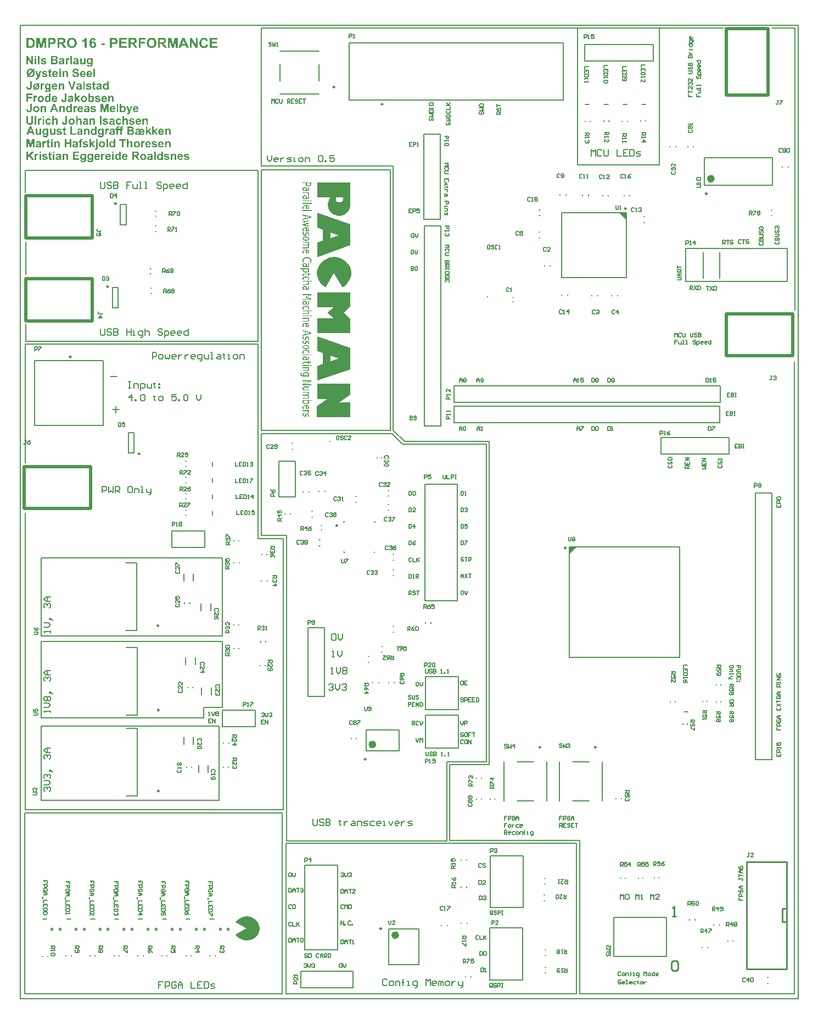
<source format=gto>
G04 Layer_Color=65535*
%FSLAX44Y44*%
%MOMM*%
G71*
G01*
G75*
%ADD42C,0.2000*%
%ADD46C,0.5000*%
%ADD48C,0.2540*%
%ADD50C,0.6000*%
%ADD86C,0.2500*%
%ADD87C,0.3000*%
%ADD88C,0.1270*%
%ADD89C,0.1500*%
G36*
X440791Y1133036D02*
X441631Y1132616D01*
X442051Y1132196D01*
Y1130936D01*
Y1130516D01*
X442471Y1128837D01*
X442890D01*
X443310Y1129257D01*
X443730D01*
Y1129677D01*
X444150D01*
Y1130097D01*
X444570Y1130516D01*
Y1130936D01*
Y1131356D01*
X444150Y1131776D01*
Y1132196D01*
X443730Y1133036D01*
X445410D01*
Y1132616D01*
Y1132196D01*
X445830Y1131776D01*
Y1130936D01*
Y1130516D01*
X445410Y1129677D01*
Y1129257D01*
X444990Y1128417D01*
X444570Y1127997D01*
X443730D01*
X443310Y1127577D01*
X435752D01*
Y1128837D01*
X436592D01*
X436172Y1129257D01*
Y1129677D01*
X435752Y1130097D01*
Y1130516D01*
Y1130936D01*
Y1131356D01*
Y1131776D01*
X436592Y1133036D01*
X437012D01*
X438691Y1133456D01*
X440371D01*
X440791Y1133036D01*
D02*
G37*
G36*
X101044Y1321240D02*
X101239Y1321220D01*
X101648Y1321181D01*
X102097Y1321103D01*
X102585Y1321006D01*
X103014Y1320849D01*
X103229Y1320752D01*
X103404Y1320635D01*
X103424D01*
X103443Y1320615D01*
X103560Y1320518D01*
X103716Y1320381D01*
X103911Y1320167D01*
X104126Y1319913D01*
X104340Y1319601D01*
X104536Y1319250D01*
X104691Y1318821D01*
X102370Y1318392D01*
Y1318411D01*
X102331Y1318470D01*
X102292Y1318567D01*
X102234Y1318684D01*
X102156Y1318821D01*
X102058Y1318957D01*
X101941Y1319094D01*
X101785Y1319211D01*
X101765Y1319230D01*
X101707Y1319250D01*
X101609Y1319308D01*
X101492Y1319367D01*
X101317Y1319406D01*
X101122Y1319464D01*
X100888Y1319484D01*
X100615Y1319503D01*
X100458D01*
X100283Y1319484D01*
X100068Y1319464D01*
X99620Y1319386D01*
X99405Y1319328D01*
X99229Y1319230D01*
X99210D01*
X99191Y1319191D01*
X99093Y1319094D01*
X98995Y1318938D01*
X98976Y1318840D01*
X98956Y1318723D01*
Y1318704D01*
Y1318684D01*
X98995Y1318567D01*
X99054Y1318411D01*
X99113Y1318353D01*
X99191Y1318275D01*
X99210Y1318255D01*
X99269Y1318235D01*
X99405Y1318177D01*
X99483Y1318138D01*
X99600Y1318099D01*
X99737Y1318040D01*
X99893Y1318001D01*
X100088Y1317943D01*
X100302Y1317865D01*
X100536Y1317806D01*
X100810Y1317728D01*
X101122Y1317650D01*
X101473Y1317572D01*
X101492D01*
X101551Y1317553D01*
X101668Y1317533D01*
X101785Y1317494D01*
X101960Y1317455D01*
X102136Y1317397D01*
X102565Y1317280D01*
X103014Y1317124D01*
X103463Y1316929D01*
X103872Y1316714D01*
X104067Y1316597D01*
X104223Y1316480D01*
X104262Y1316441D01*
X104340Y1316363D01*
X104477Y1316207D01*
X104614Y1316012D01*
X104750Y1315758D01*
X104887Y1315426D01*
X104965Y1315075D01*
X105004Y1314646D01*
Y1314627D01*
Y1314588D01*
Y1314529D01*
X104984Y1314432D01*
X104965Y1314334D01*
X104945Y1314198D01*
X104867Y1313905D01*
X104750Y1313554D01*
X104555Y1313183D01*
X104438Y1313008D01*
X104282Y1312812D01*
X104126Y1312637D01*
X103931Y1312461D01*
X103911D01*
X103892Y1312422D01*
X103814Y1312383D01*
X103736Y1312325D01*
X103619Y1312247D01*
X103482Y1312169D01*
X103326Y1312091D01*
X103151Y1312013D01*
X102936Y1311915D01*
X102702Y1311837D01*
X102448Y1311759D01*
X102156Y1311681D01*
X101863Y1311622D01*
X101531Y1311584D01*
X101161Y1311564D01*
X100790Y1311544D01*
X100615D01*
X100478Y1311564D01*
X100322D01*
X100127Y1311584D01*
X99932Y1311603D01*
X99698Y1311642D01*
X99229Y1311740D01*
X98722Y1311857D01*
X98235Y1312052D01*
X97786Y1312305D01*
X97767D01*
X97747Y1312344D01*
X97689Y1312383D01*
X97610Y1312442D01*
X97415Y1312617D01*
X97201Y1312852D01*
X96967Y1313144D01*
X96733Y1313515D01*
X96518Y1313924D01*
X96362Y1314393D01*
X98820Y1314763D01*
Y1314724D01*
X98859Y1314646D01*
X98898Y1314510D01*
X98956Y1314353D01*
X99034Y1314178D01*
X99151Y1314002D01*
X99288Y1313827D01*
X99444Y1313671D01*
X99464Y1313651D01*
X99542Y1313612D01*
X99639Y1313554D01*
X99795Y1313495D01*
X99990Y1313437D01*
X100224Y1313378D01*
X100478Y1313339D01*
X100790Y1313320D01*
X100946D01*
X101122Y1313339D01*
X101317Y1313359D01*
X101551Y1313398D01*
X101785Y1313456D01*
X102019Y1313534D01*
X102214Y1313651D01*
X102234Y1313671D01*
X102273Y1313690D01*
X102312Y1313749D01*
X102390Y1313827D01*
X102487Y1314041D01*
X102526Y1314178D01*
X102546Y1314315D01*
Y1314334D01*
Y1314373D01*
X102526Y1314490D01*
X102468Y1314627D01*
X102370Y1314783D01*
X102331Y1314822D01*
X102273Y1314841D01*
X102195Y1314900D01*
X102078Y1314939D01*
X101941Y1314997D01*
X101746Y1315056D01*
X101531Y1315114D01*
X101492D01*
X101395Y1315153D01*
X101258Y1315173D01*
X101063Y1315231D01*
X100829Y1315290D01*
X100556Y1315348D01*
X100263Y1315426D01*
X99951Y1315504D01*
X99307Y1315680D01*
X98995Y1315778D01*
X98683Y1315895D01*
X98410Y1315992D01*
X98157Y1316090D01*
X97942Y1316207D01*
X97767Y1316304D01*
X97747D01*
X97727Y1316343D01*
X97591Y1316441D01*
X97415Y1316616D01*
X97220Y1316850D01*
X97025Y1317143D01*
X96850Y1317514D01*
X96713Y1317923D01*
X96694Y1318157D01*
X96674Y1318392D01*
Y1318411D01*
Y1318450D01*
Y1318509D01*
X96694Y1318587D01*
X96733Y1318821D01*
X96791Y1319094D01*
X96908Y1319425D01*
X97064Y1319757D01*
X97298Y1320108D01*
X97454Y1320264D01*
X97610Y1320420D01*
X97630Y1320440D01*
X97649Y1320459D01*
X97708Y1320498D01*
X97786Y1320557D01*
X97903Y1320615D01*
X98020Y1320693D01*
X98176Y1320771D01*
X98332Y1320849D01*
X98527Y1320927D01*
X98761Y1320986D01*
X98995Y1321064D01*
X99269Y1321122D01*
X99561Y1321181D01*
X99873Y1321220D01*
X100205Y1321259D01*
X100888D01*
X101044Y1321240D01*
D02*
G37*
G36*
X207397D02*
X207592Y1321220D01*
X208002Y1321181D01*
X208450Y1321103D01*
X208938Y1321006D01*
X209367Y1320849D01*
X209582Y1320752D01*
X209757Y1320635D01*
X209777D01*
X209796Y1320615D01*
X209913Y1320518D01*
X210069Y1320381D01*
X210264Y1320167D01*
X210479Y1319913D01*
X210694Y1319601D01*
X210889Y1319250D01*
X211045Y1318821D01*
X208723Y1318392D01*
Y1318411D01*
X208684Y1318470D01*
X208645Y1318567D01*
X208587Y1318684D01*
X208509Y1318821D01*
X208411Y1318957D01*
X208294Y1319094D01*
X208138Y1319211D01*
X208119Y1319230D01*
X208060Y1319250D01*
X207963Y1319308D01*
X207846Y1319367D01*
X207670Y1319406D01*
X207475Y1319464D01*
X207241Y1319484D01*
X206968Y1319503D01*
X206812D01*
X206636Y1319484D01*
X206422Y1319464D01*
X205973Y1319386D01*
X205758Y1319328D01*
X205583Y1319230D01*
X205563D01*
X205544Y1319191D01*
X205446Y1319094D01*
X205349Y1318938D01*
X205329Y1318840D01*
X205310Y1318723D01*
Y1318704D01*
Y1318684D01*
X205349Y1318567D01*
X205407Y1318411D01*
X205466Y1318353D01*
X205544Y1318275D01*
X205563Y1318255D01*
X205622Y1318235D01*
X205758Y1318177D01*
X205836Y1318138D01*
X205953Y1318099D01*
X206090Y1318040D01*
X206246Y1318001D01*
X206441Y1317943D01*
X206656Y1317865D01*
X206890Y1317806D01*
X207163Y1317728D01*
X207475Y1317650D01*
X207826Y1317572D01*
X207846D01*
X207904Y1317553D01*
X208021Y1317533D01*
X208138Y1317494D01*
X208314Y1317455D01*
X208489Y1317397D01*
X208918Y1317280D01*
X209367Y1317124D01*
X209816Y1316929D01*
X210226Y1316714D01*
X210421Y1316597D01*
X210577Y1316480D01*
X210616Y1316441D01*
X210694Y1316363D01*
X210830Y1316207D01*
X210967Y1316012D01*
X211103Y1315758D01*
X211240Y1315426D01*
X211318Y1315075D01*
X211357Y1314646D01*
Y1314627D01*
Y1314588D01*
Y1314529D01*
X211337Y1314432D01*
X211318Y1314334D01*
X211298Y1314198D01*
X211220Y1313905D01*
X211103Y1313554D01*
X210908Y1313183D01*
X210791Y1313008D01*
X210635Y1312812D01*
X210479Y1312637D01*
X210284Y1312461D01*
X210264D01*
X210245Y1312422D01*
X210167Y1312383D01*
X210089Y1312325D01*
X209972Y1312247D01*
X209835Y1312169D01*
X209679Y1312091D01*
X209504Y1312013D01*
X209289Y1311915D01*
X209055Y1311837D01*
X208801Y1311759D01*
X208509Y1311681D01*
X208216Y1311622D01*
X207885Y1311584D01*
X207514Y1311564D01*
X207143Y1311544D01*
X206968D01*
X206831Y1311564D01*
X206675D01*
X206480Y1311584D01*
X206285Y1311603D01*
X206051Y1311642D01*
X205583Y1311740D01*
X205076Y1311857D01*
X204588Y1312052D01*
X204139Y1312305D01*
X204120D01*
X204100Y1312344D01*
X204042Y1312383D01*
X203964Y1312442D01*
X203769Y1312617D01*
X203554Y1312852D01*
X203320Y1313144D01*
X203086Y1313515D01*
X202871Y1313924D01*
X202715Y1314393D01*
X205173Y1314763D01*
Y1314724D01*
X205212Y1314646D01*
X205251Y1314510D01*
X205310Y1314353D01*
X205388Y1314178D01*
X205505Y1314002D01*
X205641Y1313827D01*
X205797Y1313671D01*
X205817Y1313651D01*
X205895Y1313612D01*
X205992Y1313554D01*
X206148Y1313495D01*
X206344Y1313437D01*
X206578Y1313378D01*
X206831Y1313339D01*
X207143Y1313320D01*
X207299D01*
X207475Y1313339D01*
X207670Y1313359D01*
X207904Y1313398D01*
X208138Y1313456D01*
X208372Y1313534D01*
X208567Y1313651D01*
X208587Y1313671D01*
X208626Y1313690D01*
X208665Y1313749D01*
X208743Y1313827D01*
X208841Y1314041D01*
X208880Y1314178D01*
X208899Y1314315D01*
Y1314334D01*
Y1314373D01*
X208880Y1314490D01*
X208821Y1314627D01*
X208723Y1314783D01*
X208684Y1314822D01*
X208626Y1314841D01*
X208548Y1314900D01*
X208431Y1314939D01*
X208294Y1314997D01*
X208099Y1315056D01*
X207885Y1315114D01*
X207846D01*
X207748Y1315153D01*
X207612Y1315173D01*
X207416Y1315231D01*
X207182Y1315290D01*
X206909Y1315348D01*
X206617Y1315426D01*
X206304Y1315504D01*
X205661Y1315680D01*
X205349Y1315778D01*
X205037Y1315895D01*
X204764Y1315992D01*
X204510Y1316090D01*
X204295Y1316207D01*
X204120Y1316304D01*
X204100D01*
X204081Y1316343D01*
X203944Y1316441D01*
X203769Y1316616D01*
X203573Y1316850D01*
X203379Y1317143D01*
X203203Y1317514D01*
X203066Y1317923D01*
X203047Y1318157D01*
X203027Y1318392D01*
Y1318411D01*
Y1318450D01*
Y1318509D01*
X203047Y1318587D01*
X203086Y1318821D01*
X203144Y1319094D01*
X203261Y1319425D01*
X203417Y1319757D01*
X203652Y1320108D01*
X203808Y1320264D01*
X203964Y1320420D01*
X203983Y1320440D01*
X204003Y1320459D01*
X204061Y1320498D01*
X204139Y1320557D01*
X204256Y1320615D01*
X204373Y1320693D01*
X204529Y1320771D01*
X204685Y1320849D01*
X204881Y1320927D01*
X205115Y1320986D01*
X205349Y1321064D01*
X205622Y1321122D01*
X205914Y1321181D01*
X206227Y1321220D01*
X206558Y1321259D01*
X207241D01*
X207397Y1321240D01*
D02*
G37*
G36*
X22118Y1311779D02*
X19718D01*
X19699Y1321864D01*
X17163Y1311779D01*
X14685D01*
X12149Y1321864D01*
Y1311779D01*
X9750D01*
Y1324595D01*
X13612D01*
X15934Y1315836D01*
X18216Y1324595D01*
X22118D01*
Y1311779D01*
D02*
G37*
G36*
X442890Y1154032D02*
X444150Y1153612D01*
X444570D01*
X444990Y1152772D01*
X445410Y1152352D01*
X445830Y1151092D01*
Y1150672D01*
Y1150252D01*
X445410Y1149832D01*
X444570Y1148993D01*
X443730Y1148573D01*
X442890Y1148153D01*
X440791D01*
Y1153192D01*
X438271D01*
X437851Y1152772D01*
X437431Y1152352D01*
X437012Y1151932D01*
Y1151512D01*
Y1151092D01*
Y1150672D01*
X437431Y1149413D01*
X437851Y1148993D01*
X438271Y1148573D01*
X436592D01*
X436172Y1148993D01*
X435752Y1149832D01*
Y1150252D01*
Y1151092D01*
Y1151512D01*
Y1151932D01*
X436172Y1152772D01*
X437012Y1153612D01*
X437431D01*
X437851Y1154032D01*
X440371Y1154452D01*
X441631D01*
X442890Y1154032D01*
D02*
G37*
G36*
X509237Y1193083D02*
Y1160750D01*
X458007Y1142694D01*
Y1165369D01*
X466825Y1168309D01*
Y1185105D01*
X458007Y1188045D01*
Y1210720D01*
X509237Y1193083D01*
D02*
G37*
G36*
X446250Y1141854D02*
X447509Y1141434D01*
X447929Y1141014D01*
X448769Y1139754D01*
X449189Y1139335D01*
Y1138075D01*
Y1137655D01*
X448769Y1136395D01*
Y1135975D01*
X447929Y1134716D01*
X445830D01*
X446250Y1135135D01*
X447090Y1136395D01*
X447509Y1136815D01*
Y1138075D01*
Y1138495D01*
X447090Y1139335D01*
Y1139754D01*
X446250Y1140174D01*
X445830Y1140594D01*
X444570Y1141014D01*
X439951D01*
X439531Y1140594D01*
X438271Y1140174D01*
X437851Y1139754D01*
X437431Y1139335D01*
Y1138915D01*
X437012Y1138075D01*
Y1137655D01*
X437431Y1136395D01*
X437851Y1135975D01*
X438691Y1134716D01*
X437012D01*
X436592Y1135135D01*
X436172Y1135555D01*
X435752Y1135975D01*
Y1136395D01*
Y1136815D01*
Y1137235D01*
Y1138075D01*
Y1138495D01*
X436172Y1139754D01*
X436592Y1140174D01*
X437431Y1141434D01*
X437851Y1141854D01*
X439531Y1142274D01*
X445830D01*
X446250Y1141854D01*
D02*
G37*
G36*
X78669Y1311779D02*
X76075D01*
Y1317377D01*
X71022D01*
Y1311779D01*
X68428D01*
Y1324595D01*
X71022D01*
Y1319542D01*
X76075D01*
Y1324595D01*
X78669D01*
Y1311779D01*
D02*
G37*
G36*
X146496D02*
X144213D01*
Y1313125D01*
X144194Y1313086D01*
X144116Y1312988D01*
X143979Y1312852D01*
X143823Y1312676D01*
X143628Y1312500D01*
X143394Y1312286D01*
X143140Y1312110D01*
X142848Y1311935D01*
X142809Y1311915D01*
X142711Y1311876D01*
X142575Y1311818D01*
X142379Y1311740D01*
X142145Y1311662D01*
X141872Y1311603D01*
X141599Y1311564D01*
X141306Y1311544D01*
X141151D01*
X141033Y1311564D01*
X140897Y1311584D01*
X140741Y1311622D01*
X140370Y1311701D01*
X139941Y1311857D01*
X139707Y1311954D01*
X139473Y1312091D01*
X139239Y1312227D01*
X139024Y1312403D01*
X138790Y1312598D01*
X138575Y1312832D01*
X138556Y1312852D01*
X138537Y1312890D01*
X138478Y1312968D01*
X138400Y1313066D01*
X138322Y1313203D01*
X138224Y1313359D01*
X138107Y1313554D01*
X138010Y1313768D01*
X137912Y1314002D01*
X137795Y1314276D01*
X137698Y1314568D01*
X137620Y1314900D01*
X137542Y1315231D01*
X137503Y1315602D01*
X137464Y1316012D01*
X137444Y1316421D01*
Y1316441D01*
Y1316519D01*
Y1316655D01*
X137464Y1316811D01*
X137483Y1317007D01*
X137503Y1317241D01*
X137542Y1317494D01*
X137581Y1317748D01*
X137717Y1318333D01*
X137912Y1318938D01*
X138029Y1319230D01*
X138185Y1319503D01*
X138342Y1319776D01*
X138537Y1320011D01*
X138556Y1320030D01*
X138595Y1320069D01*
X138654Y1320128D01*
X138732Y1320206D01*
X138849Y1320303D01*
X138985Y1320401D01*
X139141Y1320518D01*
X139297Y1320635D01*
X139492Y1320752D01*
X139707Y1320869D01*
X140195Y1321064D01*
X140448Y1321142D01*
X140741Y1321201D01*
X141033Y1321240D01*
X141346Y1321259D01*
X141502D01*
X141599Y1321240D01*
X141736Y1321220D01*
X141892Y1321181D01*
X142262Y1321103D01*
X142672Y1320947D01*
X142906Y1320830D01*
X143140Y1320713D01*
X143355Y1320557D01*
X143589Y1320381D01*
X143823Y1320186D01*
X144038Y1319952D01*
Y1324595D01*
X146496D01*
Y1311779D01*
D02*
G37*
G36*
X49993Y1322332D02*
X47535D01*
Y1324595D01*
X49993D01*
Y1322332D01*
D02*
G37*
G36*
X119517D02*
X117059D01*
Y1324595D01*
X119517D01*
Y1322332D01*
D02*
G37*
G36*
X191245Y1321240D02*
X191460Y1321201D01*
X191694Y1321142D01*
X191986Y1321064D01*
X192279Y1320947D01*
X192572Y1320791D01*
X191811Y1318645D01*
X191791Y1318665D01*
X191713Y1318704D01*
X191577Y1318782D01*
X191440Y1318860D01*
X191245Y1318918D01*
X191050Y1318996D01*
X190855Y1319035D01*
X190640Y1319055D01*
X190562D01*
X190465Y1319035D01*
X190348Y1319016D01*
X190211Y1318977D01*
X190055Y1318938D01*
X189899Y1318860D01*
X189762Y1318762D01*
X189743Y1318743D01*
X189704Y1318704D01*
X189645Y1318626D01*
X189567Y1318528D01*
X189470Y1318392D01*
X189372Y1318196D01*
X189275Y1317982D01*
X189197Y1317728D01*
Y1317689D01*
X189177Y1317650D01*
X189158Y1317572D01*
Y1317494D01*
X189138Y1317377D01*
X189119Y1317221D01*
X189099Y1317065D01*
X189080Y1316870D01*
X189060Y1316655D01*
X189041Y1316402D01*
Y1316109D01*
X189021Y1315797D01*
X189002Y1315446D01*
Y1315056D01*
Y1314627D01*
Y1311779D01*
X186544D01*
Y1321064D01*
X188826D01*
Y1319757D01*
X188846Y1319776D01*
X188924Y1319894D01*
X189041Y1320050D01*
X189177Y1320245D01*
X189333Y1320459D01*
X189509Y1320654D01*
X189704Y1320830D01*
X189879Y1320966D01*
X189899Y1320986D01*
X189958Y1321006D01*
X190055Y1321064D01*
X190192Y1321122D01*
X190348Y1321161D01*
X190523Y1321220D01*
X190718Y1321240D01*
X190933Y1321259D01*
X191069D01*
X191245Y1321240D01*
D02*
G37*
G36*
X58089D02*
X58284Y1321220D01*
X58518Y1321181D01*
X58772Y1321142D01*
X59025Y1321064D01*
X59279Y1320966D01*
X59318Y1320947D01*
X59396Y1320908D01*
X59513Y1320849D01*
X59649Y1320771D01*
X59825Y1320654D01*
X59981Y1320518D01*
X60157Y1320381D01*
X60293Y1320206D01*
X60313Y1320186D01*
X60352Y1320128D01*
X60410Y1320030D01*
X60488Y1319913D01*
X60566Y1319757D01*
X60644Y1319581D01*
X60722Y1319386D01*
X60781Y1319172D01*
Y1319152D01*
X60800Y1319074D01*
X60820Y1318938D01*
X60859Y1318762D01*
X60878Y1318528D01*
X60898Y1318235D01*
X60917Y1317904D01*
Y1317533D01*
Y1311779D01*
X58460D01*
Y1316499D01*
Y1316519D01*
Y1316558D01*
Y1316636D01*
Y1316733D01*
Y1316870D01*
Y1317007D01*
X58440Y1317299D01*
X58421Y1317631D01*
X58381Y1317943D01*
X58342Y1318216D01*
X58323Y1318333D01*
X58284Y1318430D01*
Y1318450D01*
X58264Y1318509D01*
X58225Y1318587D01*
X58167Y1318684D01*
X58011Y1318918D01*
X57777Y1319133D01*
X57757Y1319152D01*
X57718Y1319172D01*
X57640Y1319211D01*
X57543Y1319269D01*
X57426Y1319308D01*
X57270Y1319347D01*
X57113Y1319367D01*
X56938Y1319386D01*
X56821D01*
X56704Y1319367D01*
X56548Y1319347D01*
X56372Y1319308D01*
X56177Y1319230D01*
X55982Y1319152D01*
X55787Y1319035D01*
X55767Y1319016D01*
X55709Y1318977D01*
X55631Y1318899D01*
X55514Y1318782D01*
X55416Y1318645D01*
X55299Y1318489D01*
X55182Y1318313D01*
X55104Y1318099D01*
Y1318079D01*
X55085Y1317982D01*
X55046Y1317845D01*
X55026Y1317631D01*
X55007Y1317494D01*
X54987Y1317338D01*
X54968Y1317163D01*
X54948Y1316967D01*
Y1316753D01*
X54929Y1316519D01*
Y1316246D01*
Y1315973D01*
Y1311779D01*
X52471D01*
Y1321064D01*
X54753D01*
Y1319698D01*
X54773Y1319718D01*
X54812Y1319757D01*
X54870Y1319835D01*
X54968Y1319952D01*
X55085Y1320069D01*
X55241Y1320186D01*
X55397Y1320342D01*
X55592Y1320479D01*
X55806Y1320615D01*
X56021Y1320771D01*
X56275Y1320888D01*
X56548Y1321025D01*
X56840Y1321122D01*
X57133Y1321201D01*
X57465Y1321240D01*
X57796Y1321259D01*
X57933D01*
X58089Y1321240D01*
D02*
G37*
G36*
X229050D02*
X229245Y1321220D01*
X229479Y1321181D01*
X229733Y1321142D01*
X229986Y1321064D01*
X230240Y1320966D01*
X230279Y1320947D01*
X230357Y1320908D01*
X230474Y1320849D01*
X230611Y1320771D01*
X230786Y1320654D01*
X230942Y1320518D01*
X231118Y1320381D01*
X231254Y1320206D01*
X231274Y1320186D01*
X231313Y1320128D01*
X231371Y1320030D01*
X231449Y1319913D01*
X231527Y1319757D01*
X231605Y1319581D01*
X231683Y1319386D01*
X231742Y1319172D01*
Y1319152D01*
X231761Y1319074D01*
X231781Y1318938D01*
X231820Y1318762D01*
X231840Y1318528D01*
X231859Y1318235D01*
X231879Y1317904D01*
Y1317533D01*
Y1311779D01*
X229421D01*
Y1316499D01*
Y1316519D01*
Y1316558D01*
Y1316636D01*
Y1316733D01*
Y1316870D01*
Y1317007D01*
X229401Y1317299D01*
X229382Y1317631D01*
X229342Y1317943D01*
X229303Y1318216D01*
X229284Y1318333D01*
X229245Y1318430D01*
Y1318450D01*
X229226Y1318509D01*
X229186Y1318587D01*
X229128Y1318684D01*
X228972Y1318918D01*
X228738Y1319133D01*
X228718Y1319152D01*
X228679Y1319172D01*
X228601Y1319211D01*
X228504Y1319269D01*
X228387Y1319308D01*
X228231Y1319347D01*
X228075Y1319367D01*
X227899Y1319386D01*
X227782D01*
X227665Y1319367D01*
X227509Y1319347D01*
X227333Y1319308D01*
X227138Y1319230D01*
X226943Y1319152D01*
X226748Y1319035D01*
X226729Y1319016D01*
X226670Y1318977D01*
X226592Y1318899D01*
X226475Y1318782D01*
X226377Y1318645D01*
X226260Y1318489D01*
X226143Y1318313D01*
X226065Y1318099D01*
Y1318079D01*
X226046Y1317982D01*
X226007Y1317845D01*
X225987Y1317631D01*
X225968Y1317494D01*
X225948Y1317338D01*
X225929Y1317163D01*
X225909Y1316967D01*
Y1316753D01*
X225890Y1316519D01*
Y1316246D01*
Y1315973D01*
Y1311779D01*
X223432D01*
Y1321064D01*
X225714D01*
Y1319698D01*
X225734Y1319718D01*
X225773Y1319757D01*
X225831Y1319835D01*
X225929Y1319952D01*
X226046Y1320069D01*
X226202Y1320186D01*
X226358Y1320342D01*
X226553Y1320479D01*
X226768Y1320615D01*
X226982Y1320771D01*
X227236Y1320888D01*
X227509Y1321025D01*
X227801Y1321122D01*
X228094Y1321201D01*
X228426Y1321240D01*
X228757Y1321259D01*
X228894D01*
X229050Y1321240D01*
D02*
G37*
G36*
X39206D02*
X39420Y1321201D01*
X39655Y1321142D01*
X39947Y1321064D01*
X40240Y1320947D01*
X40532Y1320791D01*
X39772Y1318645D01*
X39752Y1318665D01*
X39674Y1318704D01*
X39537Y1318782D01*
X39401Y1318860D01*
X39206Y1318918D01*
X39011Y1318996D01*
X38816Y1319035D01*
X38601Y1319055D01*
X38523D01*
X38426Y1319035D01*
X38308Y1319016D01*
X38172Y1318977D01*
X38016Y1318938D01*
X37860Y1318860D01*
X37723Y1318762D01*
X37704Y1318743D01*
X37665Y1318704D01*
X37606Y1318626D01*
X37528Y1318528D01*
X37431Y1318392D01*
X37333Y1318196D01*
X37236Y1317982D01*
X37158Y1317728D01*
Y1317689D01*
X37138Y1317650D01*
X37119Y1317572D01*
Y1317494D01*
X37099Y1317377D01*
X37080Y1317221D01*
X37060Y1317065D01*
X37041Y1316870D01*
X37021Y1316655D01*
X37002Y1316402D01*
Y1316109D01*
X36982Y1315797D01*
X36962Y1315446D01*
Y1315056D01*
Y1314627D01*
Y1311779D01*
X34505D01*
Y1321064D01*
X36787D01*
Y1319757D01*
X36806Y1319776D01*
X36885Y1319894D01*
X37002Y1320050D01*
X37138Y1320245D01*
X37294Y1320459D01*
X37470Y1320654D01*
X37665Y1320830D01*
X37840Y1320966D01*
X37860Y1320986D01*
X37918Y1321006D01*
X38016Y1321064D01*
X38152Y1321122D01*
X38308Y1321161D01*
X38484Y1321220D01*
X38679Y1321240D01*
X38894Y1321259D01*
X39030D01*
X39206Y1321240D01*
D02*
G37*
G36*
X126637D02*
X126813Y1321220D01*
X127027Y1321181D01*
X127242Y1321142D01*
X127495Y1321084D01*
X127769Y1321006D01*
X128042Y1320927D01*
X128334Y1320810D01*
X128607Y1320674D01*
X128900Y1320518D01*
X129193Y1320323D01*
X129466Y1320128D01*
X129719Y1319874D01*
X129739Y1319855D01*
X129778Y1319816D01*
X129836Y1319738D01*
X129934Y1319621D01*
X130031Y1319503D01*
X130148Y1319328D01*
X130266Y1319152D01*
X130402Y1318938D01*
X130519Y1318684D01*
X130636Y1318430D01*
X130753Y1318138D01*
X130851Y1317845D01*
X130948Y1317514D01*
X131007Y1317163D01*
X131046Y1316811D01*
X131065Y1316421D01*
Y1316402D01*
Y1316324D01*
Y1316226D01*
X131046Y1316070D01*
X131026Y1315895D01*
X130987Y1315680D01*
X130948Y1315446D01*
X130890Y1315192D01*
X130831Y1314919D01*
X130734Y1314646D01*
X130617Y1314353D01*
X130500Y1314061D01*
X130324Y1313768D01*
X130148Y1313476D01*
X129934Y1313203D01*
X129700Y1312930D01*
X129680Y1312910D01*
X129641Y1312871D01*
X129563Y1312793D01*
X129466Y1312715D01*
X129329Y1312617D01*
X129173Y1312500D01*
X128978Y1312364D01*
X128763Y1312247D01*
X128529Y1312110D01*
X128276Y1311974D01*
X128003Y1311857D01*
X127690Y1311759D01*
X127378Y1311681D01*
X127027Y1311603D01*
X126657Y1311564D01*
X126286Y1311544D01*
X126071D01*
X125954Y1311564D01*
X125818Y1311584D01*
X125506Y1311622D01*
X125135Y1311681D01*
X124725Y1311779D01*
X124296Y1311915D01*
X123867Y1312110D01*
X123848D01*
X123809Y1312130D01*
X123750Y1312169D01*
X123672Y1312227D01*
X123477Y1312364D01*
X123223Y1312539D01*
X122931Y1312773D01*
X122638Y1313066D01*
X122365Y1313417D01*
X122112Y1313807D01*
Y1313827D01*
X122092Y1313866D01*
X122053Y1313924D01*
X122014Y1314002D01*
X121975Y1314119D01*
X121936Y1314236D01*
X121877Y1314393D01*
X121819Y1314568D01*
X121721Y1314958D01*
X121624Y1315426D01*
X121546Y1315953D01*
X121526Y1316519D01*
Y1316538D01*
Y1316577D01*
Y1316636D01*
X121546Y1316733D01*
Y1316831D01*
X121565Y1316967D01*
X121604Y1317280D01*
X121663Y1317650D01*
X121780Y1318040D01*
X121916Y1318470D01*
X122112Y1318899D01*
Y1318918D01*
X122131Y1318957D01*
X122170Y1319016D01*
X122228Y1319094D01*
X122365Y1319289D01*
X122560Y1319542D01*
X122794Y1319835D01*
X123087Y1320128D01*
X123418Y1320401D01*
X123809Y1320654D01*
X123828D01*
X123867Y1320674D01*
X123926Y1320713D01*
X124004Y1320752D01*
X124101Y1320791D01*
X124238Y1320849D01*
X124530Y1320966D01*
X124901Y1321064D01*
X125330Y1321161D01*
X125779Y1321240D01*
X126286Y1321259D01*
X126481D01*
X126637Y1321240D01*
D02*
G37*
G36*
X180282D02*
X180457Y1321220D01*
X180672Y1321181D01*
X180887Y1321142D01*
X181140Y1321084D01*
X181413Y1321006D01*
X181686Y1320927D01*
X181979Y1320810D01*
X182252Y1320674D01*
X182545Y1320518D01*
X182837Y1320323D01*
X183111Y1320128D01*
X183364Y1319874D01*
X183384Y1319855D01*
X183423Y1319816D01*
X183481Y1319738D01*
X183579Y1319621D01*
X183676Y1319503D01*
X183793Y1319328D01*
X183910Y1319152D01*
X184047Y1318938D01*
X184164Y1318684D01*
X184281Y1318430D01*
X184398Y1318138D01*
X184496Y1317845D01*
X184593Y1317514D01*
X184652Y1317163D01*
X184691Y1316811D01*
X184710Y1316421D01*
Y1316402D01*
Y1316324D01*
Y1316226D01*
X184691Y1316070D01*
X184671Y1315895D01*
X184632Y1315680D01*
X184593Y1315446D01*
X184534Y1315192D01*
X184476Y1314919D01*
X184378Y1314646D01*
X184261Y1314353D01*
X184144Y1314061D01*
X183969Y1313768D01*
X183793Y1313476D01*
X183579Y1313203D01*
X183345Y1312930D01*
X183325Y1312910D01*
X183286Y1312871D01*
X183208Y1312793D01*
X183111Y1312715D01*
X182974Y1312617D01*
X182818Y1312500D01*
X182623Y1312364D01*
X182408Y1312247D01*
X182174Y1312110D01*
X181921Y1311974D01*
X181647Y1311857D01*
X181335Y1311759D01*
X181023Y1311681D01*
X180672Y1311603D01*
X180301Y1311564D01*
X179931Y1311544D01*
X179716D01*
X179599Y1311564D01*
X179463Y1311584D01*
X179151Y1311622D01*
X178780Y1311681D01*
X178370Y1311779D01*
X177941Y1311915D01*
X177512Y1312110D01*
X177492D01*
X177453Y1312130D01*
X177395Y1312169D01*
X177317Y1312227D01*
X177122Y1312364D01*
X176868Y1312539D01*
X176576Y1312773D01*
X176283Y1313066D01*
X176010Y1313417D01*
X175756Y1313807D01*
Y1313827D01*
X175737Y1313866D01*
X175698Y1313924D01*
X175659Y1314002D01*
X175620Y1314119D01*
X175581Y1314236D01*
X175522Y1314393D01*
X175464Y1314568D01*
X175366Y1314958D01*
X175269Y1315426D01*
X175191Y1315953D01*
X175171Y1316519D01*
Y1316538D01*
Y1316577D01*
Y1316636D01*
X175191Y1316733D01*
Y1316831D01*
X175210Y1316967D01*
X175249Y1317280D01*
X175308Y1317650D01*
X175425Y1318040D01*
X175561Y1318470D01*
X175756Y1318899D01*
Y1318918D01*
X175776Y1318957D01*
X175815Y1319016D01*
X175873Y1319094D01*
X176010Y1319289D01*
X176205Y1319542D01*
X176439Y1319835D01*
X176732Y1320128D01*
X177063Y1320401D01*
X177453Y1320654D01*
X177473D01*
X177512Y1320674D01*
X177570Y1320713D01*
X177649Y1320752D01*
X177746Y1320791D01*
X177882Y1320849D01*
X178175Y1320966D01*
X178546Y1321064D01*
X178975Y1321161D01*
X179424Y1321240D01*
X179931Y1321259D01*
X180126D01*
X180282Y1321240D01*
D02*
G37*
G36*
X197487D02*
X197663Y1321220D01*
X197858Y1321181D01*
X198092Y1321142D01*
X198326Y1321084D01*
X198580Y1321006D01*
X198853Y1320927D01*
X199126Y1320810D01*
X199399Y1320674D01*
X199672Y1320518D01*
X199926Y1320323D01*
X200179Y1320128D01*
X200413Y1319874D01*
X200433Y1319855D01*
X200472Y1319816D01*
X200530Y1319738D01*
X200608Y1319621D01*
X200686Y1319464D01*
X200784Y1319289D01*
X200901Y1319094D01*
X200999Y1318840D01*
X201116Y1318567D01*
X201213Y1318255D01*
X201311Y1317904D01*
X201408Y1317533D01*
X201467Y1317124D01*
X201525Y1316694D01*
X201564Y1316207D01*
Y1315699D01*
X195420D01*
Y1315680D01*
Y1315661D01*
Y1315602D01*
X195439Y1315524D01*
X195459Y1315309D01*
X195498Y1315075D01*
X195576Y1314783D01*
X195673Y1314510D01*
X195810Y1314236D01*
X196005Y1313983D01*
X196024Y1313963D01*
X196102Y1313885D01*
X196219Y1313788D01*
X196395Y1313690D01*
X196590Y1313573D01*
X196843Y1313476D01*
X197117Y1313398D01*
X197409Y1313378D01*
X197507D01*
X197624Y1313398D01*
X197760Y1313417D01*
X197897Y1313456D01*
X198072Y1313515D01*
X198229Y1313593D01*
X198385Y1313690D01*
X198404Y1313710D01*
X198443Y1313749D01*
X198521Y1313827D01*
X198599Y1313944D01*
X198697Y1314080D01*
X198814Y1314256D01*
X198911Y1314451D01*
X198989Y1314705D01*
X201428Y1314295D01*
Y1314276D01*
X201408Y1314236D01*
X201369Y1314158D01*
X201330Y1314080D01*
X201291Y1313963D01*
X201213Y1313827D01*
X201057Y1313534D01*
X200842Y1313203D01*
X200589Y1312871D01*
X200277Y1312539D01*
X199926Y1312247D01*
X199906D01*
X199887Y1312208D01*
X199828Y1312188D01*
X199750Y1312130D01*
X199653Y1312091D01*
X199516Y1312032D01*
X199223Y1311896D01*
X198853Y1311759D01*
X198424Y1311662D01*
X197936Y1311584D01*
X197390Y1311544D01*
X197292D01*
X197156Y1311564D01*
X197000D01*
X196785Y1311603D01*
X196570Y1311622D01*
X196317Y1311681D01*
X196044Y1311740D01*
X195751Y1311818D01*
X195459Y1311935D01*
X195146Y1312052D01*
X194854Y1312208D01*
X194561Y1312383D01*
X194288Y1312598D01*
X194035Y1312852D01*
X193800Y1313125D01*
Y1313144D01*
X193761Y1313183D01*
X193722Y1313261D01*
X193664Y1313359D01*
X193586Y1313476D01*
X193508Y1313632D01*
X193430Y1313807D01*
X193352Y1314002D01*
X193274Y1314217D01*
X193196Y1314471D01*
X193118Y1314724D01*
X193040Y1315017D01*
X192942Y1315641D01*
X192923Y1315973D01*
X192903Y1316324D01*
Y1316343D01*
Y1316421D01*
Y1316538D01*
X192923Y1316714D01*
X192942Y1316889D01*
X192962Y1317124D01*
X193001Y1317377D01*
X193059Y1317631D01*
X193196Y1318216D01*
X193293Y1318509D01*
X193410Y1318821D01*
X193547Y1319113D01*
X193703Y1319406D01*
X193878Y1319679D01*
X194093Y1319933D01*
X194112Y1319952D01*
X194152Y1319991D01*
X194210Y1320050D01*
X194308Y1320147D01*
X194425Y1320245D01*
X194581Y1320362D01*
X194737Y1320479D01*
X194932Y1320596D01*
X195146Y1320713D01*
X195361Y1320849D01*
X195615Y1320947D01*
X195888Y1321044D01*
X196180Y1321142D01*
X196473Y1321201D01*
X196805Y1321240D01*
X197136Y1321259D01*
X197331D01*
X197487Y1321240D01*
D02*
G37*
G36*
X44161Y1321064D02*
X45838D01*
Y1319113D01*
X44161D01*
Y1315329D01*
Y1315309D01*
Y1315290D01*
Y1315231D01*
Y1315153D01*
Y1314958D01*
Y1314744D01*
X44180Y1314510D01*
Y1314295D01*
Y1314119D01*
X44200Y1314041D01*
Y1314002D01*
Y1313963D01*
X44239Y1313885D01*
X44317Y1313788D01*
X44414Y1313690D01*
X44453Y1313671D01*
X44531Y1313632D01*
X44668Y1313593D01*
X44824Y1313573D01*
X44882D01*
X44960Y1313593D01*
X45078Y1313612D01*
X45214Y1313632D01*
X45390Y1313671D01*
X45585Y1313729D01*
X45819Y1313807D01*
X46033Y1311896D01*
X45994Y1311876D01*
X45877Y1311837D01*
X45702Y1311779D01*
X45468Y1311720D01*
X45175Y1311662D01*
X44843Y1311603D01*
X44473Y1311564D01*
X44083Y1311544D01*
X43966D01*
X43849Y1311564D01*
X43692D01*
X43497Y1311603D01*
X43302Y1311642D01*
X43088Y1311681D01*
X42893Y1311759D01*
X42873Y1311779D01*
X42815Y1311798D01*
X42717Y1311837D01*
X42600Y1311915D01*
X42347Y1312091D01*
X42210Y1312208D01*
X42112Y1312325D01*
X42093Y1312344D01*
X42073Y1312383D01*
X42034Y1312481D01*
X41976Y1312578D01*
X41917Y1312734D01*
X41859Y1312890D01*
X41820Y1313086D01*
X41781Y1313300D01*
Y1313320D01*
X41761Y1313398D01*
Y1313515D01*
X41742Y1313671D01*
X41722Y1313905D01*
Y1314217D01*
X41703Y1314588D01*
Y1314802D01*
Y1315036D01*
Y1319113D01*
X40571D01*
Y1321064D01*
X41703D01*
Y1322898D01*
X44161Y1324341D01*
Y1321064D01*
D02*
G37*
G36*
X52900Y1303168D02*
X50442D01*
Y1305431D01*
X52900D01*
Y1303168D01*
D02*
G37*
G36*
X144369D02*
X141911D01*
Y1305431D01*
X144369D01*
Y1303168D01*
D02*
G37*
G36*
X119517Y1312052D02*
Y1312032D01*
Y1311974D01*
Y1311876D01*
Y1311759D01*
Y1311622D01*
X119497Y1311467D01*
Y1311076D01*
X119459Y1310667D01*
X119419Y1310257D01*
X119361Y1309886D01*
X119322Y1309730D01*
X119283Y1309574D01*
X119263Y1309535D01*
X119244Y1309457D01*
X119166Y1309321D01*
X119088Y1309145D01*
X118971Y1308970D01*
X118815Y1308775D01*
X118620Y1308599D01*
X118386Y1308423D01*
X118347Y1308404D01*
X118268Y1308365D01*
X118132Y1308287D01*
X117937Y1308209D01*
X117683Y1308131D01*
X117391Y1308053D01*
X117079Y1308014D01*
X116708Y1307994D01*
X116571D01*
X116474Y1308014D01*
X116220Y1308033D01*
X115928Y1308072D01*
X115908D01*
X115850Y1308092D01*
X115772D01*
X115655Y1308111D01*
X115518Y1308150D01*
X115362Y1308189D01*
X115011Y1308267D01*
X115440Y1310374D01*
X115479D01*
X115557Y1310355D01*
X115655Y1310335D01*
X115772Y1310316D01*
X115791D01*
X115850Y1310296D01*
X115928Y1310276D01*
X116084D01*
X116162Y1310296D01*
X116259D01*
X116454Y1310355D01*
X116649Y1310452D01*
X116669D01*
X116688Y1310472D01*
X116786Y1310569D01*
X116883Y1310686D01*
X116962Y1310842D01*
Y1310862D01*
X116981Y1310901D01*
X117001Y1310979D01*
X117020Y1311096D01*
Y1311271D01*
X117040Y1311505D01*
X117059Y1311798D01*
Y1311993D01*
Y1312188D01*
Y1321064D01*
X119517D01*
Y1312052D01*
D02*
G37*
G36*
X217385Y1321240D02*
X217560Y1321220D01*
X217755Y1321181D01*
X217989Y1321142D01*
X218223Y1321084D01*
X218477Y1321006D01*
X218750Y1320927D01*
X219023Y1320810D01*
X219296Y1320674D01*
X219569Y1320518D01*
X219823Y1320323D01*
X220077Y1320128D01*
X220311Y1319874D01*
X220330Y1319855D01*
X220369Y1319816D01*
X220428Y1319738D01*
X220506Y1319621D01*
X220584Y1319464D01*
X220681Y1319289D01*
X220798Y1319094D01*
X220896Y1318840D01*
X221013Y1318567D01*
X221110Y1318255D01*
X221208Y1317904D01*
X221306Y1317533D01*
X221364Y1317124D01*
X221423Y1316694D01*
X221462Y1316207D01*
Y1315699D01*
X215317D01*
Y1315680D01*
Y1315661D01*
Y1315602D01*
X215336Y1315524D01*
X215356Y1315309D01*
X215395Y1315075D01*
X215473Y1314783D01*
X215571Y1314510D01*
X215707Y1314236D01*
X215902Y1313983D01*
X215922Y1313963D01*
X216000Y1313885D01*
X216117Y1313788D01*
X216292Y1313690D01*
X216487Y1313573D01*
X216741Y1313476D01*
X217014Y1313398D01*
X217307Y1313378D01*
X217404D01*
X217521Y1313398D01*
X217658Y1313417D01*
X217794Y1313456D01*
X217970Y1313515D01*
X218126Y1313593D01*
X218282Y1313690D01*
X218302Y1313710D01*
X218340Y1313749D01*
X218419Y1313827D01*
X218496Y1313944D01*
X218594Y1314080D01*
X218711Y1314256D01*
X218809Y1314451D01*
X218887Y1314705D01*
X221325Y1314295D01*
Y1314276D01*
X221306Y1314236D01*
X221267Y1314158D01*
X221227Y1314080D01*
X221189Y1313963D01*
X221110Y1313827D01*
X220954Y1313534D01*
X220740Y1313203D01*
X220486Y1312871D01*
X220174Y1312539D01*
X219823Y1312247D01*
X219804D01*
X219784Y1312208D01*
X219725Y1312188D01*
X219648Y1312130D01*
X219550Y1312091D01*
X219413Y1312032D01*
X219121Y1311896D01*
X218750Y1311759D01*
X218321Y1311662D01*
X217833Y1311584D01*
X217287Y1311544D01*
X217190D01*
X217053Y1311564D01*
X216897D01*
X216682Y1311603D01*
X216468Y1311622D01*
X216214Y1311681D01*
X215941Y1311740D01*
X215648Y1311818D01*
X215356Y1311935D01*
X215044Y1312052D01*
X214751Y1312208D01*
X214459Y1312383D01*
X214185Y1312598D01*
X213932Y1312852D01*
X213698Y1313125D01*
Y1313144D01*
X213659Y1313183D01*
X213620Y1313261D01*
X213561Y1313359D01*
X213483Y1313476D01*
X213405Y1313632D01*
X213327Y1313807D01*
X213249Y1314002D01*
X213171Y1314217D01*
X213093Y1314471D01*
X213015Y1314724D01*
X212937Y1315017D01*
X212840Y1315641D01*
X212820Y1315973D01*
X212800Y1316324D01*
Y1316343D01*
Y1316421D01*
Y1316538D01*
X212820Y1316714D01*
X212840Y1316889D01*
X212859Y1317124D01*
X212898Y1317377D01*
X212957Y1317631D01*
X213093Y1318216D01*
X213191Y1318509D01*
X213308Y1318821D01*
X213444Y1319113D01*
X213600Y1319406D01*
X213776Y1319679D01*
X213990Y1319933D01*
X214010Y1319952D01*
X214049Y1319991D01*
X214107Y1320050D01*
X214205Y1320147D01*
X214322Y1320245D01*
X214478Y1320362D01*
X214634Y1320479D01*
X214829Y1320596D01*
X215044Y1320713D01*
X215258Y1320849D01*
X215512Y1320947D01*
X215785Y1321044D01*
X216078Y1321142D01*
X216370Y1321201D01*
X216702Y1321240D01*
X217034Y1321259D01*
X217229D01*
X217385Y1321240D01*
D02*
G37*
G36*
X135474Y1311779D02*
X133016D01*
Y1324595D01*
X135474D01*
Y1311779D01*
D02*
G37*
G36*
X163135Y1322430D02*
X159370D01*
Y1311779D01*
X156776D01*
Y1322430D01*
X153011D01*
Y1324595D01*
X163135D01*
Y1322430D01*
D02*
G37*
G36*
X167251Y1319855D02*
X167271Y1319874D01*
X167310Y1319913D01*
X167368Y1319991D01*
X167466Y1320069D01*
X167583Y1320186D01*
X167700Y1320303D01*
X167856Y1320420D01*
X168051Y1320557D01*
X168461Y1320810D01*
X168929Y1321044D01*
X169202Y1321122D01*
X169475Y1321201D01*
X169768Y1321240D01*
X170060Y1321259D01*
X170197D01*
X170372Y1321240D01*
X170567Y1321220D01*
X170801Y1321181D01*
X171075Y1321122D01*
X171328Y1321044D01*
X171582Y1320927D01*
X171621Y1320908D01*
X171699Y1320869D01*
X171816Y1320810D01*
X171972Y1320713D01*
X172128Y1320596D01*
X172304Y1320459D01*
X172479Y1320303D01*
X172616Y1320128D01*
X172635Y1320108D01*
X172674Y1320050D01*
X172733Y1319933D01*
X172811Y1319816D01*
X172889Y1319640D01*
X172967Y1319464D01*
X173025Y1319250D01*
X173084Y1319035D01*
Y1319016D01*
X173103Y1318918D01*
X173123Y1318782D01*
X173162Y1318587D01*
X173181Y1318333D01*
X173201Y1318021D01*
X173220Y1317631D01*
Y1317202D01*
Y1311779D01*
X170762D01*
Y1316675D01*
Y1316694D01*
Y1316733D01*
Y1316811D01*
Y1316909D01*
Y1317163D01*
X170743Y1317455D01*
X170723Y1317767D01*
X170704Y1318060D01*
X170665Y1318313D01*
X170626Y1318430D01*
X170606Y1318509D01*
Y1318528D01*
X170587Y1318587D01*
X170548Y1318645D01*
X170489Y1318743D01*
X170353Y1318957D01*
X170236Y1319055D01*
X170119Y1319152D01*
X170099Y1319172D01*
X170060Y1319191D01*
X169982Y1319230D01*
X169885Y1319269D01*
X169748Y1319308D01*
X169592Y1319347D01*
X169436Y1319386D01*
X169143D01*
X169026Y1319367D01*
X168870Y1319347D01*
X168714Y1319308D01*
X168519Y1319250D01*
X168344Y1319172D01*
X168148Y1319074D01*
X168129Y1319055D01*
X168070Y1319016D01*
X167992Y1318957D01*
X167895Y1318860D01*
X167778Y1318723D01*
X167661Y1318567D01*
X167563Y1318392D01*
X167466Y1318177D01*
Y1318157D01*
X167427Y1318060D01*
X167407Y1317923D01*
X167368Y1317748D01*
X167329Y1317494D01*
X167290Y1317182D01*
X167271Y1316831D01*
X167251Y1316421D01*
Y1311779D01*
X164793D01*
Y1324595D01*
X167251D01*
Y1319855D01*
D02*
G37*
G36*
X109529Y1317787D02*
X112397Y1321064D01*
X115421D01*
X112241Y1317670D01*
X115655Y1311779D01*
X113002D01*
X110661Y1315953D01*
X109529Y1314744D01*
Y1311779D01*
X107071D01*
Y1324595D01*
X109529D01*
Y1317787D01*
D02*
G37*
G36*
X28691Y1321240D02*
X28847D01*
X29218Y1321220D01*
X29608Y1321161D01*
X30018Y1321103D01*
X30408Y1321006D01*
X30584Y1320947D01*
X30740Y1320869D01*
X30779Y1320849D01*
X30876Y1320791D01*
X31013Y1320713D01*
X31188Y1320596D01*
X31364Y1320459D01*
X31559Y1320284D01*
X31735Y1320089D01*
X31871Y1319874D01*
X31891Y1319855D01*
X31930Y1319757D01*
X31969Y1319601D01*
X32047Y1319367D01*
X32066Y1319230D01*
X32105Y1319074D01*
X32125Y1318899D01*
X32144Y1318684D01*
X32164Y1318470D01*
X32183Y1318216D01*
X32203Y1317962D01*
Y1317670D01*
X32164Y1314822D01*
Y1314802D01*
Y1314763D01*
Y1314705D01*
Y1314627D01*
Y1314412D01*
X32183Y1314139D01*
Y1313846D01*
X32222Y1313534D01*
X32242Y1313261D01*
X32281Y1313008D01*
Y1312988D01*
X32300Y1312910D01*
X32339Y1312793D01*
X32378Y1312637D01*
X32437Y1312461D01*
X32515Y1312247D01*
X32612Y1312032D01*
X32729Y1311779D01*
X30311D01*
Y1311798D01*
X30291Y1311818D01*
X30272Y1311876D01*
X30252Y1311954D01*
X30213Y1312052D01*
X30155Y1312169D01*
X30115Y1312325D01*
X30057Y1312481D01*
Y1312500D01*
Y1312520D01*
X30018Y1312598D01*
X29999Y1312695D01*
X29979Y1312773D01*
X29959Y1312754D01*
X29862Y1312676D01*
X29745Y1312559D01*
X29569Y1312422D01*
X29374Y1312266D01*
X29140Y1312110D01*
X28906Y1311974D01*
X28633Y1311837D01*
X28594Y1311818D01*
X28516Y1311798D01*
X28360Y1311740D01*
X28165Y1311701D01*
X27950Y1311642D01*
X27697Y1311584D01*
X27404Y1311564D01*
X27111Y1311544D01*
X26975D01*
X26877Y1311564D01*
X26760D01*
X26604Y1311584D01*
X26292Y1311642D01*
X25921Y1311740D01*
X25551Y1311857D01*
X25180Y1312052D01*
X24849Y1312305D01*
X24810Y1312344D01*
X24712Y1312442D01*
X24595Y1312617D01*
X24439Y1312852D01*
X24283Y1313144D01*
X24166Y1313476D01*
X24068Y1313866D01*
X24029Y1314295D01*
Y1314334D01*
Y1314432D01*
X24049Y1314568D01*
X24068Y1314763D01*
X24127Y1314978D01*
X24185Y1315212D01*
X24283Y1315446D01*
X24400Y1315680D01*
X24419Y1315699D01*
X24478Y1315778D01*
X24556Y1315895D01*
X24673Y1316031D01*
X24810Y1316187D01*
X24985Y1316343D01*
X25200Y1316499D01*
X25434Y1316636D01*
X25473Y1316655D01*
X25570Y1316694D01*
X25726Y1316753D01*
X25941Y1316831D01*
X26214Y1316929D01*
X26546Y1317026D01*
X26936Y1317124D01*
X27385Y1317221D01*
X27404D01*
X27462Y1317241D01*
X27541Y1317260D01*
X27658Y1317280D01*
X27814Y1317299D01*
X27970Y1317338D01*
X28340Y1317416D01*
X28730Y1317514D01*
X29121Y1317611D01*
X29491Y1317709D01*
X29647Y1317767D01*
X29784Y1317826D01*
Y1318060D01*
Y1318099D01*
Y1318177D01*
X29764Y1318294D01*
X29745Y1318450D01*
X29706Y1318626D01*
X29628Y1318782D01*
X29550Y1318938D01*
X29433Y1319074D01*
X29413Y1319094D01*
X29355Y1319133D01*
X29277Y1319172D01*
X29140Y1319230D01*
X28965Y1319289D01*
X28730Y1319347D01*
X28438Y1319367D01*
X28106Y1319386D01*
X27989D01*
X27872Y1319367D01*
X27736Y1319347D01*
X27385Y1319269D01*
X27228Y1319211D01*
X27072Y1319113D01*
X27053Y1319094D01*
X27014Y1319055D01*
X26936Y1318996D01*
X26858Y1318899D01*
X26760Y1318782D01*
X26663Y1318626D01*
X26565Y1318430D01*
X26487Y1318216D01*
X24283Y1318626D01*
Y1318645D01*
X24302Y1318684D01*
X24322Y1318762D01*
X24361Y1318840D01*
X24458Y1319074D01*
X24576Y1319367D01*
X24751Y1319698D01*
X24985Y1320011D01*
X25258Y1320323D01*
X25570Y1320596D01*
X25590D01*
X25609Y1320615D01*
X25668Y1320654D01*
X25746Y1320693D01*
X25843Y1320752D01*
X25961Y1320810D01*
X26097Y1320869D01*
X26253Y1320927D01*
X26429Y1320986D01*
X26643Y1321044D01*
X26858Y1321103D01*
X27111Y1321161D01*
X27365Y1321201D01*
X27658Y1321240D01*
X27950Y1321259D01*
X28555D01*
X28691Y1321240D01*
D02*
G37*
G36*
X49993Y1311779D02*
X47535D01*
Y1321064D01*
X49993D01*
Y1311779D01*
D02*
G37*
G36*
X85340Y1321240D02*
X85497D01*
X85867Y1321220D01*
X86257Y1321161D01*
X86667Y1321103D01*
X87057Y1321006D01*
X87233Y1320947D01*
X87389Y1320869D01*
X87428Y1320849D01*
X87525Y1320791D01*
X87662Y1320713D01*
X87837Y1320596D01*
X88013Y1320459D01*
X88208Y1320284D01*
X88384Y1320089D01*
X88520Y1319874D01*
X88540Y1319855D01*
X88579Y1319757D01*
X88618Y1319601D01*
X88696Y1319367D01*
X88715Y1319230D01*
X88754Y1319074D01*
X88774Y1318899D01*
X88793Y1318684D01*
X88813Y1318470D01*
X88832Y1318216D01*
X88852Y1317962D01*
Y1317670D01*
X88813Y1314822D01*
Y1314802D01*
Y1314763D01*
Y1314705D01*
Y1314627D01*
Y1314412D01*
X88832Y1314139D01*
Y1313846D01*
X88871Y1313534D01*
X88891Y1313261D01*
X88930Y1313008D01*
Y1312988D01*
X88949Y1312910D01*
X88988Y1312793D01*
X89027Y1312637D01*
X89086Y1312461D01*
X89164Y1312247D01*
X89261Y1312032D01*
X89378Y1311779D01*
X86959D01*
Y1311798D01*
X86940Y1311818D01*
X86920Y1311876D01*
X86901Y1311954D01*
X86862Y1312052D01*
X86803Y1312169D01*
X86764Y1312325D01*
X86706Y1312481D01*
Y1312500D01*
Y1312520D01*
X86667Y1312598D01*
X86647Y1312695D01*
X86628Y1312773D01*
X86608Y1312754D01*
X86511Y1312676D01*
X86394Y1312559D01*
X86218Y1312422D01*
X86023Y1312266D01*
X85789Y1312110D01*
X85555Y1311974D01*
X85282Y1311837D01*
X85243Y1311818D01*
X85165Y1311798D01*
X85009Y1311740D01*
X84814Y1311701D01*
X84599Y1311642D01*
X84346Y1311584D01*
X84053Y1311564D01*
X83760Y1311544D01*
X83624D01*
X83526Y1311564D01*
X83409D01*
X83253Y1311584D01*
X82941Y1311642D01*
X82570Y1311740D01*
X82200Y1311857D01*
X81829Y1312052D01*
X81497Y1312305D01*
X81459Y1312344D01*
X81361Y1312442D01*
X81244Y1312617D01*
X81088Y1312852D01*
X80932Y1313144D01*
X80815Y1313476D01*
X80717Y1313866D01*
X80678Y1314295D01*
Y1314334D01*
Y1314432D01*
X80698Y1314568D01*
X80717Y1314763D01*
X80776Y1314978D01*
X80834Y1315212D01*
X80932Y1315446D01*
X81049Y1315680D01*
X81068Y1315699D01*
X81127Y1315778D01*
X81205Y1315895D01*
X81322Y1316031D01*
X81459Y1316187D01*
X81634Y1316343D01*
X81849Y1316499D01*
X82083Y1316636D01*
X82122Y1316655D01*
X82219Y1316694D01*
X82375Y1316753D01*
X82590Y1316831D01*
X82863Y1316929D01*
X83195Y1317026D01*
X83585Y1317124D01*
X84033Y1317221D01*
X84053D01*
X84111Y1317241D01*
X84190Y1317260D01*
X84306Y1317280D01*
X84463Y1317299D01*
X84619Y1317338D01*
X84989Y1317416D01*
X85379Y1317514D01*
X85770Y1317611D01*
X86140Y1317709D01*
X86296Y1317767D01*
X86433Y1317826D01*
Y1318060D01*
Y1318099D01*
Y1318177D01*
X86413Y1318294D01*
X86394Y1318450D01*
X86355Y1318626D01*
X86277Y1318782D01*
X86199Y1318938D01*
X86082Y1319074D01*
X86062Y1319094D01*
X86004Y1319133D01*
X85926Y1319172D01*
X85789Y1319230D01*
X85613Y1319289D01*
X85379Y1319347D01*
X85087Y1319367D01*
X84755Y1319386D01*
X84638D01*
X84521Y1319367D01*
X84384Y1319347D01*
X84033Y1319269D01*
X83877Y1319211D01*
X83721Y1319113D01*
X83702Y1319094D01*
X83663Y1319055D01*
X83585Y1318996D01*
X83507Y1318899D01*
X83409Y1318782D01*
X83312Y1318626D01*
X83214Y1318430D01*
X83136Y1318216D01*
X80932Y1318626D01*
Y1318645D01*
X80951Y1318684D01*
X80971Y1318762D01*
X81010Y1318840D01*
X81107Y1319074D01*
X81224Y1319367D01*
X81400Y1319698D01*
X81634Y1320011D01*
X81907Y1320323D01*
X82219Y1320596D01*
X82239D01*
X82258Y1320615D01*
X82317Y1320654D01*
X82395Y1320693D01*
X82492Y1320752D01*
X82609Y1320810D01*
X82746Y1320869D01*
X82902Y1320927D01*
X83078Y1320986D01*
X83292Y1321044D01*
X83507Y1321103D01*
X83760Y1321161D01*
X84014Y1321201D01*
X84306Y1321240D01*
X84599Y1321259D01*
X85204D01*
X85340Y1321240D01*
D02*
G37*
G36*
X94821Y1324790D02*
X95094Y1324770D01*
X95406Y1324731D01*
X95757Y1324673D01*
X96128Y1324595D01*
X96498Y1324497D01*
X96167Y1322781D01*
X96147D01*
X96069Y1322800D01*
X95952Y1322839D01*
X95796Y1322859D01*
X95621Y1322898D01*
X95426Y1322917D01*
X95016Y1322937D01*
X94938D01*
X94840Y1322917D01*
X94723Y1322898D01*
X94470Y1322839D01*
X94353Y1322761D01*
X94255Y1322683D01*
Y1322664D01*
X94216Y1322625D01*
X94177Y1322566D01*
X94138Y1322469D01*
X94099Y1322332D01*
X94060Y1322156D01*
X94041Y1321961D01*
X94021Y1321708D01*
Y1321064D01*
X95855D01*
Y1319133D01*
X94021D01*
Y1311779D01*
X91563D01*
Y1319133D01*
X90198D01*
Y1321064D01*
X91563D01*
Y1321747D01*
Y1321766D01*
Y1321805D01*
Y1321864D01*
Y1321942D01*
X91583Y1322156D01*
X91602Y1322410D01*
X91622Y1322683D01*
X91661Y1322976D01*
X91719Y1323249D01*
X91797Y1323483D01*
X91817Y1323502D01*
X91856Y1323580D01*
X91914Y1323698D01*
X92012Y1323815D01*
X92129Y1323971D01*
X92285Y1324127D01*
X92480Y1324283D01*
X92714Y1324439D01*
X92753Y1324458D01*
X92831Y1324497D01*
X92987Y1324556D01*
X93182Y1324634D01*
X93436Y1324692D01*
X93729Y1324751D01*
X94060Y1324790D01*
X94431Y1324809D01*
X94606D01*
X94821Y1324790D01*
D02*
G37*
G36*
X448769Y1083906D02*
X441631Y1081387D01*
X448769Y1078867D01*
Y1077188D01*
X435752D01*
Y1078447D01*
X447090D01*
X439531Y1080967D01*
Y1081806D01*
X447090Y1084326D01*
X435752D01*
Y1085586D01*
X448769D01*
Y1083906D01*
D02*
G37*
G36*
X440371Y1075088D02*
X440791Y1074668D01*
X441631Y1074248D01*
X442051Y1073828D01*
Y1072569D01*
Y1072149D01*
X442471Y1070889D01*
X443730D01*
Y1071309D01*
X444150D01*
Y1071729D01*
X444570Y1072149D01*
Y1072569D01*
Y1072988D01*
X444150Y1073828D01*
Y1074248D01*
X443730Y1074668D01*
X445410D01*
Y1073828D01*
X445830Y1073408D01*
Y1072569D01*
Y1072149D01*
X445410Y1071309D01*
Y1070889D01*
X444990Y1070469D01*
X444570Y1070049D01*
X443730D01*
X443310Y1069629D01*
X435752D01*
Y1070889D01*
X436592D01*
X436172Y1071309D01*
X435752Y1071729D01*
Y1072149D01*
Y1072569D01*
Y1072988D01*
Y1073828D01*
X436592Y1075088D01*
X437012D01*
X438691Y1075508D01*
X439531D01*
X440371Y1075088D01*
D02*
G37*
G36*
X60547Y1340618D02*
X60742Y1340598D01*
X61151Y1340560D01*
X61600Y1340482D01*
X62088Y1340384D01*
X62517Y1340228D01*
X62731Y1340130D01*
X62907Y1340013D01*
X62927D01*
X62946Y1339994D01*
X63063Y1339896D01*
X63219Y1339760D01*
X63414Y1339545D01*
X63629Y1339292D01*
X63843Y1338979D01*
X64039Y1338628D01*
X64195Y1338199D01*
X61873Y1337770D01*
Y1337789D01*
X61834Y1337848D01*
X61795Y1337946D01*
X61737Y1338063D01*
X61659Y1338199D01*
X61561Y1338336D01*
X61444Y1338472D01*
X61288Y1338589D01*
X61269Y1338609D01*
X61210Y1338628D01*
X61112Y1338687D01*
X60995Y1338745D01*
X60820Y1338784D01*
X60625Y1338843D01*
X60391Y1338862D01*
X60118Y1338882D01*
X59962D01*
X59786Y1338862D01*
X59571Y1338843D01*
X59123Y1338765D01*
X58908Y1338706D01*
X58733Y1338609D01*
X58713D01*
X58694Y1338570D01*
X58596Y1338472D01*
X58499Y1338316D01*
X58479Y1338219D01*
X58460Y1338102D01*
Y1338082D01*
Y1338063D01*
X58499Y1337946D01*
X58557Y1337789D01*
X58615Y1337731D01*
X58694Y1337653D01*
X58713Y1337633D01*
X58772Y1337614D01*
X58908Y1337555D01*
X58986Y1337516D01*
X59103Y1337477D01*
X59240Y1337419D01*
X59396Y1337380D01*
X59591Y1337321D01*
X59805Y1337243D01*
X60040Y1337185D01*
X60313Y1337107D01*
X60625Y1337029D01*
X60976Y1336951D01*
X60995D01*
X61054Y1336931D01*
X61171Y1336912D01*
X61288Y1336873D01*
X61464Y1336834D01*
X61639Y1336775D01*
X62068Y1336658D01*
X62517Y1336502D01*
X62966Y1336307D01*
X63375Y1336092D01*
X63570Y1335975D01*
X63726Y1335858D01*
X63765Y1335819D01*
X63843Y1335741D01*
X63980Y1335585D01*
X64117Y1335390D01*
X64253Y1335137D01*
X64390Y1334805D01*
X64468Y1334454D01*
X64507Y1334025D01*
Y1334005D01*
Y1333966D01*
Y1333907D01*
X64487Y1333810D01*
X64468Y1333712D01*
X64448Y1333576D01*
X64370Y1333283D01*
X64253Y1332932D01*
X64058Y1332561D01*
X63941Y1332386D01*
X63785Y1332191D01*
X63629Y1332015D01*
X63434Y1331840D01*
X63414D01*
X63395Y1331801D01*
X63317Y1331762D01*
X63239Y1331703D01*
X63122Y1331625D01*
X62985Y1331547D01*
X62829Y1331469D01*
X62653Y1331391D01*
X62439Y1331294D01*
X62205Y1331216D01*
X61951Y1331138D01*
X61659Y1331060D01*
X61366Y1331001D01*
X61034Y1330962D01*
X60664Y1330942D01*
X60293Y1330923D01*
X60118D01*
X59981Y1330942D01*
X59825D01*
X59630Y1330962D01*
X59435Y1330981D01*
X59201Y1331021D01*
X58733Y1331118D01*
X58225Y1331235D01*
X57738Y1331430D01*
X57289Y1331684D01*
X57270D01*
X57250Y1331723D01*
X57192Y1331762D01*
X57113Y1331820D01*
X56918Y1331996D01*
X56704Y1332230D01*
X56470Y1332522D01*
X56236Y1332893D01*
X56021Y1333303D01*
X55865Y1333771D01*
X58323Y1334142D01*
Y1334103D01*
X58362Y1334025D01*
X58401Y1333888D01*
X58460Y1333732D01*
X58538Y1333556D01*
X58654Y1333381D01*
X58791Y1333205D01*
X58947Y1333049D01*
X58967Y1333030D01*
X59045Y1332991D01*
X59142Y1332932D01*
X59298Y1332874D01*
X59493Y1332815D01*
X59727Y1332757D01*
X59981Y1332718D01*
X60293Y1332698D01*
X60449D01*
X60625Y1332718D01*
X60820Y1332737D01*
X61054Y1332776D01*
X61288Y1332835D01*
X61522Y1332913D01*
X61717Y1333030D01*
X61737Y1333049D01*
X61776Y1333069D01*
X61815Y1333127D01*
X61893Y1333205D01*
X61990Y1333420D01*
X62029Y1333556D01*
X62049Y1333693D01*
Y1333712D01*
Y1333752D01*
X62029Y1333869D01*
X61971Y1334005D01*
X61873Y1334161D01*
X61834Y1334200D01*
X61776Y1334220D01*
X61698Y1334278D01*
X61581Y1334317D01*
X61444Y1334376D01*
X61249Y1334434D01*
X61034Y1334493D01*
X60995D01*
X60898Y1334532D01*
X60761Y1334551D01*
X60566Y1334610D01*
X60332Y1334668D01*
X60059Y1334727D01*
X59767Y1334805D01*
X59454Y1334883D01*
X58811Y1335058D01*
X58499Y1335156D01*
X58186Y1335273D01*
X57913Y1335371D01*
X57660Y1335468D01*
X57445Y1335585D01*
X57270Y1335683D01*
X57250D01*
X57231Y1335722D01*
X57094Y1335819D01*
X56918Y1335995D01*
X56723Y1336229D01*
X56528Y1336521D01*
X56353Y1336892D01*
X56216Y1337302D01*
X56197Y1337536D01*
X56177Y1337770D01*
Y1337789D01*
Y1337829D01*
Y1337887D01*
X56197Y1337965D01*
X56236Y1338199D01*
X56294Y1338472D01*
X56411Y1338804D01*
X56567Y1339135D01*
X56801Y1339487D01*
X56957Y1339643D01*
X57113Y1339799D01*
X57133Y1339818D01*
X57153Y1339838D01*
X57211Y1339877D01*
X57289Y1339935D01*
X57406Y1339994D01*
X57523Y1340072D01*
X57679Y1340150D01*
X57835Y1340228D01*
X58030Y1340306D01*
X58264Y1340364D01*
X58499Y1340443D01*
X58772Y1340501D01*
X59064Y1340560D01*
X59376Y1340598D01*
X59708Y1340638D01*
X60391D01*
X60547Y1340618D01*
D02*
G37*
G36*
X440791Y1097763D02*
X441631Y1097343D01*
X442051Y1096923D01*
Y1095664D01*
Y1095244D01*
Y1094824D01*
X442471Y1093564D01*
X442890D01*
X443310Y1093984D01*
X443730D01*
Y1094404D01*
X444150D01*
Y1094824D01*
X444570Y1095244D01*
Y1095664D01*
Y1096084D01*
X444150Y1096504D01*
Y1096923D01*
X443730Y1097763D01*
X445410D01*
Y1097343D01*
Y1096923D01*
X445830Y1096504D01*
Y1095244D01*
Y1094824D01*
X445410Y1094404D01*
Y1093984D01*
X444990Y1093144D01*
X444570Y1092724D01*
X443730D01*
X443310Y1092304D01*
X435752D01*
Y1093564D01*
X436592D01*
X436172Y1093984D01*
Y1094404D01*
X435752Y1094824D01*
Y1095244D01*
Y1095664D01*
Y1096084D01*
Y1096504D01*
X436592Y1097763D01*
X437012D01*
X438691Y1098183D01*
X440371D01*
X440791Y1097763D01*
D02*
G37*
G36*
X54187Y1331157D02*
X51905D01*
Y1332542D01*
X51885Y1332503D01*
X51807Y1332425D01*
X51710Y1332288D01*
X51554Y1332113D01*
X51359Y1331918D01*
X51125Y1331723D01*
X50852Y1331528D01*
X50559Y1331352D01*
X50520Y1331333D01*
X50423Y1331294D01*
X50247Y1331216D01*
X50032Y1331138D01*
X49779Y1331060D01*
X49486Y1330981D01*
X49155Y1330942D01*
X48823Y1330923D01*
X48667D01*
X48491Y1330942D01*
X48257Y1330981D01*
X48004Y1331021D01*
X47730Y1331098D01*
X47438Y1331196D01*
X47145Y1331333D01*
X47106Y1331352D01*
X47028Y1331411D01*
X46892Y1331508D01*
X46736Y1331625D01*
X46560Y1331801D01*
X46385Y1331996D01*
X46209Y1332230D01*
X46072Y1332484D01*
X46053Y1332522D01*
X46033Y1332620D01*
X45975Y1332796D01*
X45916Y1333030D01*
X45858Y1333322D01*
X45819Y1333674D01*
X45780Y1334083D01*
X45760Y1334551D01*
Y1340443D01*
X48218D01*
Y1336151D01*
Y1336131D01*
Y1336073D01*
Y1335975D01*
Y1335839D01*
Y1335683D01*
Y1335507D01*
X48238Y1335117D01*
Y1334688D01*
X48277Y1334298D01*
Y1334122D01*
X48296Y1333966D01*
X48316Y1333829D01*
X48335Y1333732D01*
Y1333712D01*
X48355Y1333654D01*
X48394Y1333576D01*
X48452Y1333478D01*
X48608Y1333264D01*
X48706Y1333147D01*
X48823Y1333049D01*
X48842Y1333030D01*
X48881Y1333010D01*
X48979Y1332971D01*
X49076Y1332932D01*
X49213Y1332874D01*
X49369Y1332835D01*
X49545Y1332815D01*
X49740Y1332796D01*
X49837D01*
X49954Y1332815D01*
X50110Y1332835D01*
X50286Y1332874D01*
X50481Y1332932D01*
X50657Y1333010D01*
X50852Y1333127D01*
X50871Y1333147D01*
X50930Y1333186D01*
X51027Y1333264D01*
X51125Y1333361D01*
X51242Y1333498D01*
X51359Y1333634D01*
X51456Y1333810D01*
X51534Y1333986D01*
Y1334005D01*
X51573Y1334103D01*
Y1334161D01*
X51593Y1334259D01*
X51612Y1334376D01*
X51632Y1334493D01*
X51652Y1334649D01*
X51671Y1334824D01*
X51691Y1335039D01*
Y1335273D01*
X51710Y1335527D01*
X51729Y1335819D01*
Y1336151D01*
Y1336502D01*
Y1340443D01*
X54187D01*
Y1331157D01*
D02*
G37*
G36*
X449609Y1104902D02*
X444570D01*
X444990Y1104482D01*
X445410Y1103642D01*
X445830Y1103222D01*
Y1102382D01*
Y1101962D01*
Y1101543D01*
X444990Y1100703D01*
X444150Y1100283D01*
X443310Y1099863D01*
X435752D01*
Y1101123D01*
X442051D01*
X442471Y1101543D01*
X444150D01*
Y1101962D01*
Y1102382D01*
Y1102802D01*
Y1103222D01*
X443730Y1103642D01*
Y1104062D01*
X443310Y1104902D01*
X435752D01*
Y1105742D01*
X449609D01*
Y1104902D01*
D02*
G37*
G36*
X486981Y1142694D02*
X489081Y1142274D01*
X494540Y1140594D01*
X497059Y1139335D01*
X499999Y1137655D01*
X500419Y1137235D01*
X501258Y1136815D01*
X502518Y1135555D01*
X504198Y1133876D01*
X507137Y1129677D01*
X508817Y1127157D01*
X509656Y1124218D01*
Y1123798D01*
X510076Y1122118D01*
X510496Y1120439D01*
Y1117919D01*
Y1117079D01*
Y1115400D01*
X509656Y1112460D01*
X508817Y1109521D01*
X508397Y1108681D01*
X507557Y1107001D01*
X505877Y1104482D01*
X503778Y1101543D01*
X503358Y1100703D01*
X502098Y1099443D01*
X499999Y1097763D01*
X497479Y1096084D01*
X484042Y1117919D01*
X470605Y1096084D01*
X470185D01*
X469765Y1096504D01*
X467245Y1098183D01*
X464306Y1101123D01*
X461367Y1105322D01*
Y1105742D01*
X460947Y1106581D01*
X460107Y1107841D01*
X459687Y1109101D01*
X458007Y1113300D01*
X457587Y1117919D01*
Y1118339D01*
Y1120019D01*
X458007Y1122118D01*
X458427Y1124218D01*
Y1124638D01*
X458847Y1125478D01*
X459687Y1127157D01*
X460527Y1128837D01*
X461786Y1130936D01*
X463466Y1133036D01*
X465566Y1135555D01*
X468085Y1137655D01*
X468505Y1138075D01*
X469345Y1138495D01*
X471025Y1139335D01*
X473124Y1140174D01*
X478163Y1142274D01*
X481102Y1142694D01*
X484042Y1143114D01*
X485302D01*
X486981Y1142694D01*
D02*
G37*
G36*
X443310Y1067530D02*
X444570Y1067110D01*
X444990Y1066690D01*
X445410Y1066270D01*
X445830Y1065430D01*
Y1064170D01*
Y1063750D01*
X445410Y1063330D01*
Y1062911D01*
X444990Y1062071D01*
X443310D01*
X443730Y1062491D01*
X444150Y1063330D01*
X444570Y1063750D01*
Y1064590D01*
Y1065010D01*
X444150Y1065430D01*
X443310Y1066270D01*
X442890D01*
X440791Y1066690D01*
X439951D01*
X437851Y1066270D01*
X437431Y1065850D01*
X437012Y1064590D01*
Y1064170D01*
Y1063750D01*
X437431Y1063330D01*
X437851Y1062911D01*
X438271Y1062491D01*
Y1062071D01*
X436592D01*
X436172Y1062491D01*
X435752Y1063330D01*
Y1063750D01*
Y1064170D01*
Y1064590D01*
Y1065850D01*
X436172Y1066270D01*
X436592Y1066690D01*
X437012Y1067110D01*
X438271Y1067530D01*
X439111D01*
X440791Y1067949D01*
X442051D01*
X443310Y1067530D01*
D02*
G37*
G36*
X187617Y1340618D02*
X187753Y1340598D01*
X188085Y1340560D01*
X188456Y1340482D01*
X188846Y1340384D01*
X189236Y1340228D01*
X189606Y1340033D01*
X189626D01*
X189645Y1340013D01*
X189762Y1339916D01*
X189938Y1339779D01*
X190172Y1339604D01*
X190406Y1339350D01*
X190660Y1339057D01*
X190913Y1338706D01*
X191128Y1338297D01*
Y1338277D01*
X191147Y1338238D01*
X191187Y1338180D01*
X191225Y1338082D01*
X191264Y1337965D01*
X191304Y1337829D01*
X191362Y1337653D01*
X191420Y1337458D01*
X191460Y1337243D01*
X191518Y1337009D01*
X191557Y1336736D01*
X191616Y1336443D01*
X191635Y1336131D01*
X191674Y1335800D01*
X191694Y1335449D01*
Y1335058D01*
X185529D01*
Y1335039D01*
Y1335000D01*
X185549Y1334941D01*
X185568Y1334863D01*
X185607Y1334649D01*
X185666Y1334395D01*
X185744Y1334103D01*
X185861Y1333810D01*
X185998Y1333556D01*
X186173Y1333322D01*
X186193Y1333303D01*
X186271Y1333244D01*
X186388Y1333147D01*
X186524Y1333069D01*
X186719Y1332971D01*
X186934Y1332874D01*
X187168Y1332815D01*
X187441Y1332796D01*
X187539D01*
X187656Y1332815D01*
X187812Y1332835D01*
X187968Y1332874D01*
X188143Y1332932D01*
X188319Y1333010D01*
X188494Y1333108D01*
X188514Y1333127D01*
X188573Y1333166D01*
X188650Y1333244D01*
X188748Y1333342D01*
X188865Y1333478D01*
X188982Y1333654D01*
X189080Y1333849D01*
X189177Y1334083D01*
X191577Y1333654D01*
Y1333634D01*
X191557Y1333595D01*
X191518Y1333517D01*
X191479Y1333439D01*
X191420Y1333322D01*
X191362Y1333186D01*
X191206Y1332893D01*
X190991Y1332561D01*
X190718Y1332210D01*
X190406Y1331898D01*
X190055Y1331606D01*
X190035D01*
X190016Y1331586D01*
X189958Y1331547D01*
X189879Y1331508D01*
X189782Y1331450D01*
X189645Y1331391D01*
X189509Y1331333D01*
X189353Y1331274D01*
X188982Y1331138D01*
X188533Y1331040D01*
X188046Y1330962D01*
X187480Y1330923D01*
X187324D01*
X187129Y1330942D01*
X186895Y1330962D01*
X186602Y1331001D01*
X186310Y1331060D01*
X185978Y1331138D01*
X185666Y1331235D01*
X185627Y1331255D01*
X185529Y1331294D01*
X185373Y1331372D01*
X185178Y1331469D01*
X184944Y1331606D01*
X184691Y1331762D01*
X184417Y1331957D01*
X184164Y1332191D01*
X184144Y1332171D01*
X184047Y1332113D01*
X183930Y1331996D01*
X183735Y1331879D01*
X183501Y1331742D01*
X183228Y1331586D01*
X182915Y1331430D01*
X182564Y1331294D01*
X182545D01*
X182525Y1331274D01*
X182467Y1331255D01*
X182389Y1331235D01*
X182194Y1331176D01*
X181940Y1331118D01*
X181647Y1331040D01*
X181296Y1330981D01*
X180945Y1330942D01*
X180555Y1330923D01*
X180418D01*
X180301Y1330942D01*
X180184D01*
X180048Y1330962D01*
X179716Y1331021D01*
X179346Y1331118D01*
X178955Y1331235D01*
X178565Y1331430D01*
X178234Y1331684D01*
X178195Y1331723D01*
X178097Y1331820D01*
X177980Y1331996D01*
X177824Y1332230D01*
X177668Y1332503D01*
X177551Y1332835D01*
X177453Y1333225D01*
X177414Y1333634D01*
Y1333674D01*
Y1333752D01*
X177434Y1333888D01*
X177453Y1334064D01*
X177492Y1334259D01*
X177531Y1334473D01*
X177609Y1334688D01*
X177707Y1334902D01*
X177726Y1334922D01*
X177766Y1335000D01*
X177824Y1335098D01*
X177902Y1335215D01*
X178136Y1335488D01*
X178253Y1335644D01*
X178409Y1335761D01*
X178429Y1335780D01*
X178487Y1335819D01*
X178585Y1335878D01*
X178702Y1335956D01*
X178877Y1336034D01*
X179072Y1336131D01*
X179307Y1336209D01*
X179580Y1336307D01*
X179599D01*
X179658Y1336326D01*
X179775Y1336366D01*
X179872Y1336385D01*
X179970Y1336405D01*
X180106Y1336424D01*
X180243Y1336463D01*
X180418Y1336502D01*
X180614Y1336541D01*
X180828Y1336599D01*
X181082Y1336658D01*
X181355Y1336717D01*
X181667Y1336775D01*
X181706D01*
X181803Y1336814D01*
X181979Y1336834D01*
X182174Y1336892D01*
X182408Y1336951D01*
X182662Y1337009D01*
X182915Y1337087D01*
X183150Y1337165D01*
Y1337399D01*
Y1337438D01*
Y1337516D01*
X183130Y1337633D01*
X183111Y1337789D01*
X183052Y1337946D01*
X182993Y1338121D01*
X182896Y1338277D01*
X182759Y1338414D01*
X182740Y1338433D01*
X182681Y1338472D01*
X182603Y1338531D01*
X182467Y1338589D01*
X182311Y1338648D01*
X182116Y1338706D01*
X181862Y1338745D01*
X181589Y1338765D01*
X181472D01*
X181335Y1338745D01*
X181179Y1338726D01*
X181004Y1338687D01*
X180809Y1338648D01*
X180633Y1338570D01*
X180457Y1338472D01*
X180438Y1338453D01*
X180399Y1338414D01*
X180321Y1338355D01*
X180223Y1338258D01*
X180126Y1338121D01*
X180048Y1337984D01*
X179950Y1337809D01*
X179872Y1337594D01*
X177668Y1338024D01*
Y1338043D01*
X177687Y1338082D01*
X177707Y1338160D01*
X177746Y1338238D01*
X177863Y1338492D01*
X178000Y1338784D01*
X178195Y1339097D01*
X178429Y1339428D01*
X178702Y1339740D01*
X179034Y1339994D01*
X179053D01*
X179072Y1340013D01*
X179131Y1340052D01*
X179209Y1340091D01*
X179307Y1340150D01*
X179424Y1340189D01*
X179580Y1340247D01*
X179736Y1340325D01*
X179931Y1340384D01*
X180145Y1340443D01*
X180380Y1340482D01*
X180633Y1340540D01*
X180926Y1340579D01*
X181218Y1340618D01*
X181550Y1340638D01*
X182057D01*
X182213Y1340618D01*
X182447D01*
X182681Y1340579D01*
X182954Y1340540D01*
X183228Y1340501D01*
X183501Y1340423D01*
X183540D01*
X183618Y1340384D01*
X183754Y1340325D01*
X183930Y1340267D01*
X184125Y1340169D01*
X184320Y1340052D01*
X184534Y1339935D01*
X184730Y1339779D01*
X184749Y1339799D01*
X184827Y1339857D01*
X184944Y1339935D01*
X185081Y1340013D01*
X185256Y1340130D01*
X185451Y1340228D01*
X185666Y1340325D01*
X185900Y1340423D01*
X185939Y1340443D01*
X186017Y1340462D01*
X186134Y1340501D01*
X186310Y1340540D01*
X186524Y1340579D01*
X186739Y1340598D01*
X186992Y1340638D01*
X187500D01*
X187617Y1340618D01*
D02*
G37*
G36*
X151704Y1344168D02*
X151977Y1344149D01*
X152289Y1344110D01*
X152640Y1344051D01*
X153011Y1343973D01*
X153382Y1343876D01*
X153050Y1342159D01*
X153030D01*
X152952Y1342179D01*
X152835Y1342218D01*
X152679Y1342237D01*
X152504Y1342276D01*
X152309Y1342296D01*
X151899Y1342315D01*
X151821D01*
X151723Y1342296D01*
X151606Y1342276D01*
X151353Y1342218D01*
X151236Y1342140D01*
X151138Y1342062D01*
Y1342042D01*
X151099Y1342003D01*
X151060Y1341944D01*
X151021Y1341847D01*
X150982Y1341710D01*
X150943Y1341535D01*
X150924Y1341340D01*
X150904Y1341086D01*
Y1340443D01*
X152738D01*
Y1338511D01*
X150904D01*
Y1331157D01*
X148446D01*
Y1338511D01*
X147081D01*
Y1340443D01*
X148446D01*
Y1341125D01*
Y1341145D01*
Y1341184D01*
Y1341242D01*
Y1341320D01*
X148466Y1341535D01*
X148485Y1341788D01*
X148505Y1342062D01*
X148544Y1342354D01*
X148602Y1342627D01*
X148680Y1342861D01*
X148700Y1342881D01*
X148739Y1342959D01*
X148797Y1343076D01*
X148895Y1343193D01*
X149012Y1343349D01*
X149168Y1343505D01*
X149363Y1343661D01*
X149597Y1343817D01*
X149636Y1343837D01*
X149714Y1343876D01*
X149870Y1343934D01*
X150065Y1344012D01*
X150319Y1344071D01*
X150611Y1344129D01*
X150943Y1344168D01*
X151314Y1344188D01*
X151489D01*
X151704Y1344168D01*
D02*
G37*
G36*
X157654D02*
X157927Y1344149D01*
X158239Y1344110D01*
X158590Y1344051D01*
X158961Y1343973D01*
X159331Y1343876D01*
X159000Y1342159D01*
X158980D01*
X158902Y1342179D01*
X158785Y1342218D01*
X158629Y1342237D01*
X158453Y1342276D01*
X158258Y1342296D01*
X157849Y1342315D01*
X157771D01*
X157673Y1342296D01*
X157556Y1342276D01*
X157303Y1342218D01*
X157185Y1342140D01*
X157088Y1342062D01*
Y1342042D01*
X157049Y1342003D01*
X157010Y1341944D01*
X156971Y1341847D01*
X156932Y1341710D01*
X156893Y1341535D01*
X156873Y1341340D01*
X156854Y1341086D01*
Y1340443D01*
X158687D01*
Y1338511D01*
X156854D01*
Y1331157D01*
X154396D01*
Y1338511D01*
X153030D01*
Y1340443D01*
X154396D01*
Y1341125D01*
Y1341145D01*
Y1341184D01*
Y1341242D01*
Y1341320D01*
X154415Y1341535D01*
X154435Y1341788D01*
X154454Y1342062D01*
X154493Y1342354D01*
X154552Y1342627D01*
X154630Y1342861D01*
X154649Y1342881D01*
X154689Y1342959D01*
X154747Y1343076D01*
X154845Y1343193D01*
X154962Y1343349D01*
X155118Y1343505D01*
X155313Y1343661D01*
X155547Y1343817D01*
X155586Y1343837D01*
X155664Y1343876D01*
X155820Y1343934D01*
X156015Y1344012D01*
X156269Y1344071D01*
X156561Y1344129D01*
X156893Y1344168D01*
X157263Y1344188D01*
X157439D01*
X157654Y1344168D01*
D02*
G37*
G36*
X117898Y1331157D02*
X115616D01*
Y1332503D01*
X115596Y1332464D01*
X115518Y1332366D01*
X115381Y1332230D01*
X115225Y1332054D01*
X115030Y1331879D01*
X114796Y1331664D01*
X114543Y1331489D01*
X114250Y1331313D01*
X114211Y1331294D01*
X114114Y1331255D01*
X113977Y1331196D01*
X113782Y1331118D01*
X113548Y1331040D01*
X113275Y1330981D01*
X113002Y1330942D01*
X112709Y1330923D01*
X112553D01*
X112436Y1330942D01*
X112299Y1330962D01*
X112143Y1331001D01*
X111773Y1331079D01*
X111343Y1331235D01*
X111109Y1331333D01*
X110875Y1331469D01*
X110641Y1331606D01*
X110427Y1331781D01*
X110193Y1331976D01*
X109978Y1332210D01*
X109958Y1332230D01*
X109939Y1332269D01*
X109881Y1332347D01*
X109802Y1332444D01*
X109724Y1332581D01*
X109627Y1332737D01*
X109510Y1332932D01*
X109412Y1333147D01*
X109315Y1333381D01*
X109198Y1333654D01*
X109100Y1333947D01*
X109022Y1334278D01*
X108944Y1334610D01*
X108905Y1334980D01*
X108866Y1335390D01*
X108847Y1335800D01*
Y1335819D01*
Y1335897D01*
Y1336034D01*
X108866Y1336190D01*
X108886Y1336385D01*
X108905Y1336619D01*
X108944Y1336873D01*
X108983Y1337126D01*
X109120Y1337711D01*
X109315Y1338316D01*
X109432Y1338609D01*
X109588Y1338882D01*
X109744Y1339155D01*
X109939Y1339389D01*
X109958Y1339409D01*
X109998Y1339448D01*
X110056Y1339506D01*
X110134Y1339584D01*
X110251Y1339682D01*
X110388Y1339779D01*
X110544Y1339896D01*
X110700Y1340013D01*
X110895Y1340130D01*
X111109Y1340247D01*
X111597Y1340443D01*
X111851Y1340520D01*
X112143Y1340579D01*
X112436Y1340618D01*
X112748Y1340638D01*
X112904D01*
X113002Y1340618D01*
X113138Y1340598D01*
X113294Y1340560D01*
X113665Y1340482D01*
X114074Y1340325D01*
X114309Y1340208D01*
X114543Y1340091D01*
X114757Y1339935D01*
X114991Y1339760D01*
X115225Y1339565D01*
X115440Y1339330D01*
Y1343973D01*
X117898D01*
Y1331157D01*
D02*
G37*
G36*
X104048Y1340618D02*
X104243Y1340598D01*
X104477Y1340560D01*
X104731Y1340520D01*
X104984Y1340443D01*
X105238Y1340345D01*
X105277Y1340325D01*
X105355Y1340286D01*
X105472Y1340228D01*
X105608Y1340150D01*
X105784Y1340033D01*
X105940Y1339896D01*
X106116Y1339760D01*
X106252Y1339584D01*
X106272Y1339565D01*
X106311Y1339506D01*
X106369Y1339409D01*
X106447Y1339292D01*
X106525Y1339135D01*
X106603Y1338960D01*
X106681Y1338765D01*
X106740Y1338550D01*
Y1338531D01*
X106759Y1338453D01*
X106779Y1338316D01*
X106818Y1338141D01*
X106837Y1337906D01*
X106857Y1337614D01*
X106876Y1337282D01*
Y1336912D01*
Y1331157D01*
X104418D01*
Y1335878D01*
Y1335897D01*
Y1335936D01*
Y1336014D01*
Y1336112D01*
Y1336248D01*
Y1336385D01*
X104399Y1336678D01*
X104379Y1337009D01*
X104340Y1337321D01*
X104301Y1337594D01*
X104282Y1337711D01*
X104243Y1337809D01*
Y1337829D01*
X104223Y1337887D01*
X104184Y1337965D01*
X104126Y1338063D01*
X103970Y1338297D01*
X103736Y1338511D01*
X103716Y1338531D01*
X103677Y1338550D01*
X103599Y1338589D01*
X103502Y1338648D01*
X103385Y1338687D01*
X103229Y1338726D01*
X103072Y1338745D01*
X102897Y1338765D01*
X102780D01*
X102663Y1338745D01*
X102507Y1338726D01*
X102331Y1338687D01*
X102136Y1338609D01*
X101941Y1338531D01*
X101746Y1338414D01*
X101726Y1338394D01*
X101668Y1338355D01*
X101590Y1338277D01*
X101473Y1338160D01*
X101375Y1338024D01*
X101258Y1337867D01*
X101141Y1337692D01*
X101063Y1337477D01*
Y1337458D01*
X101044Y1337360D01*
X101005Y1337224D01*
X100985Y1337009D01*
X100966Y1336873D01*
X100946Y1336717D01*
X100927Y1336541D01*
X100907Y1336346D01*
Y1336131D01*
X100888Y1335897D01*
Y1335624D01*
Y1335351D01*
Y1331157D01*
X98430D01*
Y1340443D01*
X100712D01*
Y1339077D01*
X100732Y1339097D01*
X100771Y1339135D01*
X100829Y1339214D01*
X100927Y1339330D01*
X101044Y1339448D01*
X101200Y1339565D01*
X101356Y1339721D01*
X101551Y1339857D01*
X101765Y1339994D01*
X101980Y1340150D01*
X102234Y1340267D01*
X102507Y1340403D01*
X102799Y1340501D01*
X103092Y1340579D01*
X103424Y1340618D01*
X103755Y1340638D01*
X103892D01*
X104048Y1340618D01*
D02*
G37*
G36*
X229265D02*
X229460Y1340598D01*
X229694Y1340560D01*
X229947Y1340520D01*
X230201Y1340443D01*
X230455Y1340345D01*
X230494Y1340325D01*
X230571Y1340286D01*
X230688Y1340228D01*
X230825Y1340150D01*
X231001Y1340033D01*
X231157Y1339896D01*
X231332Y1339760D01*
X231469Y1339584D01*
X231488Y1339565D01*
X231527Y1339506D01*
X231586Y1339409D01*
X231664Y1339292D01*
X231742Y1339135D01*
X231820Y1338960D01*
X231898Y1338765D01*
X231957Y1338550D01*
Y1338531D01*
X231976Y1338453D01*
X231996Y1338316D01*
X232034Y1338141D01*
X232054Y1337906D01*
X232074Y1337614D01*
X232093Y1337282D01*
Y1336912D01*
Y1331157D01*
X229635D01*
Y1335878D01*
Y1335897D01*
Y1335936D01*
Y1336014D01*
Y1336112D01*
Y1336248D01*
Y1336385D01*
X229616Y1336678D01*
X229596Y1337009D01*
X229557Y1337321D01*
X229518Y1337594D01*
X229499Y1337711D01*
X229460Y1337809D01*
Y1337829D01*
X229440Y1337887D01*
X229401Y1337965D01*
X229342Y1338063D01*
X229186Y1338297D01*
X228952Y1338511D01*
X228933Y1338531D01*
X228894Y1338550D01*
X228816Y1338589D01*
X228718Y1338648D01*
X228601Y1338687D01*
X228445Y1338726D01*
X228289Y1338745D01*
X228114Y1338765D01*
X227997D01*
X227880Y1338745D01*
X227723Y1338726D01*
X227548Y1338687D01*
X227353Y1338609D01*
X227158Y1338531D01*
X226963Y1338414D01*
X226943Y1338394D01*
X226885Y1338355D01*
X226807Y1338277D01*
X226690Y1338160D01*
X226592Y1338024D01*
X226475Y1337867D01*
X226358Y1337692D01*
X226280Y1337477D01*
Y1337458D01*
X226260Y1337360D01*
X226221Y1337224D01*
X226202Y1337009D01*
X226182Y1336873D01*
X226163Y1336717D01*
X226143Y1336541D01*
X226124Y1336346D01*
Y1336131D01*
X226104Y1335897D01*
Y1335624D01*
Y1335351D01*
Y1331157D01*
X223646D01*
Y1340443D01*
X225929D01*
Y1339077D01*
X225948Y1339097D01*
X225987Y1339135D01*
X226046Y1339214D01*
X226143Y1339330D01*
X226260Y1339448D01*
X226416Y1339565D01*
X226572Y1339721D01*
X226768Y1339857D01*
X226982Y1339994D01*
X227197Y1340150D01*
X227450Y1340267D01*
X227723Y1340403D01*
X228016Y1340501D01*
X228309Y1340579D01*
X228640Y1340618D01*
X228972Y1340638D01*
X229109D01*
X229265Y1340618D01*
D02*
G37*
G36*
X135825D02*
X136040Y1340579D01*
X136274Y1340520D01*
X136566Y1340443D01*
X136859Y1340325D01*
X137151Y1340169D01*
X136391Y1338024D01*
X136371Y1338043D01*
X136293Y1338082D01*
X136157Y1338160D01*
X136020Y1338238D01*
X135825Y1338297D01*
X135630Y1338375D01*
X135435Y1338414D01*
X135220Y1338433D01*
X135142D01*
X135045Y1338414D01*
X134928Y1338394D01*
X134791Y1338355D01*
X134635Y1338316D01*
X134479Y1338238D01*
X134342Y1338141D01*
X134323Y1338121D01*
X134284Y1338082D01*
X134225Y1338004D01*
X134147Y1337906D01*
X134050Y1337770D01*
X133952Y1337575D01*
X133855Y1337360D01*
X133777Y1337107D01*
Y1337068D01*
X133757Y1337029D01*
X133738Y1336951D01*
Y1336873D01*
X133718Y1336756D01*
X133699Y1336599D01*
X133679Y1336443D01*
X133660Y1336248D01*
X133640Y1336034D01*
X133621Y1335780D01*
Y1335488D01*
X133601Y1335175D01*
X133582Y1334824D01*
Y1334434D01*
Y1334005D01*
Y1331157D01*
X131124D01*
Y1340443D01*
X133406D01*
Y1339135D01*
X133426Y1339155D01*
X133504Y1339272D01*
X133621Y1339428D01*
X133757Y1339623D01*
X133913Y1339838D01*
X134089Y1340033D01*
X134284Y1340208D01*
X134459Y1340345D01*
X134479Y1340364D01*
X134538Y1340384D01*
X134635Y1340443D01*
X134772Y1340501D01*
X134928Y1340540D01*
X135103Y1340598D01*
X135298Y1340618D01*
X135513Y1340638D01*
X135649D01*
X135825Y1340618D01*
D02*
G37*
G36*
X22605Y1331157D02*
X19796D01*
X18704Y1334064D01*
X13534D01*
X12481Y1331157D01*
X9750D01*
X14724Y1343973D01*
X17455D01*
X22605Y1331157D01*
D02*
G37*
G36*
X80268Y1333322D02*
X86686D01*
Y1331157D01*
X77674D01*
Y1343856D01*
X80268D01*
Y1333322D01*
D02*
G37*
G36*
X92538Y1340618D02*
X92695D01*
X93065Y1340598D01*
X93455Y1340540D01*
X93865Y1340482D01*
X94255Y1340384D01*
X94431Y1340325D01*
X94587Y1340247D01*
X94626Y1340228D01*
X94723Y1340169D01*
X94860Y1340091D01*
X95035Y1339974D01*
X95211Y1339838D01*
X95406Y1339662D01*
X95582Y1339467D01*
X95718Y1339252D01*
X95738Y1339233D01*
X95777Y1339135D01*
X95816Y1338979D01*
X95894Y1338745D01*
X95913Y1338609D01*
X95952Y1338453D01*
X95972Y1338277D01*
X95991Y1338063D01*
X96011Y1337848D01*
X96030Y1337594D01*
X96050Y1337341D01*
Y1337048D01*
X96011Y1334200D01*
Y1334181D01*
Y1334142D01*
Y1334083D01*
Y1334005D01*
Y1333790D01*
X96030Y1333517D01*
Y1333225D01*
X96069Y1332913D01*
X96089Y1332640D01*
X96128Y1332386D01*
Y1332366D01*
X96147Y1332288D01*
X96186Y1332171D01*
X96225Y1332015D01*
X96284Y1331840D01*
X96362Y1331625D01*
X96460Y1331411D01*
X96576Y1331157D01*
X94158D01*
Y1331176D01*
X94138Y1331196D01*
X94119Y1331255D01*
X94099Y1331333D01*
X94060Y1331430D01*
X94002Y1331547D01*
X93963Y1331703D01*
X93904Y1331859D01*
Y1331879D01*
Y1331898D01*
X93865Y1331976D01*
X93846Y1332074D01*
X93826Y1332152D01*
X93806Y1332132D01*
X93709Y1332054D01*
X93592Y1331937D01*
X93416Y1331801D01*
X93221Y1331645D01*
X92987Y1331489D01*
X92753Y1331352D01*
X92480Y1331216D01*
X92441Y1331196D01*
X92363Y1331176D01*
X92207Y1331118D01*
X92012Y1331079D01*
X91797Y1331021D01*
X91544Y1330962D01*
X91251Y1330942D01*
X90958Y1330923D01*
X90822D01*
X90724Y1330942D01*
X90607D01*
X90451Y1330962D01*
X90139Y1331021D01*
X89768Y1331118D01*
X89398Y1331235D01*
X89027Y1331430D01*
X88696Y1331684D01*
X88657Y1331723D01*
X88559Y1331820D01*
X88442Y1331996D01*
X88286Y1332230D01*
X88130Y1332522D01*
X88013Y1332854D01*
X87915Y1333244D01*
X87876Y1333674D01*
Y1333712D01*
Y1333810D01*
X87896Y1333947D01*
X87915Y1334142D01*
X87974Y1334356D01*
X88032Y1334590D01*
X88130Y1334824D01*
X88247Y1335058D01*
X88266Y1335078D01*
X88325Y1335156D01*
X88403Y1335273D01*
X88520Y1335410D01*
X88657Y1335566D01*
X88832Y1335722D01*
X89047Y1335878D01*
X89281Y1336014D01*
X89320Y1336034D01*
X89417Y1336073D01*
X89573Y1336131D01*
X89788Y1336209D01*
X90061Y1336307D01*
X90393Y1336405D01*
X90783Y1336502D01*
X91232Y1336599D01*
X91251D01*
X91310Y1336619D01*
X91388Y1336639D01*
X91505Y1336658D01*
X91661Y1336678D01*
X91817Y1336717D01*
X92187Y1336795D01*
X92578Y1336892D01*
X92968Y1336990D01*
X93338Y1337087D01*
X93494Y1337146D01*
X93631Y1337204D01*
Y1337438D01*
Y1337477D01*
Y1337555D01*
X93611Y1337672D01*
X93592Y1337829D01*
X93553Y1338004D01*
X93475Y1338160D01*
X93397Y1338316D01*
X93280Y1338453D01*
X93260Y1338472D01*
X93202Y1338511D01*
X93124Y1338550D01*
X92987Y1338609D01*
X92812Y1338667D01*
X92578Y1338726D01*
X92285Y1338745D01*
X91953Y1338765D01*
X91836D01*
X91719Y1338745D01*
X91583Y1338726D01*
X91232Y1338648D01*
X91075Y1338589D01*
X90920Y1338492D01*
X90900Y1338472D01*
X90861Y1338433D01*
X90783Y1338375D01*
X90705Y1338277D01*
X90607Y1338160D01*
X90510Y1338004D01*
X90412Y1337809D01*
X90334Y1337594D01*
X88130Y1338004D01*
Y1338024D01*
X88149Y1338063D01*
X88169Y1338141D01*
X88208Y1338219D01*
X88306Y1338453D01*
X88422Y1338745D01*
X88598Y1339077D01*
X88832Y1339389D01*
X89105Y1339701D01*
X89417Y1339974D01*
X89437D01*
X89456Y1339994D01*
X89515Y1340033D01*
X89593Y1340072D01*
X89691Y1340130D01*
X89808Y1340189D01*
X89944Y1340247D01*
X90100Y1340306D01*
X90276Y1340364D01*
X90490Y1340423D01*
X90705Y1340482D01*
X90958Y1340540D01*
X91212Y1340579D01*
X91505Y1340618D01*
X91797Y1340638D01*
X92402D01*
X92538Y1340618D01*
D02*
G37*
G36*
X217599D02*
X217775Y1340598D01*
X217970Y1340560D01*
X218204Y1340520D01*
X218438Y1340462D01*
X218692Y1340384D01*
X218965Y1340306D01*
X219238Y1340189D01*
X219511Y1340052D01*
X219784Y1339896D01*
X220038Y1339701D01*
X220291Y1339506D01*
X220525Y1339252D01*
X220545Y1339233D01*
X220584Y1339194D01*
X220642Y1339116D01*
X220720Y1338999D01*
X220798Y1338843D01*
X220896Y1338667D01*
X221013Y1338472D01*
X221110Y1338219D01*
X221227Y1337946D01*
X221325Y1337633D01*
X221423Y1337282D01*
X221520Y1336912D01*
X221579Y1336502D01*
X221637Y1336073D01*
X221676Y1335585D01*
Y1335078D01*
X215531D01*
Y1335058D01*
Y1335039D01*
Y1334980D01*
X215551Y1334902D01*
X215571Y1334688D01*
X215609Y1334454D01*
X215688Y1334161D01*
X215785Y1333888D01*
X215922Y1333615D01*
X216117Y1333361D01*
X216136Y1333342D01*
X216214Y1333264D01*
X216331Y1333166D01*
X216507Y1333069D01*
X216702Y1332952D01*
X216956Y1332854D01*
X217229Y1332776D01*
X217521Y1332757D01*
X217619D01*
X217736Y1332776D01*
X217872Y1332796D01*
X218009Y1332835D01*
X218184Y1332893D01*
X218340Y1332971D01*
X218496Y1333069D01*
X218516Y1333088D01*
X218555Y1333127D01*
X218633Y1333205D01*
X218711Y1333322D01*
X218809Y1333459D01*
X218926Y1333634D01*
X219023Y1333829D01*
X219101Y1334083D01*
X221540Y1333674D01*
Y1333654D01*
X221520Y1333615D01*
X221481Y1333537D01*
X221442Y1333459D01*
X221403Y1333342D01*
X221325Y1333205D01*
X221169Y1332913D01*
X220954Y1332581D01*
X220701Y1332249D01*
X220389Y1331918D01*
X220038Y1331625D01*
X220018D01*
X219999Y1331586D01*
X219940Y1331567D01*
X219862Y1331508D01*
X219764Y1331469D01*
X219628Y1331411D01*
X219335Y1331274D01*
X218965Y1331138D01*
X218536Y1331040D01*
X218048Y1330962D01*
X217502Y1330923D01*
X217404D01*
X217268Y1330942D01*
X217111D01*
X216897Y1330981D01*
X216682Y1331001D01*
X216429Y1331060D01*
X216156Y1331118D01*
X215863Y1331196D01*
X215571Y1331313D01*
X215258Y1331430D01*
X214966Y1331586D01*
X214673Y1331762D01*
X214400Y1331976D01*
X214146Y1332230D01*
X213912Y1332503D01*
Y1332522D01*
X213873Y1332561D01*
X213834Y1332640D01*
X213776Y1332737D01*
X213698Y1332854D01*
X213620Y1333010D01*
X213542Y1333186D01*
X213464Y1333381D01*
X213386Y1333595D01*
X213308Y1333849D01*
X213230Y1334103D01*
X213152Y1334395D01*
X213054Y1335020D01*
X213034Y1335351D01*
X213015Y1335702D01*
Y1335722D01*
Y1335800D01*
Y1335917D01*
X213034Y1336092D01*
X213054Y1336268D01*
X213074Y1336502D01*
X213113Y1336756D01*
X213171Y1337009D01*
X213308Y1337594D01*
X213405Y1337887D01*
X213522Y1338199D01*
X213659Y1338492D01*
X213815Y1338784D01*
X213990Y1339057D01*
X214205Y1339311D01*
X214224Y1339330D01*
X214263Y1339370D01*
X214322Y1339428D01*
X214419Y1339526D01*
X214537Y1339623D01*
X214693Y1339740D01*
X214849Y1339857D01*
X215044Y1339974D01*
X215258Y1340091D01*
X215473Y1340228D01*
X215727Y1340325D01*
X216000Y1340423D01*
X216292Y1340520D01*
X216585Y1340579D01*
X216917Y1340618D01*
X217248Y1340638D01*
X217443D01*
X217599Y1340618D01*
D02*
G37*
G36*
X38523D02*
X38660Y1340598D01*
X38835Y1340560D01*
X39030Y1340501D01*
X39225Y1340443D01*
X39440Y1340364D01*
X39674Y1340267D01*
X39908Y1340150D01*
X40142Y1339994D01*
X40376Y1339818D01*
X40610Y1339623D01*
X40844Y1339389D01*
X41059Y1339116D01*
Y1340443D01*
X43361D01*
Y1332093D01*
Y1332074D01*
Y1332015D01*
Y1331937D01*
Y1331820D01*
Y1331684D01*
X43341Y1331528D01*
X43322Y1331176D01*
X43302Y1330786D01*
X43244Y1330377D01*
X43185Y1329987D01*
X43127Y1329811D01*
X43088Y1329655D01*
X43068Y1329616D01*
X43029Y1329518D01*
X42971Y1329362D01*
X42893Y1329187D01*
X42776Y1328972D01*
X42659Y1328758D01*
X42503Y1328563D01*
X42327Y1328367D01*
X42308Y1328348D01*
X42229Y1328289D01*
X42132Y1328211D01*
X41976Y1328094D01*
X41800Y1327977D01*
X41566Y1327860D01*
X41313Y1327743D01*
X41020Y1327646D01*
X40981Y1327626D01*
X40864Y1327607D01*
X40688Y1327568D01*
X40454Y1327509D01*
X40162Y1327451D01*
X39811Y1327412D01*
X39401Y1327392D01*
X38952Y1327373D01*
X38738D01*
X38562Y1327392D01*
X38367D01*
X38152Y1327412D01*
X37918Y1327451D01*
X37645Y1327470D01*
X37099Y1327568D01*
X36533Y1327724D01*
X36280Y1327821D01*
X36026Y1327919D01*
X35792Y1328055D01*
X35597Y1328192D01*
X35577Y1328211D01*
X35558Y1328231D01*
X35441Y1328348D01*
X35285Y1328524D01*
X35109Y1328758D01*
X34934Y1329050D01*
X34778Y1329401D01*
X34661Y1329792D01*
X34641Y1330006D01*
X34622Y1330240D01*
Y1330260D01*
Y1330338D01*
Y1330416D01*
X34641Y1330533D01*
X37450Y1330201D01*
Y1330182D01*
X37470Y1330123D01*
X37489Y1330045D01*
X37509Y1329928D01*
X37606Y1329713D01*
X37684Y1329597D01*
X37762Y1329518D01*
X37782Y1329499D01*
X37821Y1329479D01*
X37918Y1329440D01*
X38035Y1329382D01*
X38191Y1329323D01*
X38367Y1329284D01*
X38601Y1329265D01*
X38855Y1329245D01*
X39011D01*
X39186Y1329265D01*
X39401Y1329284D01*
X39635Y1329323D01*
X39869Y1329362D01*
X40103Y1329440D01*
X40298Y1329538D01*
X40318Y1329557D01*
X40357Y1329577D01*
X40415Y1329616D01*
X40474Y1329694D01*
X40552Y1329772D01*
X40630Y1329889D01*
X40708Y1330026D01*
X40786Y1330182D01*
Y1330201D01*
X40806Y1330240D01*
X40825Y1330318D01*
X40844Y1330435D01*
X40864Y1330591D01*
X40883Y1330786D01*
X40903Y1331021D01*
Y1331294D01*
Y1332679D01*
X40883Y1332659D01*
X40844Y1332620D01*
X40786Y1332542D01*
X40708Y1332444D01*
X40591Y1332328D01*
X40474Y1332191D01*
X40318Y1332054D01*
X40142Y1331918D01*
X39733Y1331645D01*
X39264Y1331391D01*
X39011Y1331294D01*
X38738Y1331216D01*
X38445Y1331176D01*
X38133Y1331157D01*
X38055D01*
X37957Y1331176D01*
X37821D01*
X37665Y1331216D01*
X37489Y1331235D01*
X37275Y1331294D01*
X37060Y1331352D01*
X36826Y1331430D01*
X36592Y1331547D01*
X36338Y1331664D01*
X36085Y1331820D01*
X35851Y1331996D01*
X35617Y1332210D01*
X35382Y1332464D01*
X35168Y1332737D01*
Y1332757D01*
X35129Y1332796D01*
X35090Y1332874D01*
X35031Y1332971D01*
X34973Y1333088D01*
X34895Y1333225D01*
X34836Y1333400D01*
X34758Y1333595D01*
X34680Y1333810D01*
X34602Y1334044D01*
X34524Y1334298D01*
X34466Y1334571D01*
X34368Y1335175D01*
X34349Y1335507D01*
X34329Y1335839D01*
Y1335858D01*
Y1335936D01*
Y1336053D01*
X34349Y1336229D01*
X34368Y1336424D01*
X34388Y1336639D01*
X34427Y1336892D01*
X34466Y1337146D01*
X34602Y1337731D01*
X34700Y1338024D01*
X34797Y1338316D01*
X34934Y1338609D01*
X35070Y1338882D01*
X35246Y1339155D01*
X35441Y1339389D01*
X35461Y1339409D01*
X35499Y1339448D01*
X35558Y1339506D01*
X35636Y1339584D01*
X35753Y1339682D01*
X35890Y1339779D01*
X36026Y1339896D01*
X36202Y1340013D01*
X36397Y1340130D01*
X36611Y1340247D01*
X37080Y1340443D01*
X37353Y1340520D01*
X37626Y1340579D01*
X37918Y1340618D01*
X38231Y1340638D01*
X38406D01*
X38523Y1340618D01*
D02*
G37*
G36*
X123965D02*
X124101Y1340598D01*
X124277Y1340560D01*
X124472Y1340501D01*
X124667Y1340443D01*
X124881Y1340364D01*
X125116Y1340267D01*
X125350Y1340150D01*
X125584Y1339994D01*
X125818Y1339818D01*
X126052Y1339623D01*
X126286Y1339389D01*
X126501Y1339116D01*
Y1340443D01*
X128802D01*
Y1332093D01*
Y1332074D01*
Y1332015D01*
Y1331937D01*
Y1331820D01*
Y1331684D01*
X128783Y1331528D01*
X128763Y1331176D01*
X128744Y1330786D01*
X128685Y1330377D01*
X128627Y1329987D01*
X128568Y1329811D01*
X128529Y1329655D01*
X128510Y1329616D01*
X128471Y1329518D01*
X128412Y1329362D01*
X128334Y1329187D01*
X128217Y1328972D01*
X128100Y1328758D01*
X127944Y1328563D01*
X127769Y1328367D01*
X127749Y1328348D01*
X127671Y1328289D01*
X127573Y1328211D01*
X127417Y1328094D01*
X127242Y1327977D01*
X127008Y1327860D01*
X126754Y1327743D01*
X126462Y1327646D01*
X126423Y1327626D01*
X126306Y1327607D01*
X126130Y1327568D01*
X125896Y1327509D01*
X125603Y1327451D01*
X125252Y1327412D01*
X124843Y1327392D01*
X124394Y1327373D01*
X124179D01*
X124004Y1327392D01*
X123809D01*
X123594Y1327412D01*
X123360Y1327451D01*
X123087Y1327470D01*
X122541Y1327568D01*
X121975Y1327724D01*
X121721Y1327821D01*
X121468Y1327919D01*
X121234Y1328055D01*
X121039Y1328192D01*
X121019Y1328211D01*
X121000Y1328231D01*
X120883Y1328348D01*
X120726Y1328524D01*
X120551Y1328758D01*
X120375Y1329050D01*
X120219Y1329401D01*
X120102Y1329792D01*
X120083Y1330006D01*
X120063Y1330240D01*
Y1330260D01*
Y1330338D01*
Y1330416D01*
X120083Y1330533D01*
X122892Y1330201D01*
Y1330182D01*
X122911Y1330123D01*
X122931Y1330045D01*
X122950Y1329928D01*
X123048Y1329713D01*
X123126Y1329597D01*
X123204Y1329518D01*
X123223Y1329499D01*
X123262Y1329479D01*
X123360Y1329440D01*
X123477Y1329382D01*
X123633Y1329323D01*
X123809Y1329284D01*
X124043Y1329265D01*
X124296Y1329245D01*
X124452D01*
X124628Y1329265D01*
X124843Y1329284D01*
X125077Y1329323D01*
X125311Y1329362D01*
X125545Y1329440D01*
X125740Y1329538D01*
X125759Y1329557D01*
X125798Y1329577D01*
X125857Y1329616D01*
X125915Y1329694D01*
X125993Y1329772D01*
X126071Y1329889D01*
X126150Y1330026D01*
X126228Y1330182D01*
Y1330201D01*
X126247Y1330240D01*
X126266Y1330318D01*
X126286Y1330435D01*
X126306Y1330591D01*
X126325Y1330786D01*
X126344Y1331021D01*
Y1331294D01*
Y1332679D01*
X126325Y1332659D01*
X126286Y1332620D01*
X126228Y1332542D01*
X126150Y1332444D01*
X126032Y1332328D01*
X125915Y1332191D01*
X125759Y1332054D01*
X125584Y1331918D01*
X125174Y1331645D01*
X124706Y1331391D01*
X124452Y1331294D01*
X124179Y1331216D01*
X123887Y1331176D01*
X123574Y1331157D01*
X123497D01*
X123399Y1331176D01*
X123262D01*
X123106Y1331216D01*
X122931Y1331235D01*
X122716Y1331294D01*
X122502Y1331352D01*
X122268Y1331430D01*
X122033Y1331547D01*
X121780Y1331664D01*
X121526Y1331820D01*
X121292Y1331996D01*
X121058Y1332210D01*
X120824Y1332464D01*
X120609Y1332737D01*
Y1332757D01*
X120570Y1332796D01*
X120531Y1332874D01*
X120473Y1332971D01*
X120414Y1333088D01*
X120336Y1333225D01*
X120278Y1333400D01*
X120200Y1333595D01*
X120122Y1333810D01*
X120044Y1334044D01*
X119966Y1334298D01*
X119907Y1334571D01*
X119810Y1335175D01*
X119790Y1335507D01*
X119771Y1335839D01*
Y1335858D01*
Y1335936D01*
Y1336053D01*
X119790Y1336229D01*
X119810Y1336424D01*
X119829Y1336639D01*
X119868Y1336892D01*
X119907Y1337146D01*
X120044Y1337731D01*
X120141Y1338024D01*
X120239Y1338316D01*
X120375Y1338609D01*
X120512Y1338882D01*
X120687Y1339155D01*
X120883Y1339389D01*
X120902Y1339409D01*
X120941Y1339448D01*
X121000Y1339506D01*
X121078Y1339584D01*
X121195Y1339682D01*
X121331Y1339779D01*
X121468Y1339896D01*
X121643Y1340013D01*
X121838Y1340130D01*
X122053Y1340247D01*
X122521Y1340443D01*
X122794Y1340520D01*
X123067Y1340579D01*
X123360Y1340618D01*
X123672Y1340638D01*
X123848D01*
X123965Y1340618D01*
D02*
G37*
G36*
X69247Y1340443D02*
X70925D01*
Y1338492D01*
X69247D01*
Y1334707D01*
Y1334688D01*
Y1334668D01*
Y1334610D01*
Y1334532D01*
Y1334337D01*
Y1334122D01*
X69267Y1333888D01*
Y1333674D01*
Y1333498D01*
X69286Y1333420D01*
Y1333381D01*
Y1333342D01*
X69325Y1333264D01*
X69403Y1333166D01*
X69500Y1333069D01*
X69540Y1333049D01*
X69618Y1333010D01*
X69754Y1332971D01*
X69910Y1332952D01*
X69969D01*
X70047Y1332971D01*
X70164Y1332991D01*
X70300Y1333010D01*
X70476Y1333049D01*
X70671Y1333108D01*
X70905Y1333186D01*
X71120Y1331274D01*
X71081Y1331255D01*
X70964Y1331216D01*
X70788Y1331157D01*
X70554Y1331098D01*
X70261Y1331040D01*
X69930Y1330981D01*
X69559Y1330942D01*
X69169Y1330923D01*
X69052D01*
X68935Y1330942D01*
X68779D01*
X68584Y1330981D01*
X68389Y1331021D01*
X68174Y1331060D01*
X67979Y1331138D01*
X67959Y1331157D01*
X67901Y1331176D01*
X67803Y1331216D01*
X67686Y1331294D01*
X67433Y1331469D01*
X67296Y1331586D01*
X67199Y1331703D01*
X67179Y1331723D01*
X67160Y1331762D01*
X67121Y1331859D01*
X67062Y1331957D01*
X67004Y1332113D01*
X66945Y1332269D01*
X66906Y1332464D01*
X66867Y1332679D01*
Y1332698D01*
X66848Y1332776D01*
Y1332893D01*
X66828Y1333049D01*
X66809Y1333283D01*
Y1333595D01*
X66789Y1333966D01*
Y1334181D01*
Y1334415D01*
Y1338492D01*
X65658D01*
Y1340443D01*
X66789D01*
Y1342276D01*
X69247Y1343720D01*
Y1340443D01*
D02*
G37*
G36*
X142223Y1340618D02*
X142379D01*
X142750Y1340598D01*
X143140Y1340540D01*
X143550Y1340482D01*
X143940Y1340384D01*
X144116Y1340325D01*
X144272Y1340247D01*
X144311Y1340228D01*
X144408Y1340169D01*
X144545Y1340091D01*
X144720Y1339974D01*
X144896Y1339838D01*
X145091Y1339662D01*
X145267Y1339467D01*
X145403Y1339252D01*
X145423Y1339233D01*
X145462Y1339135D01*
X145501Y1338979D01*
X145579Y1338745D01*
X145598Y1338609D01*
X145637Y1338453D01*
X145657Y1338277D01*
X145676Y1338063D01*
X145696Y1337848D01*
X145715Y1337594D01*
X145735Y1337341D01*
Y1337048D01*
X145696Y1334200D01*
Y1334181D01*
Y1334142D01*
Y1334083D01*
Y1334005D01*
Y1333790D01*
X145715Y1333517D01*
Y1333225D01*
X145754Y1332913D01*
X145774Y1332640D01*
X145813Y1332386D01*
Y1332366D01*
X145832Y1332288D01*
X145871Y1332171D01*
X145910Y1332015D01*
X145969Y1331840D01*
X146047Y1331625D01*
X146144Y1331411D01*
X146261Y1331157D01*
X143842D01*
Y1331176D01*
X143823Y1331196D01*
X143804Y1331255D01*
X143784Y1331333D01*
X143745Y1331430D01*
X143686Y1331547D01*
X143647Y1331703D01*
X143589Y1331859D01*
Y1331879D01*
Y1331898D01*
X143550Y1331976D01*
X143530Y1332074D01*
X143511Y1332152D01*
X143491Y1332132D01*
X143394Y1332054D01*
X143277Y1331937D01*
X143101Y1331801D01*
X142906Y1331645D01*
X142672Y1331489D01*
X142438Y1331352D01*
X142165Y1331216D01*
X142126Y1331196D01*
X142048Y1331176D01*
X141892Y1331118D01*
X141697Y1331079D01*
X141482Y1331021D01*
X141229Y1330962D01*
X140936Y1330942D01*
X140643Y1330923D01*
X140507D01*
X140409Y1330942D01*
X140292D01*
X140136Y1330962D01*
X139824Y1331021D01*
X139453Y1331118D01*
X139083Y1331235D01*
X138712Y1331430D01*
X138380Y1331684D01*
X138342Y1331723D01*
X138244Y1331820D01*
X138127Y1331996D01*
X137971Y1332230D01*
X137815Y1332522D01*
X137698Y1332854D01*
X137600Y1333244D01*
X137561Y1333674D01*
Y1333712D01*
Y1333810D01*
X137581Y1333947D01*
X137600Y1334142D01*
X137659Y1334356D01*
X137717Y1334590D01*
X137815Y1334824D01*
X137932Y1335058D01*
X137951Y1335078D01*
X138010Y1335156D01*
X138088Y1335273D01*
X138205Y1335410D01*
X138342Y1335566D01*
X138517Y1335722D01*
X138732Y1335878D01*
X138966Y1336014D01*
X139005Y1336034D01*
X139102Y1336073D01*
X139258Y1336131D01*
X139473Y1336209D01*
X139746Y1336307D01*
X140078Y1336405D01*
X140468Y1336502D01*
X140916Y1336599D01*
X140936D01*
X140994Y1336619D01*
X141073Y1336639D01*
X141189Y1336658D01*
X141346Y1336678D01*
X141502Y1336717D01*
X141872Y1336795D01*
X142262Y1336892D01*
X142653Y1336990D01*
X143023Y1337087D01*
X143179Y1337146D01*
X143316Y1337204D01*
Y1337438D01*
Y1337477D01*
Y1337555D01*
X143296Y1337672D01*
X143277Y1337829D01*
X143238Y1338004D01*
X143160Y1338160D01*
X143082Y1338316D01*
X142965Y1338453D01*
X142945Y1338472D01*
X142887Y1338511D01*
X142809Y1338550D01*
X142672Y1338609D01*
X142497Y1338667D01*
X142262Y1338726D01*
X141970Y1338745D01*
X141638Y1338765D01*
X141521D01*
X141404Y1338745D01*
X141267Y1338726D01*
X140916Y1338648D01*
X140760Y1338589D01*
X140604Y1338492D01*
X140585Y1338472D01*
X140546Y1338433D01*
X140468Y1338375D01*
X140390Y1338277D01*
X140292Y1338160D01*
X140195Y1338004D01*
X140097Y1337809D01*
X140019Y1337594D01*
X137815Y1338004D01*
Y1338024D01*
X137834Y1338063D01*
X137854Y1338141D01*
X137893Y1338219D01*
X137990Y1338453D01*
X138107Y1338745D01*
X138283Y1339077D01*
X138517Y1339389D01*
X138790Y1339701D01*
X139102Y1339974D01*
X139122D01*
X139141Y1339994D01*
X139200Y1340033D01*
X139278Y1340072D01*
X139375Y1340130D01*
X139492Y1340189D01*
X139629Y1340247D01*
X139785Y1340306D01*
X139961Y1340364D01*
X140175Y1340423D01*
X140390Y1340482D01*
X140643Y1340540D01*
X140897Y1340579D01*
X141189Y1340618D01*
X141482Y1340638D01*
X142087D01*
X142223Y1340618D01*
D02*
G37*
G36*
X445830Y1117499D02*
X448349D01*
Y1116239D01*
X445830D01*
Y1113720D01*
X444150D01*
Y1116239D01*
X437851D01*
X437431Y1115819D01*
X437012D01*
Y1115400D01*
Y1114980D01*
Y1114560D01*
X437431Y1114140D01*
Y1113720D01*
X436172D01*
Y1114140D01*
X435752Y1114560D01*
Y1114980D01*
Y1115400D01*
Y1115819D01*
X436592Y1117079D01*
X437431D01*
X439111Y1117499D01*
X444150D01*
Y1118339D01*
X445830D01*
Y1117499D01*
D02*
G37*
G36*
X443310Y1112460D02*
X444570Y1112040D01*
X444990D01*
X445410Y1111200D01*
X445830Y1110780D01*
Y1109521D01*
Y1109101D01*
X445410Y1108681D01*
Y1108261D01*
X444990Y1107421D01*
X443310D01*
X443730Y1107841D01*
X444150Y1108681D01*
X444570Y1109101D01*
Y1109521D01*
Y1110361D01*
X444150Y1110780D01*
X443310Y1111200D01*
X442890D01*
X440791Y1111620D01*
X439951D01*
X437851Y1111200D01*
X437431Y1110780D01*
X437012Y1109521D01*
Y1109101D01*
X437431Y1108681D01*
Y1108261D01*
X437851Y1107841D01*
X438271Y1107421D01*
X436592D01*
X436172Y1107841D01*
X435752Y1108681D01*
Y1109101D01*
Y1109521D01*
Y1109941D01*
Y1111200D01*
X436172Y1111620D01*
X436592Y1112040D01*
X437012Y1112460D01*
X438271Y1112880D01*
X442051D01*
X443310Y1112460D01*
D02*
G37*
G36*
X32339Y1331157D02*
X30057D01*
Y1332542D01*
X30038Y1332503D01*
X29959Y1332425D01*
X29862Y1332288D01*
X29706Y1332113D01*
X29511Y1331918D01*
X29277Y1331723D01*
X29004Y1331528D01*
X28711Y1331352D01*
X28672Y1331333D01*
X28574Y1331294D01*
X28399Y1331216D01*
X28184Y1331138D01*
X27931Y1331060D01*
X27638Y1330981D01*
X27306Y1330942D01*
X26975Y1330923D01*
X26819D01*
X26643Y1330942D01*
X26409Y1330981D01*
X26156Y1331021D01*
X25882Y1331098D01*
X25590Y1331196D01*
X25297Y1331333D01*
X25258Y1331352D01*
X25180Y1331411D01*
X25044Y1331508D01*
X24888Y1331625D01*
X24712Y1331801D01*
X24536Y1331996D01*
X24361Y1332230D01*
X24224Y1332484D01*
X24205Y1332522D01*
X24185Y1332620D01*
X24127Y1332796D01*
X24068Y1333030D01*
X24010Y1333322D01*
X23971Y1333674D01*
X23932Y1334083D01*
X23912Y1334551D01*
Y1340443D01*
X26370D01*
Y1336151D01*
Y1336131D01*
Y1336073D01*
Y1335975D01*
Y1335839D01*
Y1335683D01*
Y1335507D01*
X26390Y1335117D01*
Y1334688D01*
X26429Y1334298D01*
Y1334122D01*
X26448Y1333966D01*
X26468Y1333829D01*
X26487Y1333732D01*
Y1333712D01*
X26507Y1333654D01*
X26546Y1333576D01*
X26604Y1333478D01*
X26760Y1333264D01*
X26858Y1333147D01*
X26975Y1333049D01*
X26994Y1333030D01*
X27033Y1333010D01*
X27131Y1332971D01*
X27228Y1332932D01*
X27365Y1332874D01*
X27521Y1332835D01*
X27697Y1332815D01*
X27892Y1332796D01*
X27989D01*
X28106Y1332815D01*
X28262Y1332835D01*
X28438Y1332874D01*
X28633Y1332932D01*
X28809Y1333010D01*
X29004Y1333127D01*
X29023Y1333147D01*
X29082Y1333186D01*
X29179Y1333264D01*
X29277Y1333361D01*
X29394Y1333498D01*
X29511Y1333634D01*
X29608Y1333810D01*
X29686Y1333986D01*
Y1334005D01*
X29725Y1334103D01*
Y1334161D01*
X29745Y1334259D01*
X29764Y1334376D01*
X29784Y1334493D01*
X29803Y1334649D01*
X29823Y1334824D01*
X29842Y1335039D01*
Y1335273D01*
X29862Y1335527D01*
X29881Y1335819D01*
Y1336151D01*
Y1336502D01*
Y1340443D01*
X32339D01*
Y1331157D01*
D02*
G37*
G36*
X445830Y1124218D02*
X444570D01*
X444990Y1123798D01*
X445410Y1123378D01*
X445830Y1122958D01*
Y1122118D01*
Y1121698D01*
Y1121278D01*
X445410Y1120858D01*
X444570Y1120019D01*
X444150D01*
X443730Y1119599D01*
X442471Y1119179D01*
X439951D01*
X438691Y1119599D01*
X438271Y1120019D01*
X437012Y1120439D01*
X436592Y1120858D01*
X436172Y1121278D01*
Y1121698D01*
X435752Y1122538D01*
Y1122958D01*
Y1123378D01*
X436172Y1123798D01*
Y1124218D01*
X432393D01*
Y1125478D01*
X445830D01*
Y1124218D01*
D02*
G37*
G36*
X171016Y1343954D02*
X171387Y1343934D01*
X171757Y1343915D01*
X172108Y1343876D01*
X172421Y1343837D01*
X172460D01*
X172557Y1343817D01*
X172694Y1343778D01*
X172869Y1343720D01*
X173084Y1343661D01*
X173318Y1343564D01*
X173532Y1343447D01*
X173766Y1343310D01*
X173786Y1343291D01*
X173864Y1343232D01*
X173981Y1343154D01*
X174118Y1343017D01*
X174254Y1342861D01*
X174430Y1342686D01*
X174586Y1342471D01*
X174742Y1342237D01*
X174761Y1342198D01*
X174800Y1342120D01*
X174878Y1341983D01*
X174956Y1341808D01*
X175015Y1341574D01*
X175093Y1341320D01*
X175132Y1341047D01*
X175152Y1340735D01*
Y1340696D01*
Y1340579D01*
X175132Y1340403D01*
X175093Y1340189D01*
X175035Y1339935D01*
X174937Y1339662D01*
X174820Y1339370D01*
X174664Y1339077D01*
X174644Y1339038D01*
X174566Y1338960D01*
X174469Y1338823D01*
X174313Y1338667D01*
X174118Y1338472D01*
X173903Y1338297D01*
X173630Y1338121D01*
X173337Y1337965D01*
X173357D01*
X173396Y1337946D01*
X173454Y1337926D01*
X173532Y1337906D01*
X173747Y1337809D01*
X174001Y1337692D01*
X174293Y1337536D01*
X174586Y1337341D01*
X174878Y1337087D01*
X175132Y1336795D01*
X175152Y1336756D01*
X175230Y1336658D01*
X175327Y1336483D01*
X175464Y1336248D01*
X175581Y1335956D01*
X175678Y1335644D01*
X175756Y1335273D01*
X175776Y1334863D01*
Y1334824D01*
Y1334707D01*
X175756Y1334551D01*
X175717Y1334317D01*
X175678Y1334064D01*
X175600Y1333771D01*
X175503Y1333478D01*
X175366Y1333166D01*
X175347Y1333127D01*
X175288Y1333030D01*
X175191Y1332874D01*
X175074Y1332698D01*
X174918Y1332484D01*
X174722Y1332269D01*
X174508Y1332035D01*
X174254Y1331840D01*
X174215Y1331820D01*
X174137Y1331762D01*
X173981Y1331684D01*
X173766Y1331586D01*
X173513Y1331469D01*
X173220Y1331372D01*
X172889Y1331294D01*
X172518Y1331235D01*
X172440D01*
X172381Y1331216D01*
X172186D01*
X172050Y1331196D01*
X171699D01*
X171465Y1331176D01*
X170938D01*
X170606Y1331157D01*
X165047D01*
Y1343973D01*
X170684D01*
X171016Y1343954D01*
D02*
G37*
G36*
X196200Y1337165D02*
X199067Y1340443D01*
X202091D01*
X198911Y1337048D01*
X202325Y1331157D01*
X199672D01*
X197331Y1335332D01*
X196200Y1334122D01*
Y1331157D01*
X193742D01*
Y1343973D01*
X196200D01*
Y1337165D01*
D02*
G37*
G36*
X206148D02*
X209016Y1340443D01*
X212040D01*
X208860Y1337048D01*
X212274Y1331157D01*
X209621D01*
X207280Y1335332D01*
X206148Y1334122D01*
Y1331157D01*
X203691D01*
Y1343973D01*
X206148D01*
Y1337165D01*
D02*
G37*
G36*
X32027Y1303168D02*
X29569D01*
Y1305431D01*
X32027D01*
Y1303168D01*
D02*
G37*
G36*
X273727Y1465000D02*
X270612D01*
X264383Y1475094D01*
Y1465000D01*
X261502D01*
Y1480386D01*
X264500D01*
X270846Y1470058D01*
Y1480386D01*
X273727D01*
Y1465000D01*
D02*
G37*
G36*
X440371Y1237594D02*
X440791Y1237174D01*
X441631Y1236754D01*
X442051Y1236335D01*
Y1235075D01*
Y1234655D01*
X442471Y1233395D01*
X443730D01*
Y1233815D01*
X444150D01*
Y1234235D01*
X444570Y1234655D01*
Y1235075D01*
Y1235495D01*
X444150Y1236335D01*
Y1236754D01*
X443730Y1237174D01*
X445410D01*
Y1236335D01*
X445830Y1235915D01*
Y1235075D01*
Y1234655D01*
X445410Y1233815D01*
Y1233395D01*
X444990Y1232975D01*
X444570Y1232555D01*
X443730D01*
X443310Y1232135D01*
X435752D01*
Y1233395D01*
X436592D01*
X436172Y1233815D01*
X435752Y1234235D01*
Y1234655D01*
Y1235075D01*
Y1235915D01*
Y1236335D01*
X436592Y1237594D01*
X437012D01*
X438691Y1238014D01*
X439531D01*
X440371Y1237594D01*
D02*
G37*
G36*
X449609Y1228776D02*
X435752D01*
Y1229616D01*
X449609D01*
Y1228776D01*
D02*
G37*
G36*
X242908Y1465000D02*
X240027D01*
X240004Y1477108D01*
X236959Y1465000D01*
X233985D01*
X230941Y1477108D01*
Y1465000D01*
X228060D01*
Y1480386D01*
X232697D01*
X235484Y1469871D01*
X238224Y1480386D01*
X242908D01*
Y1465000D01*
D02*
G37*
G36*
X445830Y1241373D02*
X444150D01*
X444570Y1240954D01*
X445410Y1240534D01*
X445830Y1240114D01*
Y1239274D01*
Y1238854D01*
X445410D01*
Y1238434D01*
X443730D01*
Y1238854D01*
Y1239274D01*
X444150D01*
Y1239694D01*
Y1240114D01*
X443730Y1240534D01*
X443310Y1240954D01*
X442890Y1241373D01*
X435752D01*
Y1242633D01*
X445830D01*
Y1241373D01*
D02*
G37*
G36*
X130919Y1469098D02*
X125158D01*
Y1472049D01*
X130919D01*
Y1469098D01*
D02*
G37*
G36*
X40054Y1465000D02*
X37173D01*
X37150Y1477108D01*
X34106Y1465000D01*
X31131D01*
X28087Y1477108D01*
Y1465000D01*
X25206D01*
Y1480386D01*
X29843D01*
X32630Y1469871D01*
X35370Y1480386D01*
X40054D01*
Y1465000D01*
D02*
G37*
G36*
X449609Y1224997D02*
X435752D01*
Y1226257D01*
X449609D01*
Y1224997D01*
D02*
G37*
G36*
X96850Y1302076D02*
X96986Y1302056D01*
X97162Y1302017D01*
X97357Y1301959D01*
X97552Y1301900D01*
X97767Y1301822D01*
X98001Y1301725D01*
X98235Y1301608D01*
X98469Y1301452D01*
X98703Y1301276D01*
X98937Y1301081D01*
X99171Y1300847D01*
X99386Y1300574D01*
Y1301900D01*
X101687D01*
Y1293551D01*
Y1293532D01*
Y1293473D01*
Y1293395D01*
Y1293278D01*
Y1293141D01*
X101668Y1292985D01*
X101648Y1292634D01*
X101629Y1292244D01*
X101570Y1291834D01*
X101512Y1291444D01*
X101453Y1291269D01*
X101414Y1291113D01*
X101395Y1291074D01*
X101356Y1290976D01*
X101297Y1290820D01*
X101219Y1290645D01*
X101102Y1290430D01*
X100985Y1290215D01*
X100829Y1290020D01*
X100653Y1289825D01*
X100634Y1289806D01*
X100556Y1289747D01*
X100458Y1289669D01*
X100302Y1289552D01*
X100127Y1289435D01*
X99893Y1289318D01*
X99639Y1289201D01*
X99347Y1289103D01*
X99307Y1289084D01*
X99191Y1289064D01*
X99015Y1289025D01*
X98781Y1288967D01*
X98488Y1288908D01*
X98137Y1288869D01*
X97727Y1288850D01*
X97279Y1288830D01*
X97064D01*
X96889Y1288850D01*
X96694D01*
X96479Y1288869D01*
X96245Y1288908D01*
X95972Y1288928D01*
X95426Y1289025D01*
X94860Y1289181D01*
X94606Y1289279D01*
X94353Y1289377D01*
X94119Y1289513D01*
X93924Y1289650D01*
X93904Y1289669D01*
X93884Y1289689D01*
X93767Y1289806D01*
X93611Y1289981D01*
X93436Y1290215D01*
X93260Y1290508D01*
X93104Y1290859D01*
X92987Y1291249D01*
X92968Y1291464D01*
X92948Y1291698D01*
Y1291717D01*
Y1291795D01*
Y1291873D01*
X92968Y1291991D01*
X95777Y1291659D01*
Y1291639D01*
X95796Y1291581D01*
X95816Y1291503D01*
X95835Y1291386D01*
X95933Y1291171D01*
X96011Y1291054D01*
X96089Y1290976D01*
X96108Y1290957D01*
X96147Y1290937D01*
X96245Y1290898D01*
X96362Y1290840D01*
X96518Y1290781D01*
X96694Y1290742D01*
X96928Y1290723D01*
X97181Y1290703D01*
X97337D01*
X97513Y1290723D01*
X97727Y1290742D01*
X97962Y1290781D01*
X98196Y1290820D01*
X98430Y1290898D01*
X98625Y1290996D01*
X98644Y1291015D01*
X98683Y1291035D01*
X98742Y1291074D01*
X98800Y1291152D01*
X98878Y1291230D01*
X98956Y1291347D01*
X99034Y1291483D01*
X99113Y1291639D01*
Y1291659D01*
X99132Y1291698D01*
X99151Y1291776D01*
X99171Y1291893D01*
X99191Y1292049D01*
X99210Y1292244D01*
X99229Y1292478D01*
Y1292751D01*
Y1294136D01*
X99210Y1294117D01*
X99171Y1294078D01*
X99113Y1294000D01*
X99034Y1293902D01*
X98917Y1293785D01*
X98800Y1293649D01*
X98644Y1293512D01*
X98469Y1293376D01*
X98059Y1293102D01*
X97591Y1292849D01*
X97337Y1292751D01*
X97064Y1292673D01*
X96772Y1292634D01*
X96460Y1292615D01*
X96382D01*
X96284Y1292634D01*
X96147D01*
X95991Y1292673D01*
X95816Y1292693D01*
X95601Y1292751D01*
X95387Y1292810D01*
X95153Y1292888D01*
X94918Y1293005D01*
X94665Y1293122D01*
X94411Y1293278D01*
X94177Y1293454D01*
X93943Y1293668D01*
X93709Y1293922D01*
X93494Y1294195D01*
Y1294214D01*
X93455Y1294253D01*
X93416Y1294331D01*
X93358Y1294429D01*
X93299Y1294546D01*
X93221Y1294682D01*
X93163Y1294858D01*
X93085Y1295053D01*
X93007Y1295268D01*
X92929Y1295502D01*
X92851Y1295755D01*
X92792Y1296028D01*
X92695Y1296633D01*
X92675Y1296965D01*
X92656Y1297296D01*
Y1297316D01*
Y1297394D01*
Y1297511D01*
X92675Y1297687D01*
X92695Y1297882D01*
X92714Y1298096D01*
X92753Y1298350D01*
X92792Y1298603D01*
X92929Y1299189D01*
X93026Y1299481D01*
X93124Y1299774D01*
X93260Y1300067D01*
X93397Y1300340D01*
X93572Y1300613D01*
X93767Y1300847D01*
X93787Y1300866D01*
X93826Y1300905D01*
X93884Y1300964D01*
X93963Y1301042D01*
X94080Y1301139D01*
X94216Y1301237D01*
X94353Y1301354D01*
X94528Y1301471D01*
X94723Y1301588D01*
X94938Y1301705D01*
X95406Y1301900D01*
X95679Y1301978D01*
X95952Y1302037D01*
X96245Y1302076D01*
X96557Y1302095D01*
X96733D01*
X96850Y1302076D01*
D02*
G37*
G36*
X107774D02*
X107910Y1302056D01*
X108086Y1302017D01*
X108281Y1301959D01*
X108476Y1301900D01*
X108691Y1301822D01*
X108925Y1301725D01*
X109159Y1301608D01*
X109393Y1301452D01*
X109627Y1301276D01*
X109861Y1301081D01*
X110095Y1300847D01*
X110310Y1300574D01*
Y1301900D01*
X112612D01*
Y1293551D01*
Y1293532D01*
Y1293473D01*
Y1293395D01*
Y1293278D01*
Y1293141D01*
X112592Y1292985D01*
X112572Y1292634D01*
X112553Y1292244D01*
X112494Y1291834D01*
X112436Y1291444D01*
X112377Y1291269D01*
X112338Y1291113D01*
X112319Y1291074D01*
X112280Y1290976D01*
X112221Y1290820D01*
X112143Y1290645D01*
X112026Y1290430D01*
X111909Y1290215D01*
X111753Y1290020D01*
X111578Y1289825D01*
X111558Y1289806D01*
X111480Y1289747D01*
X111383Y1289669D01*
X111226Y1289552D01*
X111051Y1289435D01*
X110817Y1289318D01*
X110563Y1289201D01*
X110271Y1289103D01*
X110232Y1289084D01*
X110114Y1289064D01*
X109939Y1289025D01*
X109705Y1288967D01*
X109412Y1288908D01*
X109061Y1288869D01*
X108652Y1288850D01*
X108203Y1288830D01*
X107988D01*
X107813Y1288850D01*
X107618D01*
X107403Y1288869D01*
X107169Y1288908D01*
X106896Y1288928D01*
X106350Y1289025D01*
X105784Y1289181D01*
X105530Y1289279D01*
X105277Y1289377D01*
X105043Y1289513D01*
X104848Y1289650D01*
X104828Y1289669D01*
X104809Y1289689D01*
X104691Y1289806D01*
X104536Y1289981D01*
X104360Y1290215D01*
X104184Y1290508D01*
X104028Y1290859D01*
X103911Y1291249D01*
X103892Y1291464D01*
X103872Y1291698D01*
Y1291717D01*
Y1291795D01*
Y1291873D01*
X103892Y1291991D01*
X106701Y1291659D01*
Y1291639D01*
X106720Y1291581D01*
X106740Y1291503D01*
X106759Y1291386D01*
X106857Y1291171D01*
X106935Y1291054D01*
X107013Y1290976D01*
X107032Y1290957D01*
X107071Y1290937D01*
X107169Y1290898D01*
X107286Y1290840D01*
X107442Y1290781D01*
X107618Y1290742D01*
X107852Y1290723D01*
X108105Y1290703D01*
X108261D01*
X108437Y1290723D01*
X108652Y1290742D01*
X108886Y1290781D01*
X109120Y1290820D01*
X109354Y1290898D01*
X109549Y1290996D01*
X109568Y1291015D01*
X109607Y1291035D01*
X109666Y1291074D01*
X109724Y1291152D01*
X109802Y1291230D01*
X109881Y1291347D01*
X109958Y1291483D01*
X110036Y1291639D01*
Y1291659D01*
X110056Y1291698D01*
X110076Y1291776D01*
X110095Y1291893D01*
X110114Y1292049D01*
X110134Y1292244D01*
X110154Y1292478D01*
Y1292751D01*
Y1294136D01*
X110134Y1294117D01*
X110095Y1294078D01*
X110036Y1294000D01*
X109958Y1293902D01*
X109841Y1293785D01*
X109724Y1293649D01*
X109568Y1293512D01*
X109393Y1293376D01*
X108983Y1293102D01*
X108515Y1292849D01*
X108261Y1292751D01*
X107988Y1292673D01*
X107696Y1292634D01*
X107383Y1292615D01*
X107305D01*
X107208Y1292634D01*
X107071D01*
X106915Y1292673D01*
X106740Y1292693D01*
X106525Y1292751D01*
X106311Y1292810D01*
X106076Y1292888D01*
X105843Y1293005D01*
X105589Y1293122D01*
X105335Y1293278D01*
X105101Y1293454D01*
X104867Y1293668D01*
X104633Y1293922D01*
X104418Y1294195D01*
Y1294214D01*
X104379Y1294253D01*
X104340Y1294331D01*
X104282Y1294429D01*
X104223Y1294546D01*
X104145Y1294682D01*
X104087Y1294858D01*
X104009Y1295053D01*
X103931Y1295268D01*
X103853Y1295502D01*
X103775Y1295755D01*
X103716Y1296028D01*
X103619Y1296633D01*
X103599Y1296965D01*
X103580Y1297296D01*
Y1297316D01*
Y1297394D01*
Y1297511D01*
X103599Y1297687D01*
X103619Y1297882D01*
X103638Y1298096D01*
X103677Y1298350D01*
X103716Y1298603D01*
X103853Y1299189D01*
X103950Y1299481D01*
X104048Y1299774D01*
X104184Y1300067D01*
X104321Y1300340D01*
X104496Y1300613D01*
X104691Y1300847D01*
X104711Y1300866D01*
X104750Y1300905D01*
X104809Y1300964D01*
X104887Y1301042D01*
X105004Y1301139D01*
X105140Y1301237D01*
X105277Y1301354D01*
X105452Y1301471D01*
X105647Y1301588D01*
X105862Y1301705D01*
X106330Y1301900D01*
X106603Y1301978D01*
X106876Y1302037D01*
X107169Y1302076D01*
X107481Y1302095D01*
X107657D01*
X107774Y1302076D01*
D02*
G37*
G36*
X47067Y1301900D02*
X48745D01*
Y1299949D01*
X47067D01*
Y1296165D01*
Y1296145D01*
Y1296126D01*
Y1296068D01*
Y1295990D01*
Y1295794D01*
Y1295580D01*
X47087Y1295346D01*
Y1295131D01*
Y1294956D01*
X47106Y1294877D01*
Y1294839D01*
Y1294799D01*
X47145Y1294722D01*
X47223Y1294624D01*
X47321Y1294526D01*
X47360Y1294507D01*
X47438Y1294468D01*
X47575Y1294429D01*
X47730Y1294409D01*
X47789D01*
X47867Y1294429D01*
X47984Y1294448D01*
X48121Y1294468D01*
X48296Y1294507D01*
X48491Y1294565D01*
X48725Y1294644D01*
X48940Y1292732D01*
X48901Y1292712D01*
X48784Y1292673D01*
X48608Y1292615D01*
X48374Y1292556D01*
X48082Y1292498D01*
X47750Y1292439D01*
X47379Y1292400D01*
X46989Y1292381D01*
X46872D01*
X46755Y1292400D01*
X46599D01*
X46404Y1292439D01*
X46209Y1292478D01*
X45994Y1292517D01*
X45799Y1292595D01*
X45780Y1292615D01*
X45721Y1292634D01*
X45624Y1292673D01*
X45507Y1292751D01*
X45253Y1292927D01*
X45117Y1293044D01*
X45019Y1293161D01*
X44999Y1293180D01*
X44980Y1293219D01*
X44941Y1293317D01*
X44882Y1293414D01*
X44824Y1293571D01*
X44765Y1293727D01*
X44726Y1293922D01*
X44687Y1294136D01*
Y1294156D01*
X44668Y1294234D01*
Y1294351D01*
X44648Y1294507D01*
X44629Y1294741D01*
Y1295053D01*
X44609Y1295424D01*
Y1295638D01*
Y1295872D01*
Y1299949D01*
X43478D01*
Y1301900D01*
X44609D01*
Y1303734D01*
X47067Y1305177D01*
Y1301900D01*
D02*
G37*
G36*
X350214Y127236D02*
X350644Y127197D01*
X351073D01*
X351425Y127158D01*
X351698Y127119D01*
X351893Y127080D01*
X351971D01*
X352518Y127001D01*
X353025Y126962D01*
X353455Y126884D01*
X353845Y126806D01*
X354157Y126728D01*
X354392Y126689D01*
X354548Y126650D01*
X354587D01*
X354821Y126611D01*
X355016Y126533D01*
X355172Y126494D01*
X355251D01*
X356344Y126143D01*
X357359Y125713D01*
X358374Y125245D01*
X359311Y124698D01*
X360169Y124152D01*
X360989Y123605D01*
X361770Y123019D01*
X362473Y122473D01*
X363097Y121926D01*
X363644Y121419D01*
X364113Y120950D01*
X364503Y120560D01*
X364815Y120209D01*
X365050Y119974D01*
X365206Y119779D01*
X365245Y119740D01*
X365986Y118764D01*
X366650Y117788D01*
X367236Y116812D01*
X367704Y115836D01*
X368134Y114899D01*
X368446Y114001D01*
X368758Y113142D01*
X368953Y112323D01*
X369149Y111542D01*
X369266Y110878D01*
X369383Y110253D01*
X369422Y109746D01*
X369461Y109355D01*
X369500Y109043D01*
Y108848D01*
Y108770D01*
X369461Y108067D01*
X369422Y107365D01*
X369188Y105959D01*
X368875Y104671D01*
X368680Y104085D01*
X368485Y103539D01*
X368329Y103031D01*
X368134Y102563D01*
X367977Y102172D01*
X367821Y101821D01*
X367704Y101547D01*
X367587Y101313D01*
X367548Y101196D01*
X367509Y101157D01*
X366689Y99791D01*
X365791Y98541D01*
X364893Y97448D01*
X364425Y96941D01*
X363995Y96511D01*
X363605Y96082D01*
X363254Y95731D01*
X362902Y95379D01*
X362629Y95145D01*
X362356Y94911D01*
X362200Y94755D01*
X362082Y94677D01*
X362043Y94637D01*
X361380Y94130D01*
X360716Y93701D01*
X359428Y92920D01*
X358178Y92256D01*
X357593Y91983D01*
X357007Y91749D01*
X356500Y91553D01*
X356031Y91397D01*
X355641Y91241D01*
X355251Y91124D01*
X354977Y91046D01*
X354782Y90968D01*
X354626Y90929D01*
X354587D01*
X353611Y90733D01*
X352674Y90577D01*
X351815Y90460D01*
X350995Y90382D01*
X350331Y90343D01*
X350058D01*
X349824Y90304D01*
X349356D01*
X348457Y90343D01*
X347560Y90421D01*
X346662Y90538D01*
X345764Y90733D01*
X344944Y90929D01*
X344124Y91163D01*
X343343Y91397D01*
X342602Y91671D01*
X341938Y91905D01*
X341313Y92139D01*
X340767Y92373D01*
X340298Y92568D01*
X339947Y92764D01*
X339674Y92881D01*
X339478Y92959D01*
X339439Y92998D01*
X338502Y93505D01*
X337644Y94052D01*
X336863Y94599D01*
X336121Y95145D01*
X335418Y95731D01*
X334833Y96277D01*
X334247Y96785D01*
X333779Y97292D01*
X333349Y97761D01*
X332959Y98190D01*
X332646Y98581D01*
X332412Y98893D01*
X332178Y99166D01*
X332061Y99400D01*
X331983Y99517D01*
X331944Y99557D01*
X349356Y108770D01*
X331944Y118022D01*
X332568Y118959D01*
X332920Y119350D01*
X333193Y119740D01*
X333466Y120052D01*
X333700Y120287D01*
X333857Y120443D01*
X333896Y120482D01*
X334794Y121341D01*
X335223Y121731D01*
X335614Y122043D01*
X335965Y122317D01*
X336238Y122512D01*
X336394Y122668D01*
X336472Y122707D01*
X337526Y123449D01*
X337995Y123761D01*
X338463Y124035D01*
X338854Y124269D01*
X339166Y124425D01*
X339361Y124542D01*
X339439Y124581D01*
X340611Y125167D01*
X341196Y125401D01*
X341665Y125635D01*
X342094Y125791D01*
X342445Y125908D01*
X342641Y125986D01*
X342680Y126025D01*
X342719D01*
X343929Y126416D01*
X344515Y126572D01*
X345022Y126689D01*
X345452Y126806D01*
X345764Y126884D01*
X345998Y126923D01*
X346076D01*
X346701Y127041D01*
X347325Y127119D01*
X347872Y127197D01*
X348340Y127236D01*
X348770Y127275D01*
X349785D01*
X350214Y127236D01*
D02*
G37*
G36*
X442890Y1222897D02*
X444150Y1222477D01*
X444570D01*
X444990Y1221637D01*
X445410Y1221218D01*
X445830Y1219958D01*
Y1219538D01*
Y1219118D01*
X445410Y1218698D01*
X444570Y1217858D01*
X443730Y1217438D01*
X442890Y1217019D01*
X440791D01*
Y1222057D01*
X438691D01*
X438271Y1221637D01*
X437851D01*
X437431Y1221218D01*
X437012Y1220798D01*
Y1220378D01*
Y1219538D01*
Y1219118D01*
X437431Y1218278D01*
X437851Y1217858D01*
X438271Y1217438D01*
Y1217019D01*
X436592D01*
X436172Y1217438D01*
X435752Y1218698D01*
Y1219118D01*
Y1219538D01*
Y1219958D01*
Y1220798D01*
X436172Y1221637D01*
X437012Y1222477D01*
X437431D01*
X437851Y1222897D01*
X440371Y1223317D01*
X441631D01*
X442890Y1222897D01*
D02*
G37*
G36*
X284101Y1480620D02*
X284335Y1480597D01*
X284616Y1480550D01*
X284921Y1480503D01*
X285249Y1480433D01*
X285623Y1480339D01*
X285975Y1480222D01*
X286373Y1480105D01*
X286748Y1479941D01*
X287122Y1479730D01*
X287497Y1479520D01*
X287848Y1479262D01*
X288200Y1478958D01*
X288223D01*
X288246Y1478911D01*
X288363Y1478770D01*
X288551Y1478560D01*
X288785Y1478232D01*
X289043Y1477834D01*
X289324Y1477365D01*
X289581Y1476803D01*
X289792Y1476147D01*
X286724Y1475421D01*
Y1475445D01*
X286701Y1475468D01*
X286677Y1475609D01*
X286584Y1475820D01*
X286467Y1476100D01*
X286326Y1476405D01*
X286115Y1476709D01*
X285881Y1477014D01*
X285577Y1477295D01*
X285530Y1477318D01*
X285413Y1477412D01*
X285249Y1477529D01*
X284991Y1477646D01*
X284687Y1477787D01*
X284312Y1477880D01*
X283914Y1477974D01*
X283469Y1477997D01*
X283305D01*
X283188Y1477974D01*
X283047Y1477951D01*
X282883Y1477927D01*
X282485Y1477834D01*
X282040Y1477693D01*
X281572Y1477482D01*
X281361Y1477342D01*
X281127Y1477178D01*
X280916Y1476967D01*
X280706Y1476756D01*
Y1476733D01*
X280659Y1476709D01*
X280612Y1476616D01*
X280542Y1476522D01*
X280471Y1476382D01*
X280378Y1476218D01*
X280284Y1476030D01*
X280190Y1475796D01*
X280073Y1475538D01*
X279979Y1475257D01*
X279886Y1474930D01*
X279816Y1474555D01*
X279745Y1474180D01*
X279699Y1473735D01*
X279675Y1473267D01*
X279652Y1472775D01*
Y1472752D01*
Y1472658D01*
Y1472494D01*
X279675Y1472307D01*
Y1472049D01*
X279699Y1471791D01*
X279745Y1471487D01*
X279792Y1471159D01*
X279909Y1470480D01*
X280097Y1469777D01*
X280214Y1469450D01*
X280354Y1469145D01*
X280495Y1468864D01*
X280682Y1468607D01*
X280706Y1468583D01*
X280729Y1468560D01*
X280869Y1468419D01*
X281104Y1468232D01*
X281408Y1467998D01*
X281806Y1467763D01*
X282275Y1467576D01*
X282813Y1467435D01*
X283094Y1467412D01*
X283399Y1467389D01*
X283516D01*
X283609Y1467412D01*
X283844Y1467435D01*
X284125Y1467482D01*
X284476Y1467576D01*
X284827Y1467717D01*
X285179Y1467904D01*
X285530Y1468161D01*
X285577Y1468208D01*
X285670Y1468302D01*
X285834Y1468513D01*
X286022Y1468770D01*
X286232Y1469122D01*
X286443Y1469567D01*
X286654Y1470058D01*
X286818Y1470667D01*
X289839Y1469731D01*
Y1469707D01*
X289815Y1469613D01*
X289769Y1469496D01*
X289698Y1469309D01*
X289628Y1469098D01*
X289534Y1468864D01*
X289417Y1468583D01*
X289277Y1468302D01*
X288972Y1467693D01*
X288574Y1467061D01*
X288082Y1466475D01*
X287825Y1466194D01*
X287520Y1465960D01*
X287497Y1465937D01*
X287450Y1465913D01*
X287356Y1465843D01*
X287239Y1465773D01*
X287075Y1465679D01*
X286888Y1465585D01*
X286654Y1465468D01*
X286396Y1465351D01*
X286115Y1465234D01*
X285811Y1465117D01*
X285483Y1465023D01*
X285132Y1464930D01*
X284734Y1464859D01*
X284335Y1464789D01*
X283890Y1464766D01*
X283445Y1464742D01*
X283305D01*
X283141Y1464766D01*
X282930D01*
X282673Y1464813D01*
X282368Y1464859D01*
X282040Y1464906D01*
X281666Y1465000D01*
X281268Y1465117D01*
X280869Y1465258D01*
X280448Y1465421D01*
X280026Y1465632D01*
X279605Y1465867D01*
X279183Y1466147D01*
X278785Y1466452D01*
X278410Y1466827D01*
X278387Y1466850D01*
X278317Y1466920D01*
X278223Y1467037D01*
X278106Y1467201D01*
X277966Y1467412D01*
X277778Y1467670D01*
X277614Y1467974D01*
X277427Y1468326D01*
X277239Y1468700D01*
X277076Y1469145D01*
X276912Y1469613D01*
X276748Y1470129D01*
X276631Y1470667D01*
X276537Y1471253D01*
X276467Y1471885D01*
X276443Y1472541D01*
Y1472588D01*
Y1472705D01*
X276467Y1472915D01*
Y1473173D01*
X276514Y1473501D01*
X276537Y1473876D01*
X276607Y1474274D01*
X276701Y1474719D01*
X276795Y1475211D01*
X276935Y1475679D01*
X277076Y1476194D01*
X277263Y1476686D01*
X277497Y1477178D01*
X277755Y1477646D01*
X278059Y1478091D01*
X278410Y1478513D01*
X278434Y1478536D01*
X278504Y1478606D01*
X278621Y1478700D01*
X278762Y1478840D01*
X278972Y1479004D01*
X279207Y1479192D01*
X279488Y1479379D01*
X279816Y1479590D01*
X280167Y1479777D01*
X280565Y1479965D01*
X280986Y1480152D01*
X281455Y1480316D01*
X281947Y1480456D01*
X282485Y1480550D01*
X283047Y1480620D01*
X283633Y1480644D01*
X283914D01*
X284101Y1480620D01*
D02*
G37*
G36*
X112840Y1480410D02*
X112980D01*
X113144Y1480386D01*
X113566Y1480316D01*
X114010Y1480199D01*
X114502Y1480011D01*
X114994Y1479777D01*
X115439Y1479449D01*
X115463D01*
X115486Y1479403D01*
X115626Y1479262D01*
X115814Y1479051D01*
X116048Y1478723D01*
X116306Y1478325D01*
X116540Y1477834D01*
X116750Y1477248D01*
X116914Y1476592D01*
X114057Y1476288D01*
Y1476335D01*
X114034Y1476428D01*
X113987Y1476592D01*
X113940Y1476780D01*
X113870Y1476990D01*
X113776Y1477201D01*
X113659Y1477412D01*
X113495Y1477576D01*
X113472Y1477599D01*
X113425Y1477646D01*
X113331Y1477716D01*
X113191Y1477787D01*
X113027Y1477857D01*
X112840Y1477927D01*
X112629Y1477974D01*
X112371Y1477997D01*
X112324D01*
X112207Y1477974D01*
X112043Y1477951D01*
X111833Y1477904D01*
X111575Y1477787D01*
X111294Y1477646D01*
X111036Y1477435D01*
X110779Y1477154D01*
X110755Y1477108D01*
X110708Y1477061D01*
X110685Y1476990D01*
X110638Y1476873D01*
X110568Y1476756D01*
X110498Y1476592D01*
X110451Y1476405D01*
X110381Y1476194D01*
X110310Y1475937D01*
X110240Y1475656D01*
X110170Y1475328D01*
X110123Y1474976D01*
X110076Y1474578D01*
X110029Y1474133D01*
X109983Y1473665D01*
X110006Y1473688D01*
X110029Y1473712D01*
X110100Y1473782D01*
X110170Y1473876D01*
X110427Y1474086D01*
X110732Y1474321D01*
X111130Y1474555D01*
X111598Y1474766D01*
X112137Y1474930D01*
X112418Y1474953D01*
X112723Y1474976D01*
X112910D01*
X113027Y1474953D01*
X113191Y1474930D01*
X113378Y1474906D01*
X113800Y1474789D01*
X114291Y1474625D01*
X114549Y1474508D01*
X114807Y1474368D01*
X115088Y1474204D01*
X115345Y1474016D01*
X115603Y1473806D01*
X115861Y1473548D01*
X115884Y1473524D01*
X115907Y1473478D01*
X115978Y1473407D01*
X116071Y1473290D01*
X116165Y1473150D01*
X116282Y1472986D01*
X116399Y1472798D01*
X116540Y1472564D01*
X116657Y1472330D01*
X116774Y1472049D01*
X116891Y1471745D01*
X116985Y1471417D01*
X117078Y1471089D01*
X117149Y1470714D01*
X117172Y1470316D01*
X117195Y1469918D01*
Y1469895D01*
Y1469824D01*
Y1469684D01*
X117172Y1469520D01*
X117149Y1469332D01*
X117125Y1469098D01*
X117078Y1468841D01*
X117031Y1468560D01*
X116844Y1467951D01*
X116750Y1467646D01*
X116610Y1467319D01*
X116446Y1467014D01*
X116259Y1466710D01*
X116048Y1466405D01*
X115790Y1466124D01*
X115767Y1466101D01*
X115720Y1466054D01*
X115650Y1465984D01*
X115533Y1465913D01*
X115416Y1465796D01*
X115252Y1465679D01*
X115041Y1465562D01*
X114830Y1465421D01*
X114596Y1465281D01*
X114315Y1465164D01*
X114034Y1465047D01*
X113706Y1464930D01*
X113378Y1464859D01*
X113027Y1464789D01*
X112652Y1464742D01*
X112254Y1464719D01*
X112160D01*
X112020Y1464742D01*
X111856D01*
X111669Y1464766D01*
X111434Y1464813D01*
X111177Y1464859D01*
X110896Y1464953D01*
X110591Y1465047D01*
X110287Y1465164D01*
X109959Y1465304D01*
X109655Y1465492D01*
X109327Y1465679D01*
X108999Y1465937D01*
X108694Y1466194D01*
X108413Y1466522D01*
X108390Y1466546D01*
X108343Y1466616D01*
X108273Y1466710D01*
X108179Y1466873D01*
X108062Y1467061D01*
X107945Y1467319D01*
X107804Y1467599D01*
X107687Y1467951D01*
X107547Y1468326D01*
X107406Y1468770D01*
X107289Y1469239D01*
X107172Y1469777D01*
X107079Y1470363D01*
X107008Y1471019D01*
X106961Y1471698D01*
X106938Y1472447D01*
Y1472471D01*
Y1472494D01*
Y1472634D01*
Y1472845D01*
X106961Y1473150D01*
X106985Y1473478D01*
X107032Y1473899D01*
X107079Y1474321D01*
X107125Y1474812D01*
X107313Y1475796D01*
X107430Y1476311D01*
X107594Y1476826D01*
X107758Y1477295D01*
X107968Y1477763D01*
X108203Y1478185D01*
X108484Y1478560D01*
X108507Y1478583D01*
X108554Y1478630D01*
X108648Y1478723D01*
X108765Y1478864D01*
X108929Y1479004D01*
X109116Y1479145D01*
X109327Y1479332D01*
X109584Y1479496D01*
X109865Y1479660D01*
X110170Y1479848D01*
X110498Y1479988D01*
X110849Y1480152D01*
X111247Y1480269D01*
X111645Y1480363D01*
X112090Y1480410D01*
X112535Y1480433D01*
X112699D01*
X112840Y1480410D01*
D02*
G37*
G36*
X49328Y1480363D02*
X49632D01*
X50265Y1480339D01*
X50873Y1480293D01*
X51154Y1480269D01*
X51412Y1480222D01*
X51623Y1480199D01*
X51810Y1480152D01*
X51834D01*
X51880Y1480128D01*
X51927Y1480105D01*
X52021Y1480082D01*
X52278Y1479988D01*
X52583Y1479824D01*
X52934Y1479637D01*
X53285Y1479356D01*
X53660Y1479028D01*
X54012Y1478630D01*
Y1478606D01*
X54058Y1478583D01*
X54105Y1478513D01*
X54152Y1478419D01*
X54222Y1478302D01*
X54293Y1478161D01*
X54480Y1477834D01*
X54644Y1477388D01*
X54784Y1476873D01*
X54878Y1476288D01*
X54925Y1475632D01*
Y1475609D01*
Y1475562D01*
Y1475492D01*
Y1475398D01*
X54901Y1475140D01*
X54855Y1474812D01*
X54808Y1474438D01*
X54714Y1474040D01*
X54574Y1473642D01*
X54410Y1473267D01*
X54386Y1473220D01*
X54316Y1473103D01*
X54199Y1472939D01*
X54058Y1472728D01*
X53871Y1472471D01*
X53637Y1472213D01*
X53379Y1471979D01*
X53098Y1471745D01*
X53075Y1471721D01*
X52958Y1471651D01*
X52794Y1471557D01*
X52606Y1471464D01*
X52349Y1471323D01*
X52091Y1471206D01*
X51787Y1471112D01*
X51482Y1471019D01*
X51435D01*
X51365Y1470995D01*
X51272D01*
X51154Y1470972D01*
X51014Y1470948D01*
X50850Y1470925D01*
X50663D01*
X50452Y1470901D01*
X50218Y1470878D01*
X49960Y1470855D01*
X49656Y1470831D01*
X49351D01*
X49023Y1470808D01*
X46260D01*
Y1465000D01*
X43145D01*
Y1480386D01*
X49047D01*
X49328Y1480363D01*
D02*
G37*
G36*
X64573D02*
X65065D01*
X65323Y1480339D01*
X65908Y1480293D01*
X66494Y1480199D01*
X67056Y1480105D01*
X67313Y1480035D01*
X67524Y1479965D01*
X67548D01*
X67571Y1479941D01*
X67712Y1479894D01*
X67922Y1479777D01*
X68180Y1479613D01*
X68461Y1479403D01*
X68765Y1479145D01*
X69046Y1478840D01*
X69327Y1478466D01*
X69351Y1478419D01*
X69444Y1478279D01*
X69538Y1478068D01*
X69679Y1477763D01*
X69796Y1477412D01*
X69913Y1477014D01*
X69983Y1476546D01*
X70007Y1476054D01*
Y1476030D01*
Y1475983D01*
Y1475890D01*
X69983Y1475773D01*
Y1475609D01*
X69960Y1475445D01*
X69889Y1475047D01*
X69749Y1474602D01*
X69562Y1474110D01*
X69327Y1473642D01*
X69163Y1473407D01*
X68976Y1473197D01*
Y1473173D01*
X68929Y1473150D01*
X68859Y1473103D01*
X68789Y1473009D01*
X68672Y1472939D01*
X68555Y1472822D01*
X68391Y1472705D01*
X68227Y1472588D01*
X68016Y1472471D01*
X67805Y1472354D01*
X67548Y1472236D01*
X67267Y1472119D01*
X66986Y1472002D01*
X66658Y1471909D01*
X66330Y1471838D01*
X65955Y1471768D01*
X65978D01*
X66002Y1471745D01*
X66119Y1471674D01*
X66306Y1471557D01*
X66541Y1471393D01*
X66798Y1471206D01*
X67079Y1470972D01*
X67360Y1470738D01*
X67618Y1470480D01*
X67641Y1470457D01*
X67735Y1470340D01*
X67875Y1470175D01*
X68086Y1469918D01*
X68344Y1469567D01*
X68625Y1469145D01*
X68812Y1468887D01*
X68976Y1468607D01*
X69163Y1468326D01*
X69374Y1467998D01*
X71248Y1465000D01*
X67524D01*
X65323Y1468326D01*
X65299Y1468349D01*
X65276Y1468396D01*
X65206Y1468489D01*
X65135Y1468607D01*
X65042Y1468770D01*
X64925Y1468911D01*
X64667Y1469286D01*
X64409Y1469684D01*
X64128Y1470035D01*
X63871Y1470363D01*
X63777Y1470503D01*
X63684Y1470597D01*
X63660Y1470621D01*
X63613Y1470667D01*
X63520Y1470761D01*
X63403Y1470855D01*
X63098Y1471066D01*
X62934Y1471159D01*
X62747Y1471229D01*
X62723D01*
X62653Y1471253D01*
X62536Y1471300D01*
X62372Y1471323D01*
X62161Y1471370D01*
X61904Y1471393D01*
X61576Y1471417D01*
X60592D01*
Y1465000D01*
X57477D01*
Y1480386D01*
X64363D01*
X64573Y1480363D01*
D02*
G37*
G36*
X102559Y1465000D02*
X99608D01*
Y1476100D01*
X99585Y1476077D01*
X99538Y1476030D01*
X99444Y1475960D01*
X99327Y1475843D01*
X99163Y1475726D01*
X98976Y1475585D01*
X98765Y1475421D01*
X98507Y1475257D01*
X98250Y1475070D01*
X97945Y1474883D01*
X97313Y1474531D01*
X96587Y1474180D01*
X95791Y1473876D01*
Y1476546D01*
X95814D01*
X95837Y1476569D01*
X95908Y1476592D01*
X96001Y1476616D01*
X96236Y1476709D01*
X96540Y1476873D01*
X96915Y1477061D01*
X97336Y1477318D01*
X97805Y1477599D01*
X98296Y1477974D01*
X98320Y1477997D01*
X98367Y1478021D01*
X98437Y1478091D01*
X98507Y1478161D01*
X98741Y1478372D01*
X99046Y1478677D01*
X99350Y1479028D01*
X99655Y1479449D01*
X99936Y1479918D01*
X100147Y1480433D01*
X102559D01*
Y1465000D01*
D02*
G37*
G36*
X16050Y1480363D02*
X16471Y1480339D01*
X16963Y1480316D01*
X17431Y1480269D01*
X17900Y1480175D01*
X18321Y1480082D01*
X18345D01*
X18391Y1480058D01*
X18462Y1480035D01*
X18556Y1480011D01*
X18790Y1479894D01*
X19117Y1479754D01*
X19469Y1479566D01*
X19843Y1479309D01*
X20242Y1479004D01*
X20616Y1478653D01*
X20640D01*
X20663Y1478606D01*
X20780Y1478466D01*
X20944Y1478255D01*
X21178Y1477974D01*
X21413Y1477599D01*
X21647Y1477178D01*
X21881Y1476709D01*
X22092Y1476171D01*
Y1476147D01*
X22115Y1476100D01*
X22139Y1476030D01*
X22162Y1475913D01*
X22209Y1475773D01*
X22256Y1475585D01*
X22302Y1475398D01*
X22349Y1475164D01*
X22396Y1474906D01*
X22443Y1474648D01*
X22537Y1474016D01*
X22583Y1473314D01*
X22607Y1472541D01*
Y1472517D01*
Y1472447D01*
Y1472354D01*
Y1472213D01*
X22583Y1472049D01*
Y1471862D01*
X22537Y1471417D01*
X22490Y1470901D01*
X22396Y1470363D01*
X22279Y1469801D01*
X22115Y1469262D01*
Y1469239D01*
X22092Y1469192D01*
X22068Y1469098D01*
X22021Y1468981D01*
X21951Y1468841D01*
X21881Y1468677D01*
X21694Y1468302D01*
X21459Y1467857D01*
X21178Y1467412D01*
X20851Y1466967D01*
X20476Y1466546D01*
X20429Y1466522D01*
X20335Y1466405D01*
X20148Y1466265D01*
X19914Y1466101D01*
X19586Y1465890D01*
X19211Y1465679D01*
X18790Y1465492D01*
X18298Y1465304D01*
X18251Y1465281D01*
X18111Y1465258D01*
X17900Y1465211D01*
X17572Y1465164D01*
X17197Y1465094D01*
X16729Y1465047D01*
X16167Y1465023D01*
X15558Y1465000D01*
X9750D01*
Y1480386D01*
X15862D01*
X16050Y1480363D01*
D02*
G37*
G36*
X448769Y1255230D02*
Y1254811D01*
X448349Y1253971D01*
Y1253551D01*
X447929Y1252711D01*
X447509Y1252291D01*
X446670Y1251871D01*
X446250Y1251451D01*
X444570D01*
X443310Y1251871D01*
X442890D01*
X442051Y1252291D01*
X441631Y1252711D01*
X440791Y1253551D01*
Y1253971D01*
Y1255230D01*
Y1256490D01*
X435752D01*
Y1257750D01*
X448769D01*
Y1255230D01*
D02*
G37*
G36*
X80100Y1480620D02*
X80334D01*
X80615Y1480573D01*
X80943Y1480527D01*
X81318Y1480456D01*
X81716Y1480386D01*
X82161Y1480269D01*
X82583Y1480128D01*
X83051Y1479941D01*
X83496Y1479754D01*
X83941Y1479496D01*
X84386Y1479215D01*
X84807Y1478887D01*
X85205Y1478513D01*
X85229Y1478489D01*
X85299Y1478419D01*
X85393Y1478302D01*
X85533Y1478114D01*
X85674Y1477904D01*
X85861Y1477646D01*
X86025Y1477342D01*
X86236Y1476990D01*
X86423Y1476592D01*
X86610Y1476147D01*
X86774Y1475679D01*
X86915Y1475164D01*
X87056Y1474602D01*
X87149Y1473993D01*
X87219Y1473337D01*
X87243Y1472658D01*
Y1472611D01*
Y1472494D01*
X87219Y1472307D01*
Y1472049D01*
X87172Y1471721D01*
X87126Y1471370D01*
X87079Y1470948D01*
X86985Y1470527D01*
X86891Y1470058D01*
X86751Y1469590D01*
X86587Y1469098D01*
X86376Y1468607D01*
X86142Y1468138D01*
X85885Y1467670D01*
X85557Y1467225D01*
X85205Y1466803D01*
X85182Y1466780D01*
X85112Y1466710D01*
X84995Y1466616D01*
X84831Y1466475D01*
X84643Y1466311D01*
X84386Y1466147D01*
X84105Y1465960D01*
X83777Y1465773D01*
X83402Y1465562D01*
X83004Y1465375D01*
X82559Y1465211D01*
X82067Y1465047D01*
X81552Y1464906D01*
X81013Y1464813D01*
X80428Y1464742D01*
X79796Y1464719D01*
X79655D01*
X79468Y1464742D01*
X79234D01*
X78952Y1464789D01*
X78601Y1464836D01*
X78227Y1464883D01*
X77828Y1464977D01*
X77407Y1465094D01*
X76962Y1465234D01*
X76517Y1465398D01*
X76072Y1465609D01*
X75604Y1465843D01*
X75182Y1466124D01*
X74761Y1466429D01*
X74363Y1466803D01*
X74339Y1466827D01*
X74269Y1466897D01*
X74175Y1467014D01*
X74058Y1467178D01*
X73894Y1467389D01*
X73730Y1467646D01*
X73543Y1467951D01*
X73355Y1468302D01*
X73168Y1468700D01*
X72981Y1469122D01*
X72817Y1469590D01*
X72653Y1470105D01*
X72536Y1470667D01*
X72442Y1471253D01*
X72372Y1471885D01*
X72348Y1472564D01*
Y1472588D01*
Y1472681D01*
Y1472798D01*
Y1472962D01*
X72372Y1473173D01*
X72395Y1473407D01*
Y1473665D01*
X72442Y1473946D01*
X72512Y1474578D01*
X72629Y1475234D01*
X72793Y1475890D01*
X73028Y1476522D01*
Y1476546D01*
X73051Y1476569D01*
X73121Y1476709D01*
X73238Y1476944D01*
X73402Y1477225D01*
X73613Y1477552D01*
X73847Y1477904D01*
X74152Y1478279D01*
X74456Y1478630D01*
X74503Y1478677D01*
X74620Y1478794D01*
X74807Y1478958D01*
X75042Y1479145D01*
X75346Y1479379D01*
X75674Y1479613D01*
X76049Y1479824D01*
X76447Y1480011D01*
X76470D01*
X76517Y1480035D01*
X76587Y1480082D01*
X76704Y1480105D01*
X76845Y1480152D01*
X77009Y1480222D01*
X77196Y1480269D01*
X77407Y1480339D01*
X77899Y1480433D01*
X78461Y1480550D01*
X79093Y1480620D01*
X79772Y1480644D01*
X79913D01*
X80100Y1480620D01*
D02*
G37*
G36*
X203025D02*
X203260D01*
X203541Y1480573D01*
X203868Y1480527D01*
X204243Y1480456D01*
X204641Y1480386D01*
X205086Y1480269D01*
X205508Y1480128D01*
X205976Y1479941D01*
X206421Y1479754D01*
X206866Y1479496D01*
X207311Y1479215D01*
X207733Y1478887D01*
X208131Y1478513D01*
X208154Y1478489D01*
X208224Y1478419D01*
X208318Y1478302D01*
X208458Y1478114D01*
X208599Y1477904D01*
X208786Y1477646D01*
X208950Y1477342D01*
X209161Y1476990D01*
X209348Y1476592D01*
X209536Y1476147D01*
X209700Y1475679D01*
X209840Y1475164D01*
X209981Y1474602D01*
X210074Y1473993D01*
X210145Y1473337D01*
X210168Y1472658D01*
Y1472611D01*
Y1472494D01*
X210145Y1472307D01*
Y1472049D01*
X210098Y1471721D01*
X210051Y1471370D01*
X210004Y1470948D01*
X209911Y1470527D01*
X209817Y1470058D01*
X209676Y1469590D01*
X209512Y1469098D01*
X209302Y1468607D01*
X209067Y1468138D01*
X208810Y1467670D01*
X208482Y1467225D01*
X208131Y1466803D01*
X208107Y1466780D01*
X208037Y1466710D01*
X207920Y1466616D01*
X207756Y1466475D01*
X207569Y1466311D01*
X207311Y1466147D01*
X207030Y1465960D01*
X206702Y1465773D01*
X206327Y1465562D01*
X205929Y1465375D01*
X205484Y1465211D01*
X204993Y1465047D01*
X204477Y1464906D01*
X203939Y1464813D01*
X203353Y1464742D01*
X202721Y1464719D01*
X202580D01*
X202393Y1464742D01*
X202159D01*
X201878Y1464789D01*
X201527Y1464836D01*
X201152Y1464883D01*
X200754Y1464977D01*
X200332Y1465094D01*
X199887Y1465234D01*
X199442Y1465398D01*
X198997Y1465609D01*
X198529Y1465843D01*
X198107Y1466124D01*
X197686Y1466429D01*
X197288Y1466803D01*
X197264Y1466827D01*
X197194Y1466897D01*
X197100Y1467014D01*
X196983Y1467178D01*
X196819Y1467389D01*
X196655Y1467646D01*
X196468Y1467951D01*
X196281Y1468302D01*
X196093Y1468700D01*
X195906Y1469122D01*
X195742Y1469590D01*
X195578Y1470105D01*
X195461Y1470667D01*
X195367Y1471253D01*
X195297Y1471885D01*
X195274Y1472564D01*
Y1472588D01*
Y1472681D01*
Y1472798D01*
Y1472962D01*
X195297Y1473173D01*
X195321Y1473407D01*
Y1473665D01*
X195367Y1473946D01*
X195438Y1474578D01*
X195555Y1475234D01*
X195719Y1475890D01*
X195953Y1476522D01*
Y1476546D01*
X195976Y1476569D01*
X196047Y1476709D01*
X196164Y1476944D01*
X196328Y1477225D01*
X196538Y1477552D01*
X196772Y1477904D01*
X197077Y1478279D01*
X197381Y1478630D01*
X197428Y1478677D01*
X197545Y1478794D01*
X197733Y1478958D01*
X197967Y1479145D01*
X198271Y1479379D01*
X198599Y1479613D01*
X198974Y1479824D01*
X199372Y1480011D01*
X199395D01*
X199442Y1480035D01*
X199513Y1480082D01*
X199630Y1480105D01*
X199770Y1480152D01*
X199934Y1480222D01*
X200121Y1480269D01*
X200332Y1480339D01*
X200824Y1480433D01*
X201386Y1480550D01*
X202018Y1480620D01*
X202698Y1480644D01*
X202838D01*
X203025Y1480620D01*
D02*
G37*
G36*
X144806Y1480363D02*
X145111D01*
X145743Y1480339D01*
X146352Y1480293D01*
X146633Y1480269D01*
X146890Y1480222D01*
X147101Y1480199D01*
X147289Y1480152D01*
X147312D01*
X147359Y1480128D01*
X147406Y1480105D01*
X147499Y1480082D01*
X147757Y1479988D01*
X148061Y1479824D01*
X148413Y1479637D01*
X148764Y1479356D01*
X149139Y1479028D01*
X149490Y1478630D01*
Y1478606D01*
X149537Y1478583D01*
X149584Y1478513D01*
X149630Y1478419D01*
X149701Y1478302D01*
X149771Y1478161D01*
X149958Y1477834D01*
X150122Y1477388D01*
X150263Y1476873D01*
X150357Y1476288D01*
X150403Y1475632D01*
Y1475609D01*
Y1475562D01*
Y1475492D01*
Y1475398D01*
X150380Y1475140D01*
X150333Y1474812D01*
X150286Y1474438D01*
X150192Y1474040D01*
X150052Y1473642D01*
X149888Y1473267D01*
X149865Y1473220D01*
X149794Y1473103D01*
X149677Y1472939D01*
X149537Y1472728D01*
X149349Y1472471D01*
X149115Y1472213D01*
X148858Y1471979D01*
X148577Y1471745D01*
X148553Y1471721D01*
X148436Y1471651D01*
X148272Y1471557D01*
X148085Y1471464D01*
X147827Y1471323D01*
X147570Y1471206D01*
X147265Y1471112D01*
X146961Y1471019D01*
X146914D01*
X146844Y1470995D01*
X146750D01*
X146633Y1470972D01*
X146492Y1470948D01*
X146328Y1470925D01*
X146141D01*
X145930Y1470901D01*
X145696Y1470878D01*
X145438Y1470855D01*
X145134Y1470831D01*
X144830D01*
X144502Y1470808D01*
X141738D01*
Y1465000D01*
X138624D01*
Y1480386D01*
X144525D01*
X144806Y1480363D01*
D02*
G37*
G36*
X259863Y1465000D02*
X256490D01*
X255179Y1468489D01*
X248973D01*
X247708Y1465000D01*
X244430D01*
X250402Y1480386D01*
X253680D01*
X259863Y1465000D01*
D02*
G37*
G36*
X303890Y1477787D02*
X295623D01*
Y1474368D01*
X303305D01*
Y1471768D01*
X295623D01*
Y1467599D01*
X304195D01*
Y1465000D01*
X292509D01*
Y1480386D01*
X303890D01*
Y1477787D01*
D02*
G37*
G36*
X440371Y1250611D02*
X440791Y1250192D01*
X441631Y1249772D01*
X442051Y1249352D01*
Y1248092D01*
Y1247672D01*
X442471Y1245993D01*
X442890D01*
X443310Y1246412D01*
X443730D01*
Y1246832D01*
X444150D01*
Y1247252D01*
X444570Y1247672D01*
Y1248092D01*
Y1248512D01*
X444150Y1248932D01*
Y1249352D01*
X443730Y1250192D01*
X445410D01*
Y1249772D01*
Y1249352D01*
X445830Y1248932D01*
Y1248092D01*
Y1247672D01*
X445410Y1246832D01*
Y1246412D01*
X444990Y1245573D01*
X444570Y1245153D01*
X443730D01*
X443310Y1244733D01*
X435752D01*
Y1245993D01*
X437012D01*
X436592Y1246412D01*
X436172Y1246832D01*
X435752Y1247252D01*
Y1247672D01*
Y1248092D01*
Y1248512D01*
Y1248932D01*
X436592Y1250192D01*
X437012Y1250611D01*
X438691Y1251031D01*
X439531D01*
X440371Y1250611D01*
D02*
G37*
G36*
X219699Y1480363D02*
X220191D01*
X220449Y1480339D01*
X221034Y1480293D01*
X221620Y1480199D01*
X222182Y1480105D01*
X222439Y1480035D01*
X222650Y1479965D01*
X222674D01*
X222697Y1479941D01*
X222838Y1479894D01*
X223048Y1479777D01*
X223306Y1479613D01*
X223587Y1479403D01*
X223892Y1479145D01*
X224172Y1478840D01*
X224454Y1478466D01*
X224477Y1478419D01*
X224571Y1478279D01*
X224664Y1478068D01*
X224805Y1477763D01*
X224922Y1477412D01*
X225039Y1477014D01*
X225109Y1476546D01*
X225133Y1476054D01*
Y1476030D01*
Y1475983D01*
Y1475890D01*
X225109Y1475773D01*
Y1475609D01*
X225086Y1475445D01*
X225016Y1475047D01*
X224875Y1474602D01*
X224688Y1474110D01*
X224454Y1473642D01*
X224290Y1473407D01*
X224102Y1473197D01*
Y1473173D01*
X224055Y1473150D01*
X223985Y1473103D01*
X223915Y1473009D01*
X223798Y1472939D01*
X223681Y1472822D01*
X223517Y1472705D01*
X223353Y1472588D01*
X223142Y1472471D01*
X222931Y1472354D01*
X222674Y1472236D01*
X222393Y1472119D01*
X222112Y1472002D01*
X221784Y1471909D01*
X221456Y1471838D01*
X221081Y1471768D01*
X221105D01*
X221128Y1471745D01*
X221245Y1471674D01*
X221432Y1471557D01*
X221667Y1471393D01*
X221924Y1471206D01*
X222205Y1470972D01*
X222486Y1470738D01*
X222744Y1470480D01*
X222767Y1470457D01*
X222861Y1470340D01*
X223002Y1470175D01*
X223212Y1469918D01*
X223470Y1469567D01*
X223751Y1469145D01*
X223938Y1468887D01*
X224102Y1468607D01*
X224290Y1468326D01*
X224500Y1467998D01*
X226374Y1465000D01*
X222650D01*
X220449Y1468326D01*
X220425Y1468349D01*
X220402Y1468396D01*
X220332Y1468489D01*
X220262Y1468607D01*
X220168Y1468770D01*
X220051Y1468911D01*
X219793Y1469286D01*
X219536Y1469684D01*
X219255Y1470035D01*
X218997Y1470363D01*
X218903Y1470503D01*
X218810Y1470597D01*
X218786Y1470621D01*
X218739Y1470667D01*
X218646Y1470761D01*
X218529Y1470855D01*
X218224Y1471066D01*
X218060Y1471159D01*
X217873Y1471229D01*
X217850D01*
X217779Y1471253D01*
X217662Y1471300D01*
X217498Y1471323D01*
X217287Y1471370D01*
X217030Y1471393D01*
X216702Y1471417D01*
X215718D01*
Y1465000D01*
X212604D01*
Y1480386D01*
X219489D01*
X219699Y1480363D01*
D02*
G37*
G36*
X164338Y1477787D02*
X156071D01*
Y1474368D01*
X163752D01*
Y1471768D01*
X156071D01*
Y1467599D01*
X164642D01*
Y1465000D01*
X152956D01*
Y1480386D01*
X164338D01*
Y1477787D01*
D02*
G37*
G36*
X174384Y1480363D02*
X174876D01*
X175134Y1480339D01*
X175719Y1480293D01*
X176304Y1480199D01*
X176866Y1480105D01*
X177124Y1480035D01*
X177335Y1479965D01*
X177358D01*
X177382Y1479941D01*
X177522Y1479894D01*
X177733Y1479777D01*
X177991Y1479613D01*
X178272Y1479403D01*
X178576Y1479145D01*
X178857Y1478840D01*
X179138Y1478466D01*
X179162Y1478419D01*
X179255Y1478279D01*
X179349Y1478068D01*
X179489Y1477763D01*
X179606Y1477412D01*
X179724Y1477014D01*
X179794Y1476546D01*
X179817Y1476054D01*
Y1476030D01*
Y1475983D01*
Y1475890D01*
X179794Y1475773D01*
Y1475609D01*
X179771Y1475445D01*
X179700Y1475047D01*
X179560Y1474602D01*
X179372Y1474110D01*
X179138Y1473642D01*
X178974Y1473407D01*
X178787Y1473197D01*
Y1473173D01*
X178740Y1473150D01*
X178670Y1473103D01*
X178599Y1473009D01*
X178482Y1472939D01*
X178365Y1472822D01*
X178201Y1472705D01*
X178037Y1472588D01*
X177827Y1472471D01*
X177616Y1472354D01*
X177358Y1472236D01*
X177077Y1472119D01*
X176796Y1472002D01*
X176468Y1471909D01*
X176141Y1471838D01*
X175766Y1471768D01*
X175789D01*
X175813Y1471745D01*
X175930Y1471674D01*
X176117Y1471557D01*
X176351Y1471393D01*
X176609Y1471206D01*
X176890Y1470972D01*
X177171Y1470738D01*
X177429Y1470480D01*
X177452Y1470457D01*
X177546Y1470340D01*
X177686Y1470175D01*
X177897Y1469918D01*
X178155Y1469567D01*
X178436Y1469145D01*
X178623Y1468887D01*
X178787Y1468607D01*
X178974Y1468326D01*
X179185Y1467998D01*
X181059Y1465000D01*
X177335D01*
X175134Y1468326D01*
X175110Y1468349D01*
X175087Y1468396D01*
X175016Y1468489D01*
X174946Y1468607D01*
X174853Y1468770D01*
X174735Y1468911D01*
X174478Y1469286D01*
X174220Y1469684D01*
X173939Y1470035D01*
X173682Y1470363D01*
X173588Y1470503D01*
X173494Y1470597D01*
X173471Y1470621D01*
X173424Y1470667D01*
X173330Y1470761D01*
X173213Y1470855D01*
X172909Y1471066D01*
X172745Y1471159D01*
X172558Y1471229D01*
X172534D01*
X172464Y1471253D01*
X172347Y1471300D01*
X172183Y1471323D01*
X171972Y1471370D01*
X171714Y1471393D01*
X171387Y1471417D01*
X170403D01*
Y1465000D01*
X167288D01*
Y1480386D01*
X174173D01*
X174384Y1480363D01*
D02*
G37*
G36*
X193330Y1477787D02*
X185906D01*
Y1474133D01*
X192323D01*
Y1471534D01*
X185906D01*
Y1465000D01*
X182792D01*
Y1480386D01*
X193330D01*
Y1477787D01*
D02*
G37*
G36*
X118912Y1302076D02*
X119088Y1302056D01*
X119283Y1302017D01*
X119517Y1301978D01*
X119751Y1301920D01*
X120005Y1301842D01*
X120278Y1301764D01*
X120551Y1301647D01*
X120824Y1301510D01*
X121097Y1301354D01*
X121351Y1301159D01*
X121604Y1300964D01*
X121838Y1300710D01*
X121858Y1300691D01*
X121897Y1300652D01*
X121955Y1300574D01*
X122033Y1300457D01*
X122112Y1300300D01*
X122209Y1300125D01*
X122326Y1299930D01*
X122424Y1299676D01*
X122541Y1299403D01*
X122638Y1299091D01*
X122736Y1298740D01*
X122833Y1298369D01*
X122892Y1297960D01*
X122950Y1297531D01*
X122989Y1297043D01*
Y1296536D01*
X116845D01*
Y1296516D01*
Y1296497D01*
Y1296438D01*
X116864Y1296360D01*
X116883Y1296145D01*
X116923Y1295911D01*
X117001Y1295619D01*
X117098Y1295346D01*
X117235Y1295073D01*
X117430Y1294819D01*
X117449Y1294799D01*
X117527Y1294722D01*
X117644Y1294624D01*
X117820Y1294526D01*
X118015Y1294409D01*
X118268Y1294312D01*
X118542Y1294234D01*
X118834Y1294214D01*
X118932D01*
X119049Y1294234D01*
X119185Y1294253D01*
X119322Y1294292D01*
X119497Y1294351D01*
X119654Y1294429D01*
X119810Y1294526D01*
X119829Y1294546D01*
X119868Y1294585D01*
X119946Y1294663D01*
X120024Y1294780D01*
X120122Y1294917D01*
X120239Y1295092D01*
X120336Y1295287D01*
X120414Y1295541D01*
X122853Y1295131D01*
Y1295112D01*
X122833Y1295073D01*
X122794Y1294995D01*
X122755Y1294917D01*
X122716Y1294799D01*
X122638Y1294663D01*
X122482Y1294370D01*
X122268Y1294039D01*
X122014Y1293707D01*
X121702Y1293376D01*
X121351Y1293083D01*
X121331D01*
X121312Y1293044D01*
X121253Y1293024D01*
X121175Y1292966D01*
X121078Y1292927D01*
X120941Y1292868D01*
X120648Y1292732D01*
X120278Y1292595D01*
X119849Y1292498D01*
X119361Y1292420D01*
X118815Y1292381D01*
X118717D01*
X118581Y1292400D01*
X118425D01*
X118210Y1292439D01*
X117995Y1292459D01*
X117742Y1292517D01*
X117469Y1292576D01*
X117176Y1292654D01*
X116883Y1292771D01*
X116571Y1292888D01*
X116279Y1293044D01*
X115986Y1293219D01*
X115713Y1293434D01*
X115459Y1293688D01*
X115225Y1293961D01*
Y1293980D01*
X115186Y1294019D01*
X115147Y1294097D01*
X115089Y1294195D01*
X115011Y1294312D01*
X114933Y1294468D01*
X114855Y1294644D01*
X114777Y1294839D01*
X114699Y1295053D01*
X114621Y1295307D01*
X114543Y1295560D01*
X114465Y1295853D01*
X114367Y1296477D01*
X114348Y1296809D01*
X114328Y1297160D01*
Y1297179D01*
Y1297257D01*
Y1297375D01*
X114348Y1297550D01*
X114367Y1297726D01*
X114387Y1297960D01*
X114426Y1298213D01*
X114484Y1298467D01*
X114621Y1299052D01*
X114718Y1299345D01*
X114835Y1299657D01*
X114972Y1299949D01*
X115128Y1300242D01*
X115303Y1300515D01*
X115518Y1300769D01*
X115538Y1300788D01*
X115577Y1300827D01*
X115635Y1300886D01*
X115733Y1300983D01*
X115850Y1301081D01*
X116006Y1301198D01*
X116162Y1301315D01*
X116357Y1301432D01*
X116571Y1301549D01*
X116786Y1301686D01*
X117040Y1301783D01*
X117313Y1301881D01*
X117605Y1301978D01*
X117898Y1302037D01*
X118230Y1302076D01*
X118561Y1302095D01*
X118756D01*
X118912Y1302076D01*
D02*
G37*
G36*
X38367D02*
X38562Y1302056D01*
X38972Y1302017D01*
X39420Y1301939D01*
X39908Y1301842D01*
X40337Y1301686D01*
X40552Y1301588D01*
X40727Y1301471D01*
X40747D01*
X40766Y1301452D01*
X40883Y1301354D01*
X41040Y1301217D01*
X41235Y1301003D01*
X41449Y1300749D01*
X41664Y1300437D01*
X41859Y1300086D01*
X42015Y1299657D01*
X39694Y1299228D01*
Y1299247D01*
X39655Y1299306D01*
X39615Y1299403D01*
X39557Y1299520D01*
X39479Y1299657D01*
X39381Y1299793D01*
X39264Y1299930D01*
X39108Y1300047D01*
X39089Y1300067D01*
X39030Y1300086D01*
X38933Y1300145D01*
X38816Y1300203D01*
X38640Y1300242D01*
X38445Y1300300D01*
X38211Y1300320D01*
X37938Y1300340D01*
X37782D01*
X37606Y1300320D01*
X37392Y1300300D01*
X36943Y1300222D01*
X36728Y1300164D01*
X36553Y1300067D01*
X36533D01*
X36514Y1300027D01*
X36416Y1299930D01*
X36319Y1299774D01*
X36299Y1299676D01*
X36280Y1299559D01*
Y1299540D01*
Y1299520D01*
X36319Y1299403D01*
X36377Y1299247D01*
X36436Y1299189D01*
X36514Y1299111D01*
X36533Y1299091D01*
X36592Y1299072D01*
X36728Y1299013D01*
X36806Y1298974D01*
X36923Y1298935D01*
X37060Y1298876D01*
X37216Y1298837D01*
X37411Y1298779D01*
X37626Y1298701D01*
X37860Y1298642D01*
X38133Y1298564D01*
X38445Y1298486D01*
X38796Y1298408D01*
X38816D01*
X38874Y1298389D01*
X38991Y1298369D01*
X39108Y1298330D01*
X39284Y1298291D01*
X39460Y1298233D01*
X39889Y1298116D01*
X40337Y1297960D01*
X40786Y1297765D01*
X41196Y1297550D01*
X41391Y1297433D01*
X41547Y1297316D01*
X41586Y1297277D01*
X41664Y1297199D01*
X41800Y1297043D01*
X41937Y1296848D01*
X42073Y1296594D01*
X42210Y1296263D01*
X42288Y1295911D01*
X42327Y1295482D01*
Y1295463D01*
Y1295424D01*
Y1295365D01*
X42308Y1295268D01*
X42288Y1295170D01*
X42269Y1295034D01*
X42190Y1294741D01*
X42073Y1294390D01*
X41878Y1294019D01*
X41761Y1293844D01*
X41605Y1293649D01*
X41449Y1293473D01*
X41254Y1293297D01*
X41235D01*
X41215Y1293258D01*
X41137Y1293219D01*
X41059Y1293161D01*
X40942Y1293083D01*
X40806Y1293005D01*
X40649Y1292927D01*
X40474Y1292849D01*
X40259Y1292751D01*
X40025Y1292673D01*
X39772Y1292595D01*
X39479Y1292517D01*
X39186Y1292459D01*
X38855Y1292420D01*
X38484Y1292400D01*
X38114Y1292381D01*
X37938D01*
X37801Y1292400D01*
X37645D01*
X37450Y1292420D01*
X37255Y1292439D01*
X37021Y1292478D01*
X36553Y1292576D01*
X36046Y1292693D01*
X35558Y1292888D01*
X35109Y1293141D01*
X35090D01*
X35070Y1293180D01*
X35012Y1293219D01*
X34934Y1293278D01*
X34739Y1293454D01*
X34524Y1293688D01*
X34290Y1293980D01*
X34056Y1294351D01*
X33841Y1294760D01*
X33685Y1295229D01*
X36143Y1295599D01*
Y1295560D01*
X36182Y1295482D01*
X36221Y1295346D01*
X36280Y1295190D01*
X36358Y1295014D01*
X36475Y1294839D01*
X36611Y1294663D01*
X36767Y1294507D01*
X36787Y1294487D01*
X36865Y1294448D01*
X36962Y1294390D01*
X37119Y1294331D01*
X37314Y1294273D01*
X37548Y1294214D01*
X37801Y1294175D01*
X38114Y1294156D01*
X38270D01*
X38445Y1294175D01*
X38640Y1294195D01*
X38874Y1294234D01*
X39108Y1294292D01*
X39342Y1294370D01*
X39537Y1294487D01*
X39557Y1294507D01*
X39596Y1294526D01*
X39635Y1294585D01*
X39713Y1294663D01*
X39811Y1294877D01*
X39850Y1295014D01*
X39869Y1295151D01*
Y1295170D01*
Y1295209D01*
X39850Y1295326D01*
X39791Y1295463D01*
X39694Y1295619D01*
X39655Y1295658D01*
X39596Y1295677D01*
X39518Y1295736D01*
X39401Y1295775D01*
X39264Y1295833D01*
X39069Y1295892D01*
X38855Y1295950D01*
X38816D01*
X38718Y1295990D01*
X38582Y1296009D01*
X38387Y1296068D01*
X38152Y1296126D01*
X37879Y1296185D01*
X37587Y1296263D01*
X37275Y1296341D01*
X36631Y1296516D01*
X36319Y1296614D01*
X36007Y1296731D01*
X35734Y1296828D01*
X35480Y1296926D01*
X35265Y1297043D01*
X35090Y1297140D01*
X35070D01*
X35051Y1297179D01*
X34914Y1297277D01*
X34739Y1297453D01*
X34544Y1297687D01*
X34349Y1297979D01*
X34173Y1298350D01*
X34037Y1298759D01*
X34017Y1298994D01*
X33997Y1299228D01*
Y1299247D01*
Y1299286D01*
Y1299345D01*
X34017Y1299423D01*
X34056Y1299657D01*
X34114Y1299930D01*
X34232Y1300262D01*
X34388Y1300593D01*
X34622Y1300944D01*
X34778Y1301100D01*
X34934Y1301256D01*
X34953Y1301276D01*
X34973Y1301295D01*
X35031Y1301334D01*
X35109Y1301393D01*
X35226Y1301452D01*
X35343Y1301530D01*
X35499Y1301608D01*
X35656Y1301686D01*
X35851Y1301764D01*
X36085Y1301822D01*
X36319Y1301900D01*
X36592Y1301959D01*
X36885Y1302017D01*
X37197Y1302056D01*
X37528Y1302095D01*
X38211D01*
X38367Y1302076D01*
D02*
G37*
G36*
X226241D02*
X226436Y1302056D01*
X226846Y1302017D01*
X227294Y1301939D01*
X227782Y1301842D01*
X228211Y1301686D01*
X228426Y1301588D01*
X228601Y1301471D01*
X228621D01*
X228640Y1301452D01*
X228757Y1301354D01*
X228913Y1301217D01*
X229109Y1301003D01*
X229323Y1300749D01*
X229538Y1300437D01*
X229733Y1300086D01*
X229889Y1299657D01*
X227567Y1299228D01*
Y1299247D01*
X227528Y1299306D01*
X227489Y1299403D01*
X227431Y1299520D01*
X227353Y1299657D01*
X227255Y1299793D01*
X227138Y1299930D01*
X226982Y1300047D01*
X226963Y1300067D01*
X226904Y1300086D01*
X226807Y1300145D01*
X226690Y1300203D01*
X226514Y1300242D01*
X226319Y1300300D01*
X226085Y1300320D01*
X225812Y1300340D01*
X225656D01*
X225480Y1300320D01*
X225266Y1300300D01*
X224817Y1300222D01*
X224602Y1300164D01*
X224427Y1300067D01*
X224407D01*
X224388Y1300027D01*
X224290Y1299930D01*
X224193Y1299774D01*
X224173Y1299676D01*
X224154Y1299559D01*
Y1299540D01*
Y1299520D01*
X224193Y1299403D01*
X224251Y1299247D01*
X224310Y1299189D01*
X224388Y1299111D01*
X224407Y1299091D01*
X224466Y1299072D01*
X224602Y1299013D01*
X224680Y1298974D01*
X224797Y1298935D01*
X224934Y1298876D01*
X225090Y1298837D01*
X225285Y1298779D01*
X225500Y1298701D01*
X225734Y1298642D01*
X226007Y1298564D01*
X226319Y1298486D01*
X226670Y1298408D01*
X226690D01*
X226748Y1298389D01*
X226865Y1298369D01*
X226982Y1298330D01*
X227158Y1298291D01*
X227333Y1298233D01*
X227763Y1298116D01*
X228211Y1297960D01*
X228660Y1297765D01*
X229069Y1297550D01*
X229265Y1297433D01*
X229421Y1297316D01*
X229460Y1297277D01*
X229538Y1297199D01*
X229674Y1297043D01*
X229811Y1296848D01*
X229947Y1296594D01*
X230084Y1296263D01*
X230162Y1295911D01*
X230201Y1295482D01*
Y1295463D01*
Y1295424D01*
Y1295365D01*
X230181Y1295268D01*
X230162Y1295170D01*
X230142Y1295034D01*
X230064Y1294741D01*
X229947Y1294390D01*
X229752Y1294019D01*
X229635Y1293844D01*
X229479Y1293649D01*
X229323Y1293473D01*
X229128Y1293297D01*
X229109D01*
X229089Y1293258D01*
X229011Y1293219D01*
X228933Y1293161D01*
X228816Y1293083D01*
X228679Y1293005D01*
X228523Y1292927D01*
X228348Y1292849D01*
X228133Y1292751D01*
X227899Y1292673D01*
X227645Y1292595D01*
X227353Y1292517D01*
X227060Y1292459D01*
X226729Y1292420D01*
X226358Y1292400D01*
X225987Y1292381D01*
X225812D01*
X225675Y1292400D01*
X225519D01*
X225324Y1292420D01*
X225129Y1292439D01*
X224895Y1292478D01*
X224427Y1292576D01*
X223920Y1292693D01*
X223432Y1292888D01*
X222983Y1293141D01*
X222964D01*
X222944Y1293180D01*
X222886Y1293219D01*
X222808Y1293278D01*
X222613Y1293454D01*
X222398Y1293688D01*
X222164Y1293980D01*
X221930Y1294351D01*
X221715Y1294760D01*
X221559Y1295229D01*
X224017Y1295599D01*
Y1295560D01*
X224056Y1295482D01*
X224095Y1295346D01*
X224154Y1295190D01*
X224232Y1295014D01*
X224349Y1294839D01*
X224485Y1294663D01*
X224641Y1294507D01*
X224661Y1294487D01*
X224739Y1294448D01*
X224836Y1294390D01*
X224992Y1294331D01*
X225187Y1294273D01*
X225422Y1294214D01*
X225675Y1294175D01*
X225987Y1294156D01*
X226143D01*
X226319Y1294175D01*
X226514Y1294195D01*
X226748Y1294234D01*
X226982Y1294292D01*
X227216Y1294370D01*
X227411Y1294487D01*
X227431Y1294507D01*
X227470Y1294526D01*
X227509Y1294585D01*
X227587Y1294663D01*
X227684Y1294877D01*
X227723Y1295014D01*
X227743Y1295151D01*
Y1295170D01*
Y1295209D01*
X227723Y1295326D01*
X227665Y1295463D01*
X227567Y1295619D01*
X227528Y1295658D01*
X227470Y1295677D01*
X227392Y1295736D01*
X227275Y1295775D01*
X227138Y1295833D01*
X226943Y1295892D01*
X226729Y1295950D01*
X226690D01*
X226592Y1295990D01*
X226455Y1296009D01*
X226260Y1296068D01*
X226026Y1296126D01*
X225753Y1296185D01*
X225461Y1296263D01*
X225149Y1296341D01*
X224505Y1296516D01*
X224193Y1296614D01*
X223881Y1296731D01*
X223607Y1296828D01*
X223354Y1296926D01*
X223139Y1297043D01*
X222964Y1297140D01*
X222944D01*
X222925Y1297179D01*
X222788Y1297277D01*
X222613Y1297453D01*
X222418Y1297687D01*
X222222Y1297979D01*
X222047Y1298350D01*
X221910Y1298759D01*
X221891Y1298994D01*
X221871Y1299228D01*
Y1299247D01*
Y1299286D01*
Y1299345D01*
X221891Y1299423D01*
X221930Y1299657D01*
X221988Y1299930D01*
X222105Y1300262D01*
X222261Y1300593D01*
X222495Y1300944D01*
X222652Y1301100D01*
X222808Y1301256D01*
X222827Y1301276D01*
X222847Y1301295D01*
X222905Y1301334D01*
X222983Y1301393D01*
X223100Y1301452D01*
X223217Y1301530D01*
X223373Y1301608D01*
X223529Y1301686D01*
X223724Y1301764D01*
X223959Y1301822D01*
X224193Y1301900D01*
X224466Y1301959D01*
X224758Y1302017D01*
X225070Y1302056D01*
X225402Y1302095D01*
X226085D01*
X226241Y1302076D01*
D02*
G37*
G36*
X257062D02*
X257257Y1302056D01*
X257667Y1302017D01*
X258116Y1301939D01*
X258603Y1301842D01*
X259032Y1301686D01*
X259247Y1301588D01*
X259423Y1301471D01*
X259442D01*
X259462Y1301452D01*
X259579Y1301354D01*
X259735Y1301217D01*
X259930Y1301003D01*
X260144Y1300749D01*
X260359Y1300437D01*
X260554Y1300086D01*
X260710Y1299657D01*
X258389Y1299228D01*
Y1299247D01*
X258350Y1299306D01*
X258311Y1299403D01*
X258252Y1299520D01*
X258174Y1299657D01*
X258077Y1299793D01*
X257960Y1299930D01*
X257803Y1300047D01*
X257784Y1300067D01*
X257726Y1300086D01*
X257628Y1300145D01*
X257511Y1300203D01*
X257335Y1300242D01*
X257140Y1300300D01*
X256906Y1300320D01*
X256633Y1300340D01*
X256477D01*
X256301Y1300320D01*
X256087Y1300300D01*
X255638Y1300222D01*
X255424Y1300164D01*
X255248Y1300067D01*
X255229D01*
X255209Y1300027D01*
X255112Y1299930D01*
X255014Y1299774D01*
X254995Y1299676D01*
X254975Y1299559D01*
Y1299540D01*
Y1299520D01*
X255014Y1299403D01*
X255072Y1299247D01*
X255131Y1299189D01*
X255209Y1299111D01*
X255229Y1299091D01*
X255287Y1299072D01*
X255424Y1299013D01*
X255502Y1298974D01*
X255619Y1298935D01*
X255755Y1298876D01*
X255911Y1298837D01*
X256106Y1298779D01*
X256321Y1298701D01*
X256555Y1298642D01*
X256828Y1298564D01*
X257140Y1298486D01*
X257491Y1298408D01*
X257511D01*
X257570Y1298389D01*
X257687Y1298369D01*
X257803Y1298330D01*
X257979Y1298291D01*
X258155Y1298233D01*
X258584Y1298116D01*
X259032Y1297960D01*
X259481Y1297765D01*
X259891Y1297550D01*
X260086Y1297433D01*
X260242Y1297316D01*
X260281Y1297277D01*
X260359Y1297199D01*
X260495Y1297043D01*
X260632Y1296848D01*
X260769Y1296594D01*
X260905Y1296263D01*
X260983Y1295911D01*
X261022Y1295482D01*
Y1295463D01*
Y1295424D01*
Y1295365D01*
X261003Y1295268D01*
X260983Y1295170D01*
X260964Y1295034D01*
X260886Y1294741D01*
X260769Y1294390D01*
X260574Y1294019D01*
X260457Y1293844D01*
X260301Y1293649D01*
X260144Y1293473D01*
X259949Y1293297D01*
X259930D01*
X259910Y1293258D01*
X259832Y1293219D01*
X259754Y1293161D01*
X259637Y1293083D01*
X259501Y1293005D01*
X259345Y1292927D01*
X259169Y1292849D01*
X258955Y1292751D01*
X258720Y1292673D01*
X258467Y1292595D01*
X258174Y1292517D01*
X257882Y1292459D01*
X257550Y1292420D01*
X257179Y1292400D01*
X256809Y1292381D01*
X256633D01*
X256497Y1292400D01*
X256341D01*
X256145Y1292420D01*
X255950Y1292439D01*
X255716Y1292478D01*
X255248Y1292576D01*
X254741Y1292693D01*
X254253Y1292888D01*
X253805Y1293141D01*
X253785D01*
X253766Y1293180D01*
X253707Y1293219D01*
X253629Y1293278D01*
X253434Y1293454D01*
X253219Y1293688D01*
X252985Y1293980D01*
X252751Y1294351D01*
X252537Y1294760D01*
X252381Y1295229D01*
X254839Y1295599D01*
Y1295560D01*
X254877Y1295482D01*
X254916Y1295346D01*
X254975Y1295190D01*
X255053Y1295014D01*
X255170Y1294839D01*
X255307Y1294663D01*
X255463Y1294507D01*
X255482Y1294487D01*
X255560Y1294448D01*
X255658Y1294390D01*
X255814Y1294331D01*
X256009Y1294273D01*
X256243Y1294214D01*
X256497Y1294175D01*
X256809Y1294156D01*
X256965D01*
X257140Y1294175D01*
X257335Y1294195D01*
X257570Y1294234D01*
X257803Y1294292D01*
X258038Y1294370D01*
X258233Y1294487D01*
X258252Y1294507D01*
X258291Y1294526D01*
X258330Y1294585D01*
X258408Y1294663D01*
X258506Y1294877D01*
X258545Y1295014D01*
X258564Y1295151D01*
Y1295170D01*
Y1295209D01*
X258545Y1295326D01*
X258486Y1295463D01*
X258389Y1295619D01*
X258350Y1295658D01*
X258291Y1295677D01*
X258213Y1295736D01*
X258096Y1295775D01*
X257960Y1295833D01*
X257764Y1295892D01*
X257550Y1295950D01*
X257511D01*
X257413Y1295990D01*
X257277Y1296009D01*
X257082Y1296068D01*
X256848Y1296126D01*
X256575Y1296185D01*
X256282Y1296263D01*
X255970Y1296341D01*
X255326Y1296516D01*
X255014Y1296614D01*
X254702Y1296731D01*
X254429Y1296828D01*
X254175Y1296926D01*
X253961Y1297043D01*
X253785Y1297140D01*
X253766D01*
X253746Y1297179D01*
X253610Y1297277D01*
X253434Y1297453D01*
X253239Y1297687D01*
X253044Y1297979D01*
X252868Y1298350D01*
X252732Y1298759D01*
X252712Y1298994D01*
X252693Y1299228D01*
Y1299247D01*
Y1299286D01*
Y1299345D01*
X252712Y1299423D01*
X252751Y1299657D01*
X252810Y1299930D01*
X252927Y1300262D01*
X253083Y1300593D01*
X253317Y1300944D01*
X253473Y1301100D01*
X253629Y1301256D01*
X253648Y1301276D01*
X253668Y1301295D01*
X253727Y1301334D01*
X253805Y1301393D01*
X253922Y1301452D01*
X254039Y1301530D01*
X254195Y1301608D01*
X254351Y1301686D01*
X254546Y1301764D01*
X254780Y1301822D01*
X255014Y1301900D01*
X255287Y1301959D01*
X255580Y1302017D01*
X255892Y1302056D01*
X256224Y1302095D01*
X256906D01*
X257062Y1302076D01*
D02*
G37*
G36*
X443310Y1174187D02*
X444570Y1173767D01*
X444990D01*
X445410Y1173347D01*
X445830Y1172508D01*
Y1171668D01*
Y1171248D01*
Y1170828D01*
X445410Y1169988D01*
X444570Y1169148D01*
X444150D01*
X443730Y1168728D01*
X442471Y1168309D01*
X439531D01*
X438271Y1168728D01*
X437012Y1169148D01*
X436592Y1169568D01*
X436172Y1170408D01*
X435752Y1171668D01*
Y1172508D01*
X436172Y1172928D01*
X437012Y1173767D01*
X437431D01*
X437851Y1174187D01*
X439111Y1174607D01*
X442051D01*
X443310Y1174187D01*
D02*
G37*
G36*
X445830Y1198122D02*
X438271Y1196863D01*
X445830Y1195183D01*
Y1194343D01*
X438271Y1192663D01*
X445830Y1191404D01*
Y1190144D01*
X435752Y1191824D01*
Y1193083D01*
X443310Y1194763D01*
X435752Y1196443D01*
Y1197702D01*
X445830Y1199382D01*
Y1198122D01*
D02*
G37*
G36*
X442890Y1188464D02*
X444150Y1188045D01*
X444570D01*
X444990Y1187205D01*
X445410Y1186785D01*
X445830Y1185525D01*
Y1185105D01*
Y1184685D01*
X445410Y1184265D01*
X444570Y1183425D01*
X443730Y1183006D01*
X442890Y1182586D01*
X440791D01*
Y1187625D01*
X438691D01*
X438271Y1187205D01*
X437851D01*
X437431Y1186785D01*
X437012Y1186365D01*
Y1185945D01*
Y1185105D01*
Y1184685D01*
X437431Y1183845D01*
X437851Y1183425D01*
X438271Y1183006D01*
Y1182586D01*
X436592D01*
X436172Y1183006D01*
X435752Y1184265D01*
Y1184685D01*
Y1185105D01*
Y1185525D01*
Y1185945D01*
X436172Y1187205D01*
X437012Y1188045D01*
X437431D01*
X437851Y1188464D01*
X440371Y1188884D01*
X441631D01*
X442890Y1188464D01*
D02*
G37*
G36*
X444150Y1180906D02*
X444990Y1180486D01*
X445410Y1180066D01*
Y1179646D01*
X445830Y1179226D01*
Y1178806D01*
Y1178387D01*
X445410Y1177547D01*
Y1177127D01*
X444990Y1176287D01*
X443310D01*
X443730Y1176707D01*
X444150Y1177547D01*
X444570Y1177967D01*
Y1178806D01*
Y1179226D01*
X444150Y1179646D01*
X443730D01*
X442890Y1180066D01*
X442051D01*
Y1179646D01*
X441631Y1178806D01*
X441211Y1178387D01*
Y1177967D01*
Y1177547D01*
Y1177127D01*
X440371Y1176287D01*
X439951Y1175867D01*
X437851D01*
X436592Y1176707D01*
X436172Y1177127D01*
X435752Y1178806D01*
Y1179226D01*
Y1180486D01*
X436172Y1180906D01*
X436592Y1181326D01*
X438271D01*
X437851Y1180906D01*
X437431Y1180066D01*
Y1179646D01*
X437012Y1178806D01*
Y1178387D01*
X437431Y1177547D01*
X437851Y1177127D01*
X439111D01*
Y1177547D01*
X439531D01*
X439951Y1178387D01*
Y1178806D01*
Y1179226D01*
X440371Y1179646D01*
X440791Y1180066D01*
X441211Y1180906D01*
X441631D01*
X442890Y1181326D01*
X443730D01*
X444150Y1180906D01*
D02*
G37*
G36*
X16207Y1300437D02*
X21279Y1292615D01*
X17943D01*
X14412Y1298623D01*
X12344Y1296477D01*
Y1292615D01*
X9750D01*
Y1305431D01*
X12344D01*
Y1299754D01*
X17553Y1305431D01*
X21025D01*
X16207Y1300437D01*
D02*
G37*
G36*
X129583Y1302076D02*
X129797Y1302037D01*
X130031Y1301978D01*
X130324Y1301900D01*
X130617Y1301783D01*
X130909Y1301627D01*
X130148Y1299481D01*
X130129Y1299501D01*
X130051Y1299540D01*
X129914Y1299618D01*
X129778Y1299696D01*
X129583Y1299754D01*
X129388Y1299832D01*
X129193Y1299871D01*
X128978Y1299891D01*
X128900D01*
X128802Y1299871D01*
X128685Y1299852D01*
X128549Y1299813D01*
X128393Y1299774D01*
X128237Y1299696D01*
X128100Y1299598D01*
X128081Y1299579D01*
X128042Y1299540D01*
X127983Y1299462D01*
X127905Y1299364D01*
X127808Y1299228D01*
X127710Y1299033D01*
X127612Y1298818D01*
X127535Y1298564D01*
Y1298525D01*
X127515Y1298486D01*
X127495Y1298408D01*
Y1298330D01*
X127476Y1298213D01*
X127456Y1298057D01*
X127437Y1297901D01*
X127417Y1297706D01*
X127398Y1297491D01*
X127378Y1297238D01*
Y1296945D01*
X127359Y1296633D01*
X127339Y1296282D01*
Y1295892D01*
Y1295463D01*
Y1292615D01*
X124881D01*
Y1301900D01*
X127164D01*
Y1300593D01*
X127183Y1300613D01*
X127261Y1300730D01*
X127378Y1300886D01*
X127515Y1301081D01*
X127671Y1301295D01*
X127847Y1301490D01*
X128042Y1301666D01*
X128217Y1301803D01*
X128237Y1301822D01*
X128295Y1301842D01*
X128393Y1301900D01*
X128529Y1301959D01*
X128685Y1301998D01*
X128861Y1302056D01*
X129056Y1302076D01*
X129271Y1302095D01*
X129407D01*
X129583Y1302076D01*
D02*
G37*
G36*
X155391Y1292615D02*
X153108D01*
Y1293961D01*
X153089Y1293922D01*
X153011Y1293824D01*
X152874Y1293688D01*
X152718Y1293512D01*
X152523Y1293336D01*
X152289Y1293122D01*
X152036Y1292946D01*
X151743Y1292771D01*
X151704Y1292751D01*
X151606Y1292712D01*
X151470Y1292654D01*
X151275Y1292576D01*
X151041Y1292498D01*
X150767Y1292439D01*
X150494Y1292400D01*
X150202Y1292381D01*
X150046D01*
X149929Y1292400D01*
X149792Y1292420D01*
X149636Y1292459D01*
X149265Y1292537D01*
X148836Y1292693D01*
X148602Y1292790D01*
X148368Y1292927D01*
X148134Y1293063D01*
X147920Y1293239D01*
X147685Y1293434D01*
X147471Y1293668D01*
X147451Y1293688D01*
X147432Y1293727D01*
X147373Y1293805D01*
X147295Y1293902D01*
X147217Y1294039D01*
X147120Y1294195D01*
X147003Y1294390D01*
X146905Y1294604D01*
X146808Y1294839D01*
X146691Y1295112D01*
X146593Y1295404D01*
X146515Y1295736D01*
X146437Y1296068D01*
X146398Y1296438D01*
X146359Y1296848D01*
X146339Y1297257D01*
Y1297277D01*
Y1297355D01*
Y1297491D01*
X146359Y1297648D01*
X146378Y1297843D01*
X146398Y1298077D01*
X146437Y1298330D01*
X146476Y1298584D01*
X146613Y1299169D01*
X146808Y1299774D01*
X146925Y1300067D01*
X147081Y1300340D01*
X147237Y1300613D01*
X147432Y1300847D01*
X147451Y1300866D01*
X147490Y1300905D01*
X147549Y1300964D01*
X147627Y1301042D01*
X147744Y1301139D01*
X147880Y1301237D01*
X148036Y1301354D01*
X148193Y1301471D01*
X148388Y1301588D01*
X148602Y1301705D01*
X149090Y1301900D01*
X149344Y1301978D01*
X149636Y1302037D01*
X149929Y1302076D01*
X150241Y1302095D01*
X150397D01*
X150494Y1302076D01*
X150631Y1302056D01*
X150787Y1302017D01*
X151158Y1301939D01*
X151567Y1301783D01*
X151801Y1301666D01*
X152036Y1301549D01*
X152250Y1301393D01*
X152484Y1301217D01*
X152718Y1301022D01*
X152933Y1300788D01*
Y1305431D01*
X155391D01*
Y1292615D01*
D02*
G37*
G36*
X219999D02*
X217716D01*
Y1293961D01*
X217697Y1293922D01*
X217619Y1293824D01*
X217482Y1293688D01*
X217326Y1293512D01*
X217131Y1293336D01*
X216897Y1293122D01*
X216643Y1292946D01*
X216351Y1292771D01*
X216312Y1292751D01*
X216214Y1292712D01*
X216078Y1292654D01*
X215883Y1292576D01*
X215648Y1292498D01*
X215375Y1292439D01*
X215102Y1292400D01*
X214810Y1292381D01*
X214654D01*
X214537Y1292400D01*
X214400Y1292420D01*
X214244Y1292459D01*
X213873Y1292537D01*
X213444Y1292693D01*
X213210Y1292790D01*
X212976Y1292927D01*
X212742Y1293063D01*
X212527Y1293239D01*
X212293Y1293434D01*
X212079Y1293668D01*
X212059Y1293688D01*
X212040Y1293727D01*
X211981Y1293805D01*
X211903Y1293902D01*
X211825Y1294039D01*
X211728Y1294195D01*
X211611Y1294390D01*
X211513Y1294604D01*
X211415Y1294839D01*
X211298Y1295112D01*
X211201Y1295404D01*
X211123Y1295736D01*
X211045Y1296068D01*
X211006Y1296438D01*
X210967Y1296848D01*
X210947Y1297257D01*
Y1297277D01*
Y1297355D01*
Y1297491D01*
X210967Y1297648D01*
X210986Y1297843D01*
X211006Y1298077D01*
X211045Y1298330D01*
X211084Y1298584D01*
X211220Y1299169D01*
X211415Y1299774D01*
X211532Y1300067D01*
X211688Y1300340D01*
X211845Y1300613D01*
X212040Y1300847D01*
X212059Y1300866D01*
X212098Y1300905D01*
X212157Y1300964D01*
X212235Y1301042D01*
X212352Y1301139D01*
X212488Y1301237D01*
X212644Y1301354D01*
X212800Y1301471D01*
X212995Y1301588D01*
X213210Y1301705D01*
X213698Y1301900D01*
X213951Y1301978D01*
X214244Y1302037D01*
X214537Y1302076D01*
X214849Y1302095D01*
X215005D01*
X215102Y1302076D01*
X215239Y1302056D01*
X215395Y1302017D01*
X215765Y1301939D01*
X216175Y1301783D01*
X216409Y1301666D01*
X216643Y1301549D01*
X216858Y1301393D01*
X217092Y1301217D01*
X217326Y1301022D01*
X217541Y1300788D01*
Y1305431D01*
X219999D01*
Y1292615D01*
D02*
G37*
G36*
X27189Y1302076D02*
X27404Y1302037D01*
X27638Y1301978D01*
X27931Y1301900D01*
X28223Y1301783D01*
X28516Y1301627D01*
X27755Y1299481D01*
X27736Y1299501D01*
X27658Y1299540D01*
X27521Y1299618D01*
X27385Y1299696D01*
X27189Y1299754D01*
X26994Y1299832D01*
X26799Y1299871D01*
X26585Y1299891D01*
X26507D01*
X26409Y1299871D01*
X26292Y1299852D01*
X26156Y1299813D01*
X26000Y1299774D01*
X25843Y1299696D01*
X25707Y1299598D01*
X25687Y1299579D01*
X25648Y1299540D01*
X25590Y1299462D01*
X25512Y1299364D01*
X25414Y1299228D01*
X25317Y1299033D01*
X25219Y1298818D01*
X25141Y1298564D01*
Y1298525D01*
X25122Y1298486D01*
X25102Y1298408D01*
Y1298330D01*
X25083Y1298213D01*
X25063Y1298057D01*
X25044Y1297901D01*
X25024Y1297706D01*
X25005Y1297491D01*
X24985Y1297238D01*
Y1296945D01*
X24966Y1296633D01*
X24946Y1296282D01*
Y1295892D01*
Y1295463D01*
Y1292615D01*
X22488D01*
Y1301900D01*
X24771D01*
Y1300593D01*
X24790Y1300613D01*
X24868Y1300730D01*
X24985Y1300886D01*
X25122Y1301081D01*
X25278Y1301295D01*
X25453Y1301490D01*
X25648Y1301666D01*
X25824Y1301803D01*
X25843Y1301822D01*
X25902Y1301842D01*
X26000Y1301900D01*
X26136Y1301959D01*
X26292Y1301998D01*
X26468Y1302056D01*
X26663Y1302076D01*
X26877Y1302095D01*
X27014D01*
X27189Y1302076D01*
D02*
G37*
G36*
X445830Y1165369D02*
X444570D01*
X444990Y1164949D01*
X445410Y1164529D01*
X445830Y1164109D01*
Y1162850D01*
Y1162430D01*
X445410Y1162010D01*
X444990Y1161590D01*
X444150Y1161170D01*
X444570Y1160750D01*
X445410Y1159910D01*
X445830Y1159490D01*
Y1158651D01*
Y1158231D01*
Y1157811D01*
X444990Y1156971D01*
X444150Y1156551D01*
X443310Y1156131D01*
X435752D01*
Y1157391D01*
X442890D01*
X443730Y1157811D01*
X444150D01*
Y1158231D01*
Y1159071D01*
Y1159490D01*
X443730Y1159910D01*
Y1160330D01*
X443310Y1160750D01*
X435752D01*
Y1162010D01*
X442890D01*
X443730Y1162430D01*
X444150D01*
Y1162850D01*
Y1163270D01*
Y1163689D01*
X443730Y1164529D01*
Y1164949D01*
X443310Y1165369D01*
X435752D01*
Y1166629D01*
X445830D01*
Y1165369D01*
D02*
G37*
G36*
X70944Y1302076D02*
X71139Y1302056D01*
X71373Y1302017D01*
X71627Y1301978D01*
X71880Y1301900D01*
X72134Y1301803D01*
X72173Y1301783D01*
X72251Y1301744D01*
X72368Y1301686D01*
X72505Y1301608D01*
X72680Y1301490D01*
X72836Y1301354D01*
X73012Y1301217D01*
X73148Y1301042D01*
X73168Y1301022D01*
X73207Y1300964D01*
X73265Y1300866D01*
X73344Y1300749D01*
X73422Y1300593D01*
X73499Y1300418D01*
X73578Y1300222D01*
X73636Y1300008D01*
Y1299988D01*
X73656Y1299910D01*
X73675Y1299774D01*
X73714Y1299598D01*
X73734Y1299364D01*
X73753Y1299072D01*
X73773Y1298740D01*
Y1298369D01*
Y1292615D01*
X71315D01*
Y1297336D01*
Y1297355D01*
Y1297394D01*
Y1297472D01*
Y1297569D01*
Y1297706D01*
Y1297843D01*
X71295Y1298135D01*
X71276Y1298467D01*
X71237Y1298779D01*
X71198Y1299052D01*
X71178Y1299169D01*
X71139Y1299267D01*
Y1299286D01*
X71120Y1299345D01*
X71081Y1299423D01*
X71022Y1299520D01*
X70866Y1299754D01*
X70632Y1299969D01*
X70613Y1299988D01*
X70573Y1300008D01*
X70495Y1300047D01*
X70398Y1300105D01*
X70281Y1300145D01*
X70125Y1300184D01*
X69969Y1300203D01*
X69793Y1300222D01*
X69676D01*
X69559Y1300203D01*
X69403Y1300184D01*
X69227Y1300145D01*
X69032Y1300067D01*
X68837Y1299988D01*
X68642Y1299871D01*
X68623Y1299852D01*
X68564Y1299813D01*
X68486Y1299735D01*
X68369Y1299618D01*
X68272Y1299481D01*
X68155Y1299325D01*
X68038Y1299150D01*
X67959Y1298935D01*
Y1298916D01*
X67940Y1298818D01*
X67901Y1298681D01*
X67881Y1298467D01*
X67862Y1298330D01*
X67842Y1298174D01*
X67823Y1297999D01*
X67803Y1297804D01*
Y1297589D01*
X67784Y1297355D01*
Y1297082D01*
Y1296809D01*
Y1292615D01*
X65326D01*
Y1301900D01*
X67608D01*
Y1300535D01*
X67628Y1300554D01*
X67667Y1300593D01*
X67725Y1300671D01*
X67823Y1300788D01*
X67940Y1300905D01*
X68096Y1301022D01*
X68252Y1301178D01*
X68447Y1301315D01*
X68662Y1301452D01*
X68876Y1301608D01*
X69130Y1301725D01*
X69403Y1301861D01*
X69696Y1301959D01*
X69988Y1302037D01*
X70320Y1302076D01*
X70651Y1302095D01*
X70788D01*
X70944Y1302076D01*
D02*
G37*
G36*
X237945D02*
X238140Y1302056D01*
X238374Y1302017D01*
X238628Y1301978D01*
X238882Y1301900D01*
X239135Y1301803D01*
X239174Y1301783D01*
X239252Y1301744D01*
X239369Y1301686D01*
X239506Y1301608D01*
X239681Y1301490D01*
X239837Y1301354D01*
X240013Y1301217D01*
X240149Y1301042D01*
X240169Y1301022D01*
X240208Y1300964D01*
X240267Y1300866D01*
X240345Y1300749D01*
X240423Y1300593D01*
X240501Y1300418D01*
X240579Y1300222D01*
X240637Y1300008D01*
Y1299988D01*
X240657Y1299910D01*
X240676Y1299774D01*
X240715Y1299598D01*
X240735Y1299364D01*
X240754Y1299072D01*
X240774Y1298740D01*
Y1298369D01*
Y1292615D01*
X238316D01*
Y1297336D01*
Y1297355D01*
Y1297394D01*
Y1297472D01*
Y1297569D01*
Y1297706D01*
Y1297843D01*
X238296Y1298135D01*
X238277Y1298467D01*
X238238Y1298779D01*
X238199Y1299052D01*
X238179Y1299169D01*
X238140Y1299267D01*
Y1299286D01*
X238121Y1299345D01*
X238082Y1299423D01*
X238023Y1299520D01*
X237867Y1299754D01*
X237633Y1299969D01*
X237614Y1299988D01*
X237575Y1300008D01*
X237497Y1300047D01*
X237399Y1300105D01*
X237282Y1300145D01*
X237126Y1300184D01*
X236970Y1300203D01*
X236794Y1300222D01*
X236677D01*
X236560Y1300203D01*
X236404Y1300184D01*
X236229Y1300145D01*
X236033Y1300067D01*
X235838Y1299988D01*
X235643Y1299871D01*
X235624Y1299852D01*
X235565Y1299813D01*
X235487Y1299735D01*
X235370Y1299618D01*
X235273Y1299481D01*
X235156Y1299325D01*
X235039Y1299150D01*
X234961Y1298935D01*
Y1298916D01*
X234941Y1298818D01*
X234902Y1298681D01*
X234883Y1298467D01*
X234863Y1298330D01*
X234844Y1298174D01*
X234824Y1297999D01*
X234805Y1297804D01*
Y1297589D01*
X234785Y1297355D01*
Y1297082D01*
Y1296809D01*
Y1292615D01*
X232327D01*
Y1301900D01*
X234610D01*
Y1300535D01*
X234629Y1300554D01*
X234668Y1300593D01*
X234727Y1300671D01*
X234824Y1300788D01*
X234941Y1300905D01*
X235097Y1301022D01*
X235253Y1301178D01*
X235448Y1301315D01*
X235663Y1301452D01*
X235877Y1301608D01*
X236131Y1301725D01*
X236404Y1301861D01*
X236697Y1301959D01*
X236989Y1302037D01*
X237321Y1302076D01*
X237653Y1302095D01*
X237789D01*
X237945Y1302076D01*
D02*
G37*
G36*
X32027Y1292615D02*
X29569D01*
Y1301900D01*
X32027D01*
Y1292615D01*
D02*
G37*
G36*
X52900D02*
X50442D01*
Y1301900D01*
X52900D01*
Y1292615D01*
D02*
G37*
G36*
X59435Y1302076D02*
X59591D01*
X59962Y1302056D01*
X60352Y1301998D01*
X60761Y1301939D01*
X61151Y1301842D01*
X61327Y1301783D01*
X61483Y1301705D01*
X61522Y1301686D01*
X61620Y1301627D01*
X61756Y1301549D01*
X61932Y1301432D01*
X62107Y1301295D01*
X62302Y1301120D01*
X62478Y1300925D01*
X62614Y1300710D01*
X62634Y1300691D01*
X62673Y1300593D01*
X62712Y1300437D01*
X62790Y1300203D01*
X62810Y1300067D01*
X62849Y1299910D01*
X62868Y1299735D01*
X62888Y1299520D01*
X62907Y1299306D01*
X62927Y1299052D01*
X62946Y1298799D01*
Y1298506D01*
X62907Y1295658D01*
Y1295638D01*
Y1295599D01*
Y1295541D01*
Y1295463D01*
Y1295248D01*
X62927Y1294975D01*
Y1294682D01*
X62966Y1294370D01*
X62985Y1294097D01*
X63024Y1293844D01*
Y1293824D01*
X63044Y1293746D01*
X63083Y1293629D01*
X63122Y1293473D01*
X63180Y1293297D01*
X63258Y1293083D01*
X63356Y1292868D01*
X63473Y1292615D01*
X61054D01*
Y1292634D01*
X61034Y1292654D01*
X61015Y1292712D01*
X60995Y1292790D01*
X60956Y1292888D01*
X60898Y1293005D01*
X60859Y1293161D01*
X60800Y1293317D01*
Y1293336D01*
Y1293356D01*
X60761Y1293434D01*
X60742Y1293532D01*
X60722Y1293610D01*
X60703Y1293590D01*
X60605Y1293512D01*
X60488Y1293395D01*
X60313Y1293258D01*
X60118Y1293102D01*
X59883Y1292946D01*
X59649Y1292810D01*
X59376Y1292673D01*
X59337Y1292654D01*
X59259Y1292634D01*
X59103Y1292576D01*
X58908Y1292537D01*
X58694Y1292478D01*
X58440Y1292420D01*
X58147Y1292400D01*
X57855Y1292381D01*
X57718D01*
X57621Y1292400D01*
X57504D01*
X57348Y1292420D01*
X57035Y1292478D01*
X56665Y1292576D01*
X56294Y1292693D01*
X55924Y1292888D01*
X55592Y1293141D01*
X55553Y1293180D01*
X55455Y1293278D01*
X55338Y1293454D01*
X55182Y1293688D01*
X55026Y1293980D01*
X54909Y1294312D01*
X54812Y1294702D01*
X54773Y1295131D01*
Y1295170D01*
Y1295268D01*
X54792Y1295404D01*
X54812Y1295599D01*
X54870Y1295814D01*
X54929Y1296048D01*
X55026Y1296282D01*
X55143Y1296516D01*
X55163Y1296536D01*
X55221Y1296614D01*
X55299Y1296731D01*
X55416Y1296867D01*
X55553Y1297023D01*
X55729Y1297179D01*
X55943Y1297336D01*
X56177Y1297472D01*
X56216Y1297491D01*
X56314Y1297531D01*
X56470Y1297589D01*
X56684Y1297667D01*
X56957Y1297765D01*
X57289Y1297862D01*
X57679Y1297960D01*
X58128Y1298057D01*
X58147D01*
X58206Y1298077D01*
X58284Y1298096D01*
X58401Y1298116D01*
X58557Y1298135D01*
X58713Y1298174D01*
X59084Y1298252D01*
X59474Y1298350D01*
X59864Y1298447D01*
X60235Y1298545D01*
X60391Y1298603D01*
X60527Y1298662D01*
Y1298896D01*
Y1298935D01*
Y1299013D01*
X60508Y1299130D01*
X60488Y1299286D01*
X60449Y1299462D01*
X60371Y1299618D01*
X60293Y1299774D01*
X60176Y1299910D01*
X60157Y1299930D01*
X60098Y1299969D01*
X60020Y1300008D01*
X59883Y1300067D01*
X59708Y1300125D01*
X59474Y1300184D01*
X59181Y1300203D01*
X58850Y1300222D01*
X58733D01*
X58615Y1300203D01*
X58479Y1300184D01*
X58128Y1300105D01*
X57972Y1300047D01*
X57816Y1299949D01*
X57796Y1299930D01*
X57757Y1299891D01*
X57679Y1299832D01*
X57601Y1299735D01*
X57504Y1299618D01*
X57406Y1299462D01*
X57309Y1299267D01*
X57231Y1299052D01*
X55026Y1299462D01*
Y1299481D01*
X55046Y1299520D01*
X55065Y1299598D01*
X55104Y1299676D01*
X55202Y1299910D01*
X55319Y1300203D01*
X55494Y1300535D01*
X55729Y1300847D01*
X56002Y1301159D01*
X56314Y1301432D01*
X56333D01*
X56353Y1301452D01*
X56411Y1301490D01*
X56489Y1301530D01*
X56587Y1301588D01*
X56704Y1301647D01*
X56840Y1301705D01*
X56996Y1301764D01*
X57172Y1301822D01*
X57387Y1301881D01*
X57601Y1301939D01*
X57855Y1301998D01*
X58108Y1302037D01*
X58401Y1302076D01*
X58694Y1302095D01*
X59298D01*
X59435Y1302076D01*
D02*
G37*
G36*
X247153D02*
X247328Y1302056D01*
X247523Y1302017D01*
X247757Y1301978D01*
X247991Y1301920D01*
X248245Y1301842D01*
X248518Y1301764D01*
X248791Y1301647D01*
X249064Y1301510D01*
X249337Y1301354D01*
X249591Y1301159D01*
X249845Y1300964D01*
X250079Y1300710D01*
X250098Y1300691D01*
X250137Y1300652D01*
X250196Y1300574D01*
X250274Y1300457D01*
X250352Y1300300D01*
X250449Y1300125D01*
X250566Y1299930D01*
X250664Y1299676D01*
X250781Y1299403D01*
X250879Y1299091D01*
X250976Y1298740D01*
X251074Y1298369D01*
X251132Y1297960D01*
X251191Y1297531D01*
X251230Y1297043D01*
Y1296536D01*
X245085D01*
Y1296516D01*
Y1296497D01*
Y1296438D01*
X245104Y1296360D01*
X245124Y1296145D01*
X245163Y1295911D01*
X245241Y1295619D01*
X245338Y1295346D01*
X245475Y1295073D01*
X245670Y1294819D01*
X245690Y1294799D01*
X245768Y1294722D01*
X245885Y1294624D01*
X246060Y1294526D01*
X246255Y1294409D01*
X246509Y1294312D01*
X246782Y1294234D01*
X247075Y1294214D01*
X247172D01*
X247289Y1294234D01*
X247426Y1294253D01*
X247562Y1294292D01*
X247738Y1294351D01*
X247894Y1294429D01*
X248050Y1294526D01*
X248069Y1294546D01*
X248109Y1294585D01*
X248186Y1294663D01*
X248265Y1294780D01*
X248362Y1294917D01*
X248479Y1295092D01*
X248577Y1295287D01*
X248655Y1295541D01*
X251093Y1295131D01*
Y1295112D01*
X251074Y1295073D01*
X251035Y1294995D01*
X250996Y1294917D01*
X250956Y1294799D01*
X250879Y1294663D01*
X250722Y1294370D01*
X250508Y1294039D01*
X250254Y1293707D01*
X249942Y1293376D01*
X249591Y1293083D01*
X249571D01*
X249552Y1293044D01*
X249494Y1293024D01*
X249415Y1292966D01*
X249318Y1292927D01*
X249181Y1292868D01*
X248889Y1292732D01*
X248518Y1292595D01*
X248089Y1292498D01*
X247601Y1292420D01*
X247055Y1292381D01*
X246957D01*
X246821Y1292400D01*
X246665D01*
X246450Y1292439D01*
X246236Y1292459D01*
X245982Y1292517D01*
X245709Y1292576D01*
X245417Y1292654D01*
X245124Y1292771D01*
X244812Y1292888D01*
X244519Y1293044D01*
X244226Y1293219D01*
X243953Y1293434D01*
X243700Y1293688D01*
X243466Y1293961D01*
Y1293980D01*
X243427Y1294019D01*
X243388Y1294097D01*
X243329Y1294195D01*
X243251Y1294312D01*
X243173Y1294468D01*
X243095Y1294644D01*
X243017Y1294839D01*
X242939Y1295053D01*
X242861Y1295307D01*
X242783Y1295560D01*
X242705Y1295853D01*
X242607Y1296477D01*
X242588Y1296809D01*
X242568Y1297160D01*
Y1297179D01*
Y1297257D01*
Y1297375D01*
X242588Y1297550D01*
X242607Y1297726D01*
X242627Y1297960D01*
X242666Y1298213D01*
X242724Y1298467D01*
X242861Y1299052D01*
X242959Y1299345D01*
X243076Y1299657D01*
X243212Y1299949D01*
X243368Y1300242D01*
X243544Y1300515D01*
X243758Y1300769D01*
X243778Y1300788D01*
X243817Y1300827D01*
X243875Y1300886D01*
X243973Y1300983D01*
X244090Y1301081D01*
X244246Y1301198D01*
X244402Y1301315D01*
X244597Y1301432D01*
X244812Y1301549D01*
X245026Y1301686D01*
X245280Y1301783D01*
X245553Y1301881D01*
X245846Y1301978D01*
X246138Y1302037D01*
X246470Y1302076D01*
X246801Y1302095D01*
X246997D01*
X247153Y1302076D01*
D02*
G37*
G36*
X135825D02*
X136001Y1302056D01*
X136196Y1302017D01*
X136430Y1301978D01*
X136664Y1301920D01*
X136917Y1301842D01*
X137191Y1301764D01*
X137464Y1301647D01*
X137737Y1301510D01*
X138010Y1301354D01*
X138263Y1301159D01*
X138517Y1300964D01*
X138751Y1300710D01*
X138771Y1300691D01*
X138810Y1300652D01*
X138868Y1300574D01*
X138946Y1300457D01*
X139024Y1300300D01*
X139122Y1300125D01*
X139239Y1299930D01*
X139336Y1299676D01*
X139453Y1299403D01*
X139551Y1299091D01*
X139648Y1298740D01*
X139746Y1298369D01*
X139804Y1297960D01*
X139863Y1297531D01*
X139902Y1297043D01*
Y1296536D01*
X133757D01*
Y1296516D01*
Y1296497D01*
Y1296438D01*
X133777Y1296360D01*
X133796Y1296145D01*
X133835Y1295911D01*
X133913Y1295619D01*
X134011Y1295346D01*
X134147Y1295073D01*
X134342Y1294819D01*
X134362Y1294799D01*
X134440Y1294722D01*
X134557Y1294624D01*
X134733Y1294526D01*
X134928Y1294409D01*
X135181Y1294312D01*
X135454Y1294234D01*
X135747Y1294214D01*
X135844D01*
X135962Y1294234D01*
X136098Y1294253D01*
X136235Y1294292D01*
X136410Y1294351D01*
X136566Y1294429D01*
X136722Y1294526D01*
X136742Y1294546D01*
X136781Y1294585D01*
X136859Y1294663D01*
X136937Y1294780D01*
X137035Y1294917D01*
X137151Y1295092D01*
X137249Y1295287D01*
X137327Y1295541D01*
X139766Y1295131D01*
Y1295112D01*
X139746Y1295073D01*
X139707Y1294995D01*
X139668Y1294917D01*
X139629Y1294799D01*
X139551Y1294663D01*
X139395Y1294370D01*
X139180Y1294039D01*
X138927Y1293707D01*
X138615Y1293376D01*
X138263Y1293083D01*
X138244D01*
X138224Y1293044D01*
X138166Y1293024D01*
X138088Y1292966D01*
X137990Y1292927D01*
X137854Y1292868D01*
X137561Y1292732D01*
X137191Y1292595D01*
X136761Y1292498D01*
X136274Y1292420D01*
X135728Y1292381D01*
X135630D01*
X135493Y1292400D01*
X135337D01*
X135123Y1292439D01*
X134908Y1292459D01*
X134655Y1292517D01*
X134382Y1292576D01*
X134089Y1292654D01*
X133796Y1292771D01*
X133484Y1292888D01*
X133192Y1293044D01*
X132899Y1293219D01*
X132626Y1293434D01*
X132372Y1293688D01*
X132138Y1293961D01*
Y1293980D01*
X132099Y1294019D01*
X132060Y1294097D01*
X132002Y1294195D01*
X131924Y1294312D01*
X131846Y1294468D01*
X131768Y1294644D01*
X131690Y1294839D01*
X131611Y1295053D01*
X131533Y1295307D01*
X131455Y1295560D01*
X131377Y1295853D01*
X131280Y1296477D01*
X131260Y1296809D01*
X131241Y1297160D01*
Y1297179D01*
Y1297257D01*
Y1297375D01*
X131260Y1297550D01*
X131280Y1297726D01*
X131299Y1297960D01*
X131338Y1298213D01*
X131397Y1298467D01*
X131533Y1299052D01*
X131631Y1299345D01*
X131748Y1299657D01*
X131885Y1299949D01*
X132041Y1300242D01*
X132216Y1300515D01*
X132431Y1300769D01*
X132450Y1300788D01*
X132489Y1300827D01*
X132548Y1300886D01*
X132645Y1300983D01*
X132762Y1301081D01*
X132919Y1301198D01*
X133075Y1301315D01*
X133270Y1301432D01*
X133484Y1301549D01*
X133699Y1301686D01*
X133952Y1301783D01*
X134225Y1301881D01*
X134518Y1301978D01*
X134811Y1302037D01*
X135142Y1302076D01*
X135474Y1302095D01*
X135669D01*
X135825Y1302076D01*
D02*
G37*
G36*
X161672D02*
X161848Y1302056D01*
X162043Y1302017D01*
X162277Y1301978D01*
X162511Y1301920D01*
X162764Y1301842D01*
X163038Y1301764D01*
X163311Y1301647D01*
X163584Y1301510D01*
X163857Y1301354D01*
X164111Y1301159D01*
X164364Y1300964D01*
X164598Y1300710D01*
X164618Y1300691D01*
X164657Y1300652D01*
X164715Y1300574D01*
X164793Y1300457D01*
X164871Y1300300D01*
X164969Y1300125D01*
X165086Y1299930D01*
X165183Y1299676D01*
X165300Y1299403D01*
X165398Y1299091D01*
X165495Y1298740D01*
X165593Y1298369D01*
X165651Y1297960D01*
X165710Y1297531D01*
X165749Y1297043D01*
Y1296536D01*
X159604D01*
Y1296516D01*
Y1296497D01*
Y1296438D01*
X159624Y1296360D01*
X159643Y1296145D01*
X159682Y1295911D01*
X159760Y1295619D01*
X159858Y1295346D01*
X159994Y1295073D01*
X160189Y1294819D01*
X160209Y1294799D01*
X160287Y1294722D01*
X160404Y1294624D01*
X160580Y1294526D01*
X160775Y1294409D01*
X161028Y1294312D01*
X161301Y1294234D01*
X161594Y1294214D01*
X161692D01*
X161809Y1294234D01*
X161945Y1294253D01*
X162082Y1294292D01*
X162257Y1294351D01*
X162413Y1294429D01*
X162569Y1294526D01*
X162589Y1294546D01*
X162628Y1294585D01*
X162706Y1294663D01*
X162784Y1294780D01*
X162882Y1294917D01*
X162999Y1295092D01*
X163096Y1295287D01*
X163174Y1295541D01*
X165613Y1295131D01*
Y1295112D01*
X165593Y1295073D01*
X165554Y1294995D01*
X165515Y1294917D01*
X165476Y1294799D01*
X165398Y1294663D01*
X165242Y1294370D01*
X165027Y1294039D01*
X164774Y1293707D01*
X164462Y1293376D01*
X164111Y1293083D01*
X164091D01*
X164072Y1293044D01*
X164013Y1293024D01*
X163935Y1292966D01*
X163837Y1292927D01*
X163701Y1292868D01*
X163408Y1292732D01*
X163038Y1292595D01*
X162608Y1292498D01*
X162121Y1292420D01*
X161574Y1292381D01*
X161477D01*
X161340Y1292400D01*
X161184D01*
X160970Y1292439D01*
X160755Y1292459D01*
X160502Y1292517D01*
X160229Y1292576D01*
X159936Y1292654D01*
X159643Y1292771D01*
X159331Y1292888D01*
X159039Y1293044D01*
X158746Y1293219D01*
X158473Y1293434D01*
X158219Y1293688D01*
X157985Y1293961D01*
Y1293980D01*
X157946Y1294019D01*
X157907Y1294097D01*
X157849Y1294195D01*
X157771Y1294312D01*
X157693Y1294468D01*
X157615Y1294644D01*
X157536Y1294839D01*
X157458Y1295053D01*
X157381Y1295307D01*
X157303Y1295560D01*
X157224Y1295853D01*
X157127Y1296477D01*
X157107Y1296809D01*
X157088Y1297160D01*
Y1297179D01*
Y1297257D01*
Y1297375D01*
X157107Y1297550D01*
X157127Y1297726D01*
X157146Y1297960D01*
X157185Y1298213D01*
X157244Y1298467D01*
X157381Y1299052D01*
X157478Y1299345D01*
X157595Y1299657D01*
X157732Y1299949D01*
X157888Y1300242D01*
X158063Y1300515D01*
X158278Y1300769D01*
X158297Y1300788D01*
X158336Y1300827D01*
X158395Y1300886D01*
X158492Y1300983D01*
X158609Y1301081D01*
X158765Y1301198D01*
X158922Y1301315D01*
X159117Y1301432D01*
X159331Y1301549D01*
X159546Y1301686D01*
X159799Y1301783D01*
X160072Y1301881D01*
X160365Y1301978D01*
X160658Y1302037D01*
X160989Y1302076D01*
X161321Y1302095D01*
X161516D01*
X161672Y1302076D01*
D02*
G37*
G36*
X190192D02*
X190367Y1302056D01*
X190582Y1302017D01*
X190796Y1301978D01*
X191050Y1301920D01*
X191323Y1301842D01*
X191596Y1301764D01*
X191889Y1301647D01*
X192162Y1301510D01*
X192454Y1301354D01*
X192747Y1301159D01*
X193020Y1300964D01*
X193274Y1300710D01*
X193293Y1300691D01*
X193332Y1300652D01*
X193391Y1300574D01*
X193488Y1300457D01*
X193586Y1300340D01*
X193703Y1300164D01*
X193820Y1299988D01*
X193957Y1299774D01*
X194074Y1299520D01*
X194191Y1299267D01*
X194308Y1298974D01*
X194405Y1298681D01*
X194503Y1298350D01*
X194561Y1297999D01*
X194600Y1297648D01*
X194620Y1297257D01*
Y1297238D01*
Y1297160D01*
Y1297062D01*
X194600Y1296906D01*
X194581Y1296731D01*
X194542Y1296516D01*
X194503Y1296282D01*
X194444Y1296028D01*
X194386Y1295755D01*
X194288Y1295482D01*
X194171Y1295190D01*
X194054Y1294897D01*
X193878Y1294604D01*
X193703Y1294312D01*
X193488Y1294039D01*
X193254Y1293766D01*
X193235Y1293746D01*
X193196Y1293707D01*
X193118Y1293629D01*
X193020Y1293551D01*
X192884Y1293454D01*
X192728Y1293336D01*
X192533Y1293200D01*
X192318Y1293083D01*
X192084Y1292946D01*
X191830Y1292810D01*
X191557Y1292693D01*
X191245Y1292595D01*
X190933Y1292517D01*
X190582Y1292439D01*
X190211Y1292400D01*
X189841Y1292381D01*
X189626D01*
X189509Y1292400D01*
X189372Y1292420D01*
X189060Y1292459D01*
X188689Y1292517D01*
X188280Y1292615D01*
X187851Y1292751D01*
X187422Y1292946D01*
X187402D01*
X187363Y1292966D01*
X187304Y1293005D01*
X187227Y1293063D01*
X187031Y1293200D01*
X186778Y1293376D01*
X186485Y1293610D01*
X186193Y1293902D01*
X185919Y1294253D01*
X185666Y1294644D01*
Y1294663D01*
X185646Y1294702D01*
X185607Y1294760D01*
X185568Y1294839D01*
X185529Y1294956D01*
X185490Y1295073D01*
X185432Y1295229D01*
X185373Y1295404D01*
X185276Y1295794D01*
X185178Y1296263D01*
X185100Y1296789D01*
X185081Y1297355D01*
Y1297375D01*
Y1297413D01*
Y1297472D01*
X185100Y1297569D01*
Y1297667D01*
X185120Y1297804D01*
X185159Y1298116D01*
X185217Y1298486D01*
X185334Y1298876D01*
X185471Y1299306D01*
X185666Y1299735D01*
Y1299754D01*
X185685Y1299793D01*
X185724Y1299852D01*
X185783Y1299930D01*
X185919Y1300125D01*
X186115Y1300379D01*
X186349Y1300671D01*
X186641Y1300964D01*
X186973Y1301237D01*
X187363Y1301490D01*
X187383D01*
X187422Y1301510D01*
X187480Y1301549D01*
X187558Y1301588D01*
X187656Y1301627D01*
X187792Y1301686D01*
X188085Y1301803D01*
X188456Y1301900D01*
X188885Y1301998D01*
X189333Y1302076D01*
X189841Y1302095D01*
X190035D01*
X190192Y1302076D01*
D02*
G37*
G36*
X90763Y1303266D02*
X83877D01*
Y1300418D01*
X90276D01*
Y1298252D01*
X83877D01*
Y1294780D01*
X91017D01*
Y1292615D01*
X81283D01*
Y1305431D01*
X90763D01*
Y1303266D01*
D02*
G37*
G36*
X449609Y1214079D02*
X435752D01*
Y1215339D01*
X449609D01*
Y1214079D01*
D02*
G37*
G36*
X509237Y1226257D02*
Y1225837D01*
Y1224577D01*
X508817Y1222897D01*
Y1220798D01*
X507137Y1215759D01*
X505877Y1213659D01*
X504198Y1211560D01*
X503778Y1211140D01*
X503358Y1210720D01*
X500838Y1208620D01*
X497059Y1206941D01*
X494540Y1206521D01*
X492020Y1206101D01*
X490760D01*
X489501Y1206521D01*
X487821D01*
X484042Y1208200D01*
X481942Y1209460D01*
X479843Y1211140D01*
Y1211560D01*
X479003Y1211980D01*
X477323Y1214499D01*
X475644Y1218278D01*
X475224Y1220798D01*
X474804Y1223317D01*
Y1223737D01*
Y1224157D01*
X475224Y1227096D01*
X476483Y1230876D01*
X479003Y1235075D01*
X458007D01*
Y1257750D01*
X509237D01*
Y1226257D01*
D02*
G37*
G36*
X448769Y1204841D02*
Y1203161D01*
X435752Y1199802D01*
Y1201482D01*
X439531Y1202321D01*
Y1206101D01*
X435752Y1206941D01*
Y1208200D01*
X448769Y1204841D01*
D02*
G37*
G36*
X208977Y1292615D02*
X206519D01*
Y1305431D01*
X208977D01*
Y1292615D01*
D02*
G37*
G36*
X144369D02*
X141911D01*
Y1301900D01*
X144369D01*
Y1292615D01*
D02*
G37*
G36*
X178663Y1305411D02*
X179072D01*
X179287Y1305392D01*
X179775Y1305353D01*
X180262Y1305275D01*
X180731Y1305197D01*
X180945Y1305138D01*
X181121Y1305080D01*
X181140D01*
X181160Y1305060D01*
X181277Y1305021D01*
X181452Y1304924D01*
X181667Y1304787D01*
X181901Y1304612D01*
X182155Y1304397D01*
X182389Y1304144D01*
X182623Y1303831D01*
X182642Y1303792D01*
X182720Y1303675D01*
X182798Y1303500D01*
X182915Y1303246D01*
X183013Y1302953D01*
X183111Y1302622D01*
X183169Y1302232D01*
X183188Y1301822D01*
Y1301803D01*
Y1301764D01*
Y1301686D01*
X183169Y1301588D01*
Y1301452D01*
X183150Y1301315D01*
X183091Y1300983D01*
X182974Y1300613D01*
X182818Y1300203D01*
X182623Y1299813D01*
X182486Y1299618D01*
X182330Y1299442D01*
Y1299423D01*
X182291Y1299403D01*
X182233Y1299364D01*
X182174Y1299286D01*
X182077Y1299228D01*
X181979Y1299130D01*
X181842Y1299033D01*
X181706Y1298935D01*
X181530Y1298837D01*
X181355Y1298740D01*
X181140Y1298642D01*
X180906Y1298545D01*
X180672Y1298447D01*
X180399Y1298369D01*
X180126Y1298311D01*
X179814Y1298252D01*
X179833D01*
X179853Y1298233D01*
X179950Y1298174D01*
X180106Y1298077D01*
X180301Y1297940D01*
X180516Y1297784D01*
X180750Y1297589D01*
X180984Y1297394D01*
X181199Y1297179D01*
X181218Y1297160D01*
X181296Y1297062D01*
X181413Y1296926D01*
X181589Y1296711D01*
X181803Y1296419D01*
X182038Y1296068D01*
X182194Y1295853D01*
X182330Y1295619D01*
X182486Y1295385D01*
X182662Y1295112D01*
X184222Y1292615D01*
X181121D01*
X179287Y1295385D01*
X179268Y1295404D01*
X179248Y1295443D01*
X179189Y1295521D01*
X179131Y1295619D01*
X179053Y1295755D01*
X178955Y1295872D01*
X178741Y1296185D01*
X178526Y1296516D01*
X178292Y1296809D01*
X178078Y1297082D01*
X178000Y1297199D01*
X177922Y1297277D01*
X177902Y1297296D01*
X177863Y1297336D01*
X177785Y1297413D01*
X177687Y1297491D01*
X177434Y1297667D01*
X177297Y1297745D01*
X177141Y1297804D01*
X177122D01*
X177063Y1297823D01*
X176966Y1297862D01*
X176829Y1297882D01*
X176654Y1297921D01*
X176439Y1297940D01*
X176166Y1297960D01*
X175347D01*
Y1292615D01*
X172752D01*
Y1305431D01*
X178487D01*
X178663Y1305411D01*
D02*
G37*
G36*
X200589Y1302076D02*
X200745D01*
X201116Y1302056D01*
X201506Y1301998D01*
X201915Y1301939D01*
X202306Y1301842D01*
X202481Y1301783D01*
X202637Y1301705D01*
X202676Y1301686D01*
X202774Y1301627D01*
X202910Y1301549D01*
X203086Y1301432D01*
X203261Y1301295D01*
X203456Y1301120D01*
X203632Y1300925D01*
X203769Y1300710D01*
X203788Y1300691D01*
X203827Y1300593D01*
X203866Y1300437D01*
X203944Y1300203D01*
X203964Y1300067D01*
X204003Y1299910D01*
X204022Y1299735D01*
X204042Y1299520D01*
X204061Y1299306D01*
X204081Y1299052D01*
X204100Y1298799D01*
Y1298506D01*
X204061Y1295658D01*
Y1295638D01*
Y1295599D01*
Y1295541D01*
Y1295463D01*
Y1295248D01*
X204081Y1294975D01*
Y1294682D01*
X204120Y1294370D01*
X204139Y1294097D01*
X204178Y1293844D01*
Y1293824D01*
X204198Y1293746D01*
X204237Y1293629D01*
X204276Y1293473D01*
X204334Y1293297D01*
X204412Y1293083D01*
X204510Y1292868D01*
X204627Y1292615D01*
X202208D01*
Y1292634D01*
X202188Y1292654D01*
X202169Y1292712D01*
X202150Y1292790D01*
X202111Y1292888D01*
X202052Y1293005D01*
X202013Y1293161D01*
X201954Y1293317D01*
Y1293336D01*
Y1293356D01*
X201915Y1293434D01*
X201896Y1293532D01*
X201876Y1293610D01*
X201857Y1293590D01*
X201759Y1293512D01*
X201642Y1293395D01*
X201467Y1293258D01*
X201272Y1293102D01*
X201038Y1292946D01*
X200804Y1292810D01*
X200530Y1292673D01*
X200491Y1292654D01*
X200413Y1292634D01*
X200257Y1292576D01*
X200062Y1292537D01*
X199848Y1292478D01*
X199594Y1292420D01*
X199301Y1292400D01*
X199009Y1292381D01*
X198872D01*
X198775Y1292400D01*
X198658D01*
X198502Y1292420D01*
X198190Y1292478D01*
X197819Y1292576D01*
X197448Y1292693D01*
X197078Y1292888D01*
X196746Y1293141D01*
X196707Y1293180D01*
X196609Y1293278D01*
X196492Y1293454D01*
X196336Y1293688D01*
X196180Y1293980D01*
X196063Y1294312D01*
X195966Y1294702D01*
X195927Y1295131D01*
Y1295170D01*
Y1295268D01*
X195946Y1295404D01*
X195966Y1295599D01*
X196024Y1295814D01*
X196083Y1296048D01*
X196180Y1296282D01*
X196297Y1296516D01*
X196317Y1296536D01*
X196375Y1296614D01*
X196453Y1296731D01*
X196570Y1296867D01*
X196707Y1297023D01*
X196883Y1297179D01*
X197097Y1297336D01*
X197331Y1297472D01*
X197370Y1297491D01*
X197468Y1297531D01*
X197624Y1297589D01*
X197838Y1297667D01*
X198111Y1297765D01*
X198443Y1297862D01*
X198833Y1297960D01*
X199282Y1298057D01*
X199301D01*
X199360Y1298077D01*
X199438Y1298096D01*
X199555Y1298116D01*
X199711Y1298135D01*
X199867Y1298174D01*
X200238Y1298252D01*
X200628Y1298350D01*
X201018Y1298447D01*
X201389Y1298545D01*
X201545Y1298603D01*
X201681Y1298662D01*
Y1298896D01*
Y1298935D01*
Y1299013D01*
X201662Y1299130D01*
X201642Y1299286D01*
X201603Y1299462D01*
X201525Y1299618D01*
X201447Y1299774D01*
X201330Y1299910D01*
X201311Y1299930D01*
X201252Y1299969D01*
X201174Y1300008D01*
X201038Y1300067D01*
X200862Y1300125D01*
X200628Y1300184D01*
X200335Y1300203D01*
X200004Y1300222D01*
X199887D01*
X199770Y1300203D01*
X199633Y1300184D01*
X199282Y1300105D01*
X199126Y1300047D01*
X198970Y1299949D01*
X198950Y1299930D01*
X198911Y1299891D01*
X198833Y1299832D01*
X198755Y1299735D01*
X198658Y1299618D01*
X198560Y1299462D01*
X198463Y1299267D01*
X198385Y1299052D01*
X196180Y1299462D01*
Y1299481D01*
X196200Y1299520D01*
X196219Y1299598D01*
X196258Y1299676D01*
X196356Y1299910D01*
X196473Y1300203D01*
X196649Y1300535D01*
X196883Y1300847D01*
X197156Y1301159D01*
X197468Y1301432D01*
X197487D01*
X197507Y1301452D01*
X197565Y1301490D01*
X197643Y1301530D01*
X197741Y1301588D01*
X197858Y1301647D01*
X197994Y1301705D01*
X198151Y1301764D01*
X198326Y1301822D01*
X198541Y1301881D01*
X198755Y1301939D01*
X199009Y1301998D01*
X199262Y1302037D01*
X199555Y1302076D01*
X199848Y1302095D01*
X200452D01*
X200589Y1302076D01*
D02*
G37*
G36*
X79898Y1356446D02*
X80073Y1356427D01*
X80288Y1356388D01*
X80503Y1356349D01*
X80756Y1356290D01*
X81029Y1356212D01*
X81302Y1356134D01*
X81595Y1356017D01*
X81868Y1355880D01*
X82161Y1355724D01*
X82453Y1355529D01*
X82726Y1355334D01*
X82980Y1355081D01*
X82999Y1355061D01*
X83039Y1355022D01*
X83097Y1354944D01*
X83195Y1354827D01*
X83292Y1354710D01*
X83409Y1354534D01*
X83526Y1354359D01*
X83663Y1354144D01*
X83780Y1353891D01*
X83897Y1353637D01*
X84014Y1353345D01*
X84111Y1353052D01*
X84209Y1352720D01*
X84268Y1352369D01*
X84306Y1352018D01*
X84326Y1351628D01*
Y1351608D01*
Y1351530D01*
Y1351433D01*
X84306Y1351277D01*
X84287Y1351101D01*
X84248Y1350887D01*
X84209Y1350652D01*
X84150Y1350399D01*
X84092Y1350126D01*
X83994Y1349853D01*
X83877Y1349560D01*
X83760Y1349267D01*
X83585Y1348975D01*
X83409Y1348682D01*
X83195Y1348409D01*
X82961Y1348136D01*
X82941Y1348117D01*
X82902Y1348078D01*
X82824Y1348000D01*
X82726Y1347921D01*
X82590Y1347824D01*
X82434Y1347707D01*
X82239Y1347570D01*
X82024Y1347453D01*
X81790Y1347317D01*
X81537Y1347180D01*
X81263Y1347063D01*
X80951Y1346966D01*
X80639Y1346888D01*
X80288Y1346810D01*
X79917Y1346771D01*
X79547Y1346751D01*
X79332D01*
X79215Y1346771D01*
X79079Y1346790D01*
X78766Y1346829D01*
X78396Y1346888D01*
X77986Y1346985D01*
X77557Y1347122D01*
X77128Y1347317D01*
X77108D01*
X77069Y1347336D01*
X77011Y1347375D01*
X76933Y1347434D01*
X76738Y1347570D01*
X76484Y1347746D01*
X76192Y1347980D01*
X75899Y1348273D01*
X75626Y1348624D01*
X75372Y1349014D01*
Y1349033D01*
X75353Y1349072D01*
X75314Y1349131D01*
X75275Y1349209D01*
X75236Y1349326D01*
X75197Y1349443D01*
X75138Y1349599D01*
X75080Y1349775D01*
X74982Y1350165D01*
X74885Y1350633D01*
X74806Y1351160D01*
X74787Y1351725D01*
Y1351745D01*
Y1351784D01*
Y1351842D01*
X74806Y1351940D01*
Y1352038D01*
X74826Y1352174D01*
X74865Y1352486D01*
X74924Y1352857D01*
X75041Y1353247D01*
X75177Y1353676D01*
X75372Y1354105D01*
Y1354125D01*
X75392Y1354164D01*
X75431Y1354222D01*
X75489Y1354300D01*
X75626Y1354495D01*
X75821Y1354749D01*
X76055Y1355042D01*
X76348Y1355334D01*
X76679Y1355607D01*
X77069Y1355861D01*
X77089D01*
X77128Y1355880D01*
X77186Y1355919D01*
X77264Y1355959D01*
X77362Y1355997D01*
X77498Y1356056D01*
X77791Y1356173D01*
X78162Y1356271D01*
X78591Y1356368D01*
X79040Y1356446D01*
X79547Y1356466D01*
X79742D01*
X79898Y1356446D01*
D02*
G37*
G36*
X99678Y1400927D02*
X97220D01*
Y1413743D01*
X99678D01*
Y1400927D01*
D02*
G37*
G36*
X122112Y1410388D02*
X122268D01*
X122638Y1410368D01*
X123028Y1410309D01*
X123438Y1410251D01*
X123828Y1410153D01*
X124004Y1410095D01*
X124160Y1410017D01*
X124199Y1409997D01*
X124296Y1409939D01*
X124433Y1409861D01*
X124608Y1409744D01*
X124784Y1409607D01*
X124979Y1409432D01*
X125155Y1409236D01*
X125291Y1409022D01*
X125311Y1409002D01*
X125350Y1408905D01*
X125389Y1408749D01*
X125467Y1408515D01*
X125486Y1408378D01*
X125525Y1408222D01*
X125545Y1408047D01*
X125564Y1407832D01*
X125584Y1407617D01*
X125603Y1407364D01*
X125623Y1407110D01*
Y1406818D01*
X125584Y1403970D01*
Y1403950D01*
Y1403911D01*
Y1403853D01*
Y1403775D01*
Y1403560D01*
X125603Y1403287D01*
Y1402994D01*
X125642Y1402682D01*
X125662Y1402409D01*
X125701Y1402155D01*
Y1402136D01*
X125720Y1402058D01*
X125759Y1401941D01*
X125798Y1401785D01*
X125857Y1401609D01*
X125935Y1401395D01*
X126032Y1401180D01*
X126150Y1400927D01*
X123731D01*
Y1400946D01*
X123711Y1400966D01*
X123692Y1401024D01*
X123672Y1401102D01*
X123633Y1401200D01*
X123574Y1401317D01*
X123535Y1401473D01*
X123477Y1401629D01*
Y1401648D01*
Y1401668D01*
X123438Y1401746D01*
X123418Y1401843D01*
X123399Y1401921D01*
X123379Y1401902D01*
X123282Y1401824D01*
X123165Y1401707D01*
X122989Y1401570D01*
X122794Y1401414D01*
X122560Y1401258D01*
X122326Y1401122D01*
X122053Y1400985D01*
X122014Y1400966D01*
X121936Y1400946D01*
X121780Y1400887D01*
X121585Y1400848D01*
X121370Y1400790D01*
X121117Y1400731D01*
X120824Y1400712D01*
X120531Y1400692D01*
X120395D01*
X120297Y1400712D01*
X120180D01*
X120024Y1400731D01*
X119712Y1400790D01*
X119341Y1400887D01*
X118971Y1401004D01*
X118600Y1401200D01*
X118268Y1401453D01*
X118230Y1401492D01*
X118132Y1401590D01*
X118015Y1401765D01*
X117859Y1401999D01*
X117703Y1402292D01*
X117586Y1402624D01*
X117488Y1403014D01*
X117449Y1403443D01*
Y1403482D01*
Y1403579D01*
X117469Y1403716D01*
X117488Y1403911D01*
X117547Y1404126D01*
X117605Y1404360D01*
X117703Y1404594D01*
X117820Y1404828D01*
X117839Y1404847D01*
X117898Y1404925D01*
X117976Y1405043D01*
X118093Y1405179D01*
X118230Y1405335D01*
X118405Y1405491D01*
X118620Y1405647D01*
X118854Y1405784D01*
X118893Y1405803D01*
X118990Y1405842D01*
X119146Y1405901D01*
X119361Y1405979D01*
X119634Y1406076D01*
X119966Y1406174D01*
X120356Y1406271D01*
X120805Y1406369D01*
X120824D01*
X120883Y1406389D01*
X120961Y1406408D01*
X121078Y1406427D01*
X121234Y1406447D01*
X121390Y1406486D01*
X121760Y1406564D01*
X122150Y1406662D01*
X122541Y1406759D01*
X122911Y1406857D01*
X123067Y1406915D01*
X123204Y1406974D01*
Y1407208D01*
Y1407247D01*
Y1407325D01*
X123184Y1407442D01*
X123165Y1407598D01*
X123126Y1407773D01*
X123048Y1407930D01*
X122970Y1408086D01*
X122853Y1408222D01*
X122833Y1408242D01*
X122775Y1408281D01*
X122697Y1408320D01*
X122560Y1408378D01*
X122385Y1408437D01*
X122150Y1408495D01*
X121858Y1408515D01*
X121526Y1408534D01*
X121409D01*
X121292Y1408515D01*
X121156Y1408495D01*
X120805Y1408417D01*
X120648Y1408359D01*
X120492Y1408261D01*
X120473Y1408242D01*
X120434Y1408203D01*
X120356Y1408144D01*
X120278Y1408047D01*
X120180Y1407930D01*
X120083Y1407773D01*
X119985Y1407578D01*
X119907Y1407364D01*
X117703Y1407773D01*
Y1407793D01*
X117722Y1407832D01*
X117742Y1407910D01*
X117781Y1407988D01*
X117878Y1408222D01*
X117995Y1408515D01*
X118171Y1408846D01*
X118405Y1409158D01*
X118678Y1409471D01*
X118990Y1409744D01*
X119010D01*
X119029Y1409763D01*
X119088Y1409802D01*
X119166Y1409841D01*
X119263Y1409900D01*
X119381Y1409958D01*
X119517Y1410017D01*
X119673Y1410075D01*
X119849Y1410134D01*
X120063Y1410192D01*
X120278Y1410251D01*
X120531Y1410309D01*
X120785Y1410348D01*
X121078Y1410388D01*
X121370Y1410407D01*
X121975D01*
X122112Y1410388D01*
D02*
G37*
G36*
X445830Y981447D02*
X448349D01*
Y980188D01*
X445830D01*
Y978088D01*
X444150D01*
Y980188D01*
X437431D01*
X437012Y979768D01*
Y979348D01*
Y978928D01*
Y978508D01*
X437431Y978088D01*
X436172D01*
X435752Y978508D01*
Y978928D01*
Y979348D01*
Y980188D01*
X436592Y981028D01*
X437431D01*
X439111Y981447D01*
X444150D01*
Y982287D01*
X445830D01*
Y981447D01*
D02*
G37*
G36*
X91290Y1410388D02*
X91446D01*
X91817Y1410368D01*
X92207Y1410309D01*
X92617Y1410251D01*
X93007Y1410153D01*
X93182Y1410095D01*
X93338Y1410017D01*
X93377Y1409997D01*
X93475Y1409939D01*
X93611Y1409861D01*
X93787Y1409744D01*
X93963Y1409607D01*
X94158Y1409432D01*
X94333Y1409236D01*
X94470Y1409022D01*
X94489Y1409002D01*
X94528Y1408905D01*
X94567Y1408749D01*
X94645Y1408515D01*
X94665Y1408378D01*
X94704Y1408222D01*
X94723Y1408047D01*
X94743Y1407832D01*
X94762Y1407617D01*
X94782Y1407364D01*
X94801Y1407110D01*
Y1406818D01*
X94762Y1403970D01*
Y1403950D01*
Y1403911D01*
Y1403853D01*
Y1403775D01*
Y1403560D01*
X94782Y1403287D01*
Y1402994D01*
X94821Y1402682D01*
X94840Y1402409D01*
X94879Y1402155D01*
Y1402136D01*
X94899Y1402058D01*
X94938Y1401941D01*
X94977Y1401785D01*
X95035Y1401609D01*
X95113Y1401395D01*
X95211Y1401180D01*
X95328Y1400927D01*
X92909D01*
Y1400946D01*
X92890Y1400966D01*
X92870Y1401024D01*
X92851Y1401102D01*
X92812Y1401200D01*
X92753Y1401317D01*
X92714Y1401473D01*
X92656Y1401629D01*
Y1401648D01*
Y1401668D01*
X92617Y1401746D01*
X92597Y1401843D01*
X92578Y1401921D01*
X92558Y1401902D01*
X92460Y1401824D01*
X92344Y1401707D01*
X92168Y1401570D01*
X91973Y1401414D01*
X91739Y1401258D01*
X91505Y1401122D01*
X91232Y1400985D01*
X91193Y1400966D01*
X91115Y1400946D01*
X90958Y1400887D01*
X90763Y1400848D01*
X90549Y1400790D01*
X90295Y1400731D01*
X90003Y1400712D01*
X89710Y1400692D01*
X89573D01*
X89476Y1400712D01*
X89359D01*
X89203Y1400731D01*
X88891Y1400790D01*
X88520Y1400887D01*
X88149Y1401004D01*
X87779Y1401200D01*
X87447Y1401453D01*
X87408Y1401492D01*
X87311Y1401590D01*
X87194Y1401765D01*
X87037Y1401999D01*
X86882Y1402292D01*
X86764Y1402624D01*
X86667Y1403014D01*
X86628Y1403443D01*
Y1403482D01*
Y1403579D01*
X86647Y1403716D01*
X86667Y1403911D01*
X86725Y1404126D01*
X86784Y1404360D01*
X86882Y1404594D01*
X86999Y1404828D01*
X87018Y1404847D01*
X87077Y1404925D01*
X87155Y1405043D01*
X87272Y1405179D01*
X87408Y1405335D01*
X87584Y1405491D01*
X87798Y1405647D01*
X88032Y1405784D01*
X88071Y1405803D01*
X88169Y1405842D01*
X88325Y1405901D01*
X88540Y1405979D01*
X88813Y1406076D01*
X89144Y1406174D01*
X89534Y1406271D01*
X89983Y1406369D01*
X90003D01*
X90061Y1406389D01*
X90139Y1406408D01*
X90256Y1406427D01*
X90412Y1406447D01*
X90568Y1406486D01*
X90939Y1406564D01*
X91329Y1406662D01*
X91719Y1406759D01*
X92090Y1406857D01*
X92246Y1406915D01*
X92382Y1406974D01*
Y1407208D01*
Y1407247D01*
Y1407325D01*
X92363Y1407442D01*
X92344Y1407598D01*
X92304Y1407773D01*
X92226Y1407930D01*
X92148Y1408086D01*
X92031Y1408222D01*
X92012Y1408242D01*
X91953Y1408281D01*
X91875Y1408320D01*
X91739Y1408378D01*
X91563Y1408437D01*
X91329Y1408495D01*
X91037Y1408515D01*
X90705Y1408534D01*
X90588D01*
X90471Y1408515D01*
X90334Y1408495D01*
X89983Y1408417D01*
X89827Y1408359D01*
X89671Y1408261D01*
X89651Y1408242D01*
X89613Y1408203D01*
X89534Y1408144D01*
X89456Y1408047D01*
X89359Y1407930D01*
X89261Y1407773D01*
X89164Y1407578D01*
X89086Y1407364D01*
X86882Y1407773D01*
Y1407793D01*
X86901Y1407832D01*
X86920Y1407910D01*
X86959Y1407988D01*
X87057Y1408222D01*
X87174Y1408515D01*
X87350Y1408846D01*
X87584Y1409158D01*
X87857Y1409471D01*
X88169Y1409744D01*
X88188D01*
X88208Y1409763D01*
X88266Y1409802D01*
X88344Y1409841D01*
X88442Y1409900D01*
X88559Y1409958D01*
X88696Y1410017D01*
X88852Y1410075D01*
X89027Y1410134D01*
X89242Y1410192D01*
X89456Y1410251D01*
X89710Y1410309D01*
X89964Y1410348D01*
X90256Y1410388D01*
X90549Y1410407D01*
X91153D01*
X91290Y1410388D01*
D02*
G37*
G36*
X42210D02*
X42347Y1410368D01*
X42522Y1410329D01*
X42717Y1410270D01*
X42912Y1410212D01*
X43127Y1410134D01*
X43361Y1410036D01*
X43595Y1409919D01*
X43829Y1409763D01*
X44063Y1409588D01*
X44297Y1409393D01*
X44531Y1409158D01*
X44746Y1408885D01*
Y1410212D01*
X47048D01*
Y1401863D01*
Y1401843D01*
Y1401785D01*
Y1401707D01*
Y1401590D01*
Y1401453D01*
X47028Y1401297D01*
X47009Y1400946D01*
X46989Y1400556D01*
X46931Y1400146D01*
X46872Y1399756D01*
X46814Y1399581D01*
X46775Y1399424D01*
X46755Y1399385D01*
X46716Y1399288D01*
X46658Y1399132D01*
X46580Y1398956D01*
X46462Y1398742D01*
X46346Y1398527D01*
X46189Y1398332D01*
X46014Y1398137D01*
X45994Y1398117D01*
X45916Y1398059D01*
X45819Y1397981D01*
X45663Y1397864D01*
X45487Y1397747D01*
X45253Y1397630D01*
X44999Y1397513D01*
X44707Y1397415D01*
X44668Y1397396D01*
X44551Y1397376D01*
X44375Y1397337D01*
X44141Y1397279D01*
X43849Y1397220D01*
X43497Y1397181D01*
X43088Y1397162D01*
X42639Y1397142D01*
X42425D01*
X42249Y1397162D01*
X42054D01*
X41839Y1397181D01*
X41605Y1397220D01*
X41332Y1397240D01*
X40786Y1397337D01*
X40220Y1397493D01*
X39967Y1397591D01*
X39713Y1397688D01*
X39479Y1397825D01*
X39284Y1397961D01*
X39264Y1397981D01*
X39245Y1398000D01*
X39128Y1398117D01*
X38972Y1398293D01*
X38796Y1398527D01*
X38621Y1398820D01*
X38465Y1399171D01*
X38347Y1399561D01*
X38328Y1399776D01*
X38308Y1400010D01*
Y1400029D01*
Y1400107D01*
Y1400185D01*
X38328Y1400302D01*
X41137Y1399971D01*
Y1399951D01*
X41157Y1399893D01*
X41176Y1399814D01*
X41196Y1399698D01*
X41293Y1399483D01*
X41371Y1399366D01*
X41449Y1399288D01*
X41469Y1399268D01*
X41508Y1399249D01*
X41605Y1399210D01*
X41722Y1399151D01*
X41878Y1399093D01*
X42054Y1399054D01*
X42288Y1399034D01*
X42542Y1399015D01*
X42698D01*
X42873Y1399034D01*
X43088Y1399054D01*
X43322Y1399093D01*
X43556Y1399132D01*
X43790Y1399210D01*
X43985Y1399307D01*
X44005Y1399327D01*
X44044Y1399346D01*
X44102Y1399385D01*
X44161Y1399463D01*
X44239Y1399541D01*
X44317Y1399659D01*
X44395Y1399795D01*
X44473Y1399951D01*
Y1399971D01*
X44492Y1400010D01*
X44512Y1400088D01*
X44531Y1400205D01*
X44551Y1400361D01*
X44570Y1400556D01*
X44590Y1400790D01*
Y1401063D01*
Y1402448D01*
X44570Y1402428D01*
X44531Y1402390D01*
X44473Y1402312D01*
X44395Y1402214D01*
X44278Y1402097D01*
X44161Y1401960D01*
X44005Y1401824D01*
X43829Y1401687D01*
X43419Y1401414D01*
X42951Y1401160D01*
X42698Y1401063D01*
X42425Y1400985D01*
X42132Y1400946D01*
X41820Y1400927D01*
X41742D01*
X41644Y1400946D01*
X41508D01*
X41352Y1400985D01*
X41176Y1401004D01*
X40961Y1401063D01*
X40747Y1401122D01*
X40513Y1401200D01*
X40279Y1401317D01*
X40025Y1401434D01*
X39772Y1401590D01*
X39537Y1401765D01*
X39303Y1401980D01*
X39069Y1402233D01*
X38855Y1402507D01*
Y1402526D01*
X38816Y1402565D01*
X38777Y1402643D01*
X38718Y1402741D01*
X38660Y1402858D01*
X38582Y1402994D01*
X38523Y1403170D01*
X38445Y1403365D01*
X38367Y1403579D01*
X38289Y1403813D01*
X38211Y1404067D01*
X38152Y1404340D01*
X38055Y1404945D01*
X38035Y1405277D01*
X38016Y1405608D01*
Y1405628D01*
Y1405706D01*
Y1405823D01*
X38035Y1405998D01*
X38055Y1406193D01*
X38074Y1406408D01*
X38114Y1406662D01*
X38152Y1406915D01*
X38289Y1407500D01*
X38387Y1407793D01*
X38484Y1408086D01*
X38621Y1408378D01*
X38757Y1408651D01*
X38933Y1408924D01*
X39128Y1409158D01*
X39147Y1409178D01*
X39186Y1409217D01*
X39245Y1409276D01*
X39323Y1409354D01*
X39440Y1409451D01*
X39576Y1409549D01*
X39713Y1409666D01*
X39889Y1409783D01*
X40084Y1409900D01*
X40298Y1410017D01*
X40766Y1410212D01*
X41040Y1410290D01*
X41313Y1410348D01*
X41605Y1410388D01*
X41917Y1410407D01*
X42093D01*
X42210Y1410388D01*
D02*
G37*
G36*
X53349D02*
X53524Y1410368D01*
X53719Y1410329D01*
X53953Y1410290D01*
X54187Y1410231D01*
X54441Y1410153D01*
X54714Y1410075D01*
X54987Y1409958D01*
X55260Y1409822D01*
X55533Y1409666D01*
X55787Y1409471D01*
X56041Y1409276D01*
X56275Y1409022D01*
X56294Y1409002D01*
X56333Y1408963D01*
X56392Y1408885D01*
X56470Y1408768D01*
X56548Y1408612D01*
X56645Y1408437D01*
X56762Y1408242D01*
X56860Y1407988D01*
X56977Y1407715D01*
X57074Y1407403D01*
X57172Y1407052D01*
X57270Y1406681D01*
X57328Y1406271D01*
X57387Y1405842D01*
X57426Y1405355D01*
Y1404847D01*
X51281D01*
Y1404828D01*
Y1404808D01*
Y1404750D01*
X51300Y1404672D01*
X51320Y1404457D01*
X51359Y1404223D01*
X51437Y1403931D01*
X51534Y1403658D01*
X51671Y1403384D01*
X51866Y1403131D01*
X51885Y1403111D01*
X51964Y1403033D01*
X52081Y1402936D01*
X52256Y1402838D01*
X52451Y1402721D01*
X52705Y1402624D01*
X52978Y1402546D01*
X53271Y1402526D01*
X53368D01*
X53485Y1402546D01*
X53622Y1402565D01*
X53758Y1402604D01*
X53934Y1402663D01*
X54090Y1402741D01*
X54246Y1402838D01*
X54265Y1402858D01*
X54304Y1402897D01*
X54383Y1402975D01*
X54461Y1403092D01*
X54558Y1403228D01*
X54675Y1403404D01*
X54773Y1403599D01*
X54851Y1403853D01*
X57289Y1403443D01*
Y1403423D01*
X57270Y1403384D01*
X57231Y1403306D01*
X57192Y1403228D01*
X57153Y1403111D01*
X57074Y1402975D01*
X56918Y1402682D01*
X56704Y1402350D01*
X56450Y1402019D01*
X56138Y1401687D01*
X55787Y1401395D01*
X55767D01*
X55748Y1401356D01*
X55689Y1401336D01*
X55611Y1401278D01*
X55514Y1401239D01*
X55377Y1401180D01*
X55085Y1401044D01*
X54714Y1400907D01*
X54285Y1400809D01*
X53797Y1400731D01*
X53251Y1400692D01*
X53154D01*
X53017Y1400712D01*
X52861D01*
X52646Y1400751D01*
X52432Y1400770D01*
X52178Y1400829D01*
X51905Y1400887D01*
X51612Y1400966D01*
X51320Y1401082D01*
X51008Y1401200D01*
X50715Y1401356D01*
X50423Y1401531D01*
X50149Y1401746D01*
X49896Y1401999D01*
X49662Y1402272D01*
Y1402292D01*
X49623Y1402331D01*
X49584Y1402409D01*
X49525Y1402507D01*
X49447Y1402624D01*
X49369Y1402780D01*
X49291Y1402955D01*
X49213Y1403150D01*
X49135Y1403365D01*
X49057Y1403618D01*
X48979Y1403872D01*
X48901Y1404165D01*
X48803Y1404789D01*
X48784Y1405121D01*
X48764Y1405472D01*
Y1405491D01*
Y1405569D01*
Y1405686D01*
X48784Y1405862D01*
X48803Y1406037D01*
X48823Y1406271D01*
X48862Y1406525D01*
X48920Y1406779D01*
X49057Y1407364D01*
X49155Y1407656D01*
X49272Y1407969D01*
X49408Y1408261D01*
X49564Y1408554D01*
X49740Y1408827D01*
X49954Y1409081D01*
X49974Y1409100D01*
X50013Y1409139D01*
X50071Y1409198D01*
X50169Y1409295D01*
X50286Y1409393D01*
X50442Y1409510D01*
X50598Y1409627D01*
X50793Y1409744D01*
X51008Y1409
... [400397 chars truncated]
</source>
